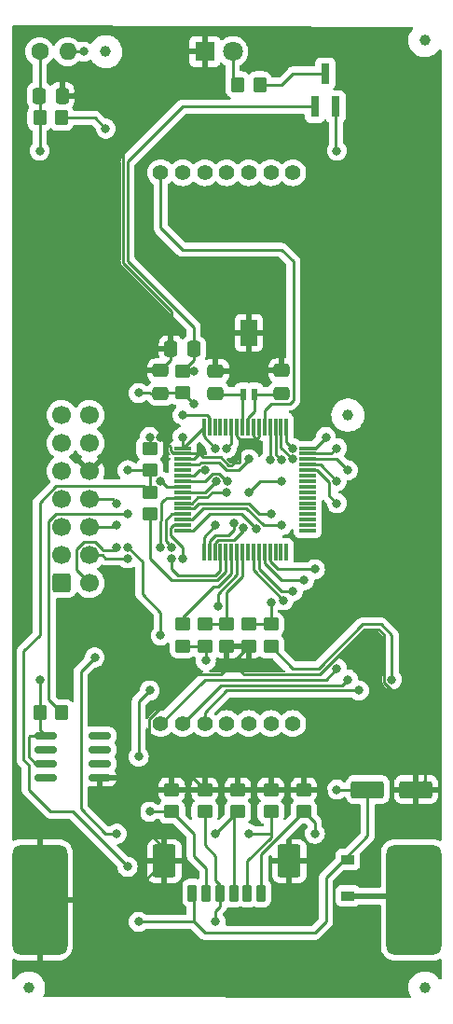
<source format=gbr>
%TF.GenerationSoftware,KiCad,Pcbnew,(6.0.2)*%
%TF.CreationDate,2022-06-02T11:54:08+02:00*%
%TF.ProjectId,Ctrl_AA,4374726c-5f41-4412-9e6b-696361645f70,rev?*%
%TF.SameCoordinates,Original*%
%TF.FileFunction,Copper,L2,Bot*%
%TF.FilePolarity,Positive*%
%FSLAX46Y46*%
G04 Gerber Fmt 4.6, Leading zero omitted, Abs format (unit mm)*
G04 Created by KiCad (PCBNEW (6.0.2)) date 2022-06-02 11:54:08*
%MOMM*%
%LPD*%
G01*
G04 APERTURE LIST*
G04 Aperture macros list*
%AMRoundRect*
0 Rectangle with rounded corners*
0 $1 Rounding radius*
0 $2 $3 $4 $5 $6 $7 $8 $9 X,Y pos of 4 corners*
0 Add a 4 corners polygon primitive as box body*
4,1,4,$2,$3,$4,$5,$6,$7,$8,$9,$2,$3,0*
0 Add four circle primitives for the rounded corners*
1,1,$1+$1,$2,$3*
1,1,$1+$1,$4,$5*
1,1,$1+$1,$6,$7*
1,1,$1+$1,$8,$9*
0 Add four rect primitives between the rounded corners*
20,1,$1+$1,$2,$3,$4,$5,0*
20,1,$1+$1,$4,$5,$6,$7,0*
20,1,$1+$1,$6,$7,$8,$9,0*
20,1,$1+$1,$8,$9,$2,$3,0*%
G04 Aperture macros list end*
%TA.AperFunction,ComponentPad*%
%ADD10RoundRect,0.781250X-1.718750X-4.218750X1.718750X-4.218750X1.718750X4.218750X-1.718750X4.218750X0*%
%TD*%
%TA.AperFunction,ComponentPad*%
%ADD11C,1.400000*%
%TD*%
%TA.AperFunction,SMDPad,CuDef*%
%ADD12C,1.000000*%
%TD*%
%TA.AperFunction,SMDPad,CuDef*%
%ADD13RoundRect,0.250000X0.450000X-0.350000X0.450000X0.350000X-0.450000X0.350000X-0.450000X-0.350000X0*%
%TD*%
%TA.AperFunction,SMDPad,CuDef*%
%ADD14RoundRect,0.250000X0.475000X-0.337500X0.475000X0.337500X-0.475000X0.337500X-0.475000X-0.337500X0*%
%TD*%
%TA.AperFunction,ComponentPad*%
%ADD15RoundRect,0.250000X-0.600000X-0.600000X0.600000X-0.600000X0.600000X0.600000X-0.600000X0.600000X0*%
%TD*%
%TA.AperFunction,ComponentPad*%
%ADD16C,1.700000*%
%TD*%
%TA.AperFunction,SMDPad,CuDef*%
%ADD17R,1.200000X0.900000*%
%TD*%
%TA.AperFunction,ComponentPad*%
%ADD18C,1.600000*%
%TD*%
%TA.AperFunction,ComponentPad*%
%ADD19O,1.600000X1.600000*%
%TD*%
%TA.AperFunction,SMDPad,CuDef*%
%ADD20RoundRect,0.250000X0.337500X0.475000X-0.337500X0.475000X-0.337500X-0.475000X0.337500X-0.475000X0*%
%TD*%
%TA.AperFunction,ComponentPad*%
%ADD21R,1.800000X1.800000*%
%TD*%
%TA.AperFunction,ComponentPad*%
%ADD22C,1.800000*%
%TD*%
%TA.AperFunction,SMDPad,CuDef*%
%ADD23R,0.600000X1.100000*%
%TD*%
%TA.AperFunction,SMDPad,CuDef*%
%ADD24R,1.500000X2.400000*%
%TD*%
%TA.AperFunction,SMDPad,CuDef*%
%ADD25RoundRect,0.250000X-0.350000X-0.450000X0.350000X-0.450000X0.350000X0.450000X-0.350000X0.450000X0*%
%TD*%
%TA.AperFunction,SMDPad,CuDef*%
%ADD26RoundRect,0.250000X-0.337500X-0.475000X0.337500X-0.475000X0.337500X0.475000X-0.337500X0.475000X0*%
%TD*%
%TA.AperFunction,SMDPad,CuDef*%
%ADD27RoundRect,0.150000X0.825000X0.150000X-0.825000X0.150000X-0.825000X-0.150000X0.825000X-0.150000X0*%
%TD*%
%TA.AperFunction,SMDPad,CuDef*%
%ADD28RoundRect,0.250000X-0.450000X0.350000X-0.450000X-0.350000X0.450000X-0.350000X0.450000X0.350000X0*%
%TD*%
%TA.AperFunction,SMDPad,CuDef*%
%ADD29R,0.800000X1.900000*%
%TD*%
%TA.AperFunction,SMDPad,CuDef*%
%ADD30RoundRect,0.075000X-0.075000X0.700000X-0.075000X-0.700000X0.075000X-0.700000X0.075000X0.700000X0*%
%TD*%
%TA.AperFunction,SMDPad,CuDef*%
%ADD31RoundRect,0.075000X-0.700000X0.075000X-0.700000X-0.075000X0.700000X-0.075000X0.700000X0.075000X0*%
%TD*%
%TA.AperFunction,SMDPad,CuDef*%
%ADD32RoundRect,0.250000X0.350000X0.450000X-0.350000X0.450000X-0.350000X-0.450000X0.350000X-0.450000X0*%
%TD*%
%TA.AperFunction,SMDPad,CuDef*%
%ADD33RoundRect,0.200000X-0.200000X-0.600000X0.200000X-0.600000X0.200000X0.600000X-0.200000X0.600000X0*%
%TD*%
%TA.AperFunction,SMDPad,CuDef*%
%ADD34RoundRect,0.250001X-0.799999X-1.249999X0.799999X-1.249999X0.799999X1.249999X-0.799999X1.249999X0*%
%TD*%
%TA.AperFunction,SMDPad,CuDef*%
%ADD35RoundRect,0.250000X-1.250000X-0.550000X1.250000X-0.550000X1.250000X0.550000X-1.250000X0.550000X0*%
%TD*%
%TA.AperFunction,ViaPad*%
%ADD36C,0.800000*%
%TD*%
%TA.AperFunction,Conductor*%
%ADD37C,0.250000*%
%TD*%
%TA.AperFunction,Conductor*%
%ADD38C,0.500000*%
%TD*%
G04 APERTURE END LIST*
D10*
%TO.P,J2,1,Pin_1*%
%TO.N,/VBAT*%
X128000000Y-120000000D03*
%TD*%
D11*
%TO.P,LCD1,1,S1*%
%TO.N,/S1*%
X105000000Y-54000000D03*
%TO.P,LCD1,2,S2*%
%TO.N,/S2*%
X107000000Y-54000000D03*
%TO.P,LCD1,3,S3*%
%TO.N,/S3*%
X109000000Y-54000000D03*
%TO.P,LCD1,4,S4*%
%TO.N,/S4*%
X111000000Y-54000000D03*
%TO.P,LCD1,5,S5*%
%TO.N,/S5*%
X113000000Y-54000000D03*
%TO.P,LCD1,6,S6*%
%TO.N,/S6*%
X115000000Y-54000000D03*
%TO.P,LCD1,7,S7*%
%TO.N,/S7*%
X117000000Y-54000000D03*
%TO.P,LCD1,8,C1*%
%TO.N,/C1*%
X117000000Y-104000000D03*
%TO.P,LCD1,9,C2*%
%TO.N,/C2*%
X115000000Y-104000000D03*
%TO.P,LCD1,10,C3*%
%TO.N,/C3*%
X113000000Y-104000000D03*
%TO.P,LCD1,11,C4*%
%TO.N,/C4*%
X111000000Y-104000000D03*
%TO.P,LCD1,12,S8*%
%TO.N,/S8*%
X109000000Y-104000000D03*
%TO.P,LCD1,13,S9*%
%TO.N,/S9*%
X107000000Y-104000000D03*
%TO.P,LCD1,14,S10*%
%TO.N,/S10*%
X105000000Y-104000000D03*
%TD*%
D10*
%TO.P,J1,1,Pin_1*%
%TO.N,GND*%
X94000000Y-120000000D03*
%TD*%
D12*
%TO.P,REF\u002A\u002A,*%
%TO.N,*%
X122000000Y-76000000D03*
%TD*%
D13*
%TO.P,R16,1*%
%TO.N,/ON_OFF*%
X106000000Y-112000000D03*
%TO.P,R16,2*%
%TO.N,GND*%
X106000000Y-110000000D03*
%TD*%
D14*
%TO.P,C2,1*%
%TO.N,/Microcontrolador/~{RESET}*%
X105000000Y-74037500D03*
%TO.P,C2,2*%
%TO.N,GND*%
X105000000Y-71962500D03*
%TD*%
D15*
%TO.P,J3,1,Pin_1*%
%TO.N,unconnected-(J3-Pad1)*%
X96000000Y-91240000D03*
D16*
%TO.P,J3,2,Pin_2*%
%TO.N,/Microcontrolador/TD0*%
X98540000Y-91240000D03*
%TO.P,J3,3,Pin_3*%
%TO.N,unconnected-(J3-Pad3)*%
X96000000Y-88700000D03*
%TO.P,J3,4,Pin_4*%
%TO.N,/Microcontrolador/TD1*%
X98540000Y-88700000D03*
%TO.P,J3,5,Pin_5*%
%TO.N,unconnected-(J3-Pad5)*%
X96000000Y-86160000D03*
%TO.P,J3,6,Pin_6*%
%TO.N,/Microcontrolador/TM5*%
X98540000Y-86160000D03*
%TO.P,J3,7,Pin_7*%
%TO.N,unconnected-(J3-Pad7)*%
X96000000Y-83620000D03*
%TO.P,J3,8,Pin_8*%
%TO.N,/Microcontrolador/TCK*%
X98540000Y-83620000D03*
%TO.P,J3,9,Pin_9*%
%TO.N,unconnected-(J3-Pad9)*%
X96000000Y-81080000D03*
%TO.P,J3,10,Pin_10*%
%TO.N,GND*%
X98540000Y-81080000D03*
%TO.P,J3,11,Pin_11*%
%TO.N,unconnected-(J3-Pad11)*%
X96000000Y-78540000D03*
%TO.P,J3,12,Pin_12*%
%TO.N,/Microcontrolador/~{RESET}*%
X98540000Y-78540000D03*
%TO.P,J3,13,Pin_13*%
%TO.N,unconnected-(J3-Pad13)*%
X96000000Y-76000000D03*
%TO.P,J3,14,Pin_14*%
%TO.N,unconnected-(J3-Pad14)*%
X98540000Y-76000000D03*
%TD*%
D13*
%TO.P,R12,1*%
%TO.N,/MODO*%
X118000000Y-112000000D03*
%TO.P,R12,2*%
%TO.N,GND*%
X118000000Y-110000000D03*
%TD*%
D17*
%TO.P,D2,1,K*%
%TO.N,VCC*%
X122000000Y-116350000D03*
%TO.P,D2,2,A*%
%TO.N,/VBAT*%
X122000000Y-119650000D03*
%TD*%
D18*
%TO.P,TH1,1*%
%TO.N,/TEMP1*%
X94000000Y-43000000D03*
D19*
%TO.P,TH1,2*%
%TO.N,/TEMP2*%
X96540000Y-43000000D03*
%TD*%
D20*
%TO.P,C5,1*%
%TO.N,VCC*%
X108000000Y-70000000D03*
%TO.P,C5,2*%
%TO.N,GND*%
X105925000Y-70000000D03*
%TD*%
D12*
%TO.P,REF\u002A\u002A,*%
%TO.N,*%
X129000000Y-42000000D03*
%TD*%
D13*
%TO.P,R14,1*%
%TO.N,/SUBIR*%
X112000000Y-112000000D03*
%TO.P,R14,2*%
%TO.N,GND*%
X112000000Y-110000000D03*
%TD*%
%TO.P,R15,1*%
%TO.N,/ECO*%
X109000000Y-112000000D03*
%TO.P,R15,2*%
%TO.N,GND*%
X109000000Y-110000000D03*
%TD*%
D21*
%TO.P,D1,1,K*%
%TO.N,GND*%
X109000000Y-43000000D03*
D22*
%TO.P,D1,2,A*%
%TO.N,Net-(D1-Pad2)*%
X111540000Y-43000000D03*
%TD*%
D23*
%TO.P,Y1,1,1*%
%TO.N,/Microcontrolador/XIN*%
X112500000Y-74125000D03*
%TO.P,Y1,2,2*%
%TO.N,/Microcontrolador/XOUT*%
X113500000Y-74125000D03*
D24*
%TO.P,Y1,3,3*%
%TO.N,GND*%
X113000000Y-68525000D03*
%TD*%
D25*
%TO.P,R2,1*%
%TO.N,/TEMP1*%
X94000000Y-49000000D03*
%TO.P,R2,2*%
%TO.N,/TEMP3*%
X96000000Y-49000000D03*
%TD*%
D12*
%TO.P,REF\u002A\u002A,*%
%TO.N,*%
X129000000Y-128000000D03*
%TD*%
D26*
%TO.P,C1,1*%
%TO.N,/TEMP1*%
X93962500Y-47000000D03*
%TO.P,C1,2*%
%TO.N,GND*%
X96037500Y-47000000D03*
%TD*%
D27*
%TO.P,U2,1*%
%TO.N,N/C*%
X99475000Y-105095000D03*
%TO.P,U2,2*%
X99475000Y-106365000D03*
%TO.P,U2,3*%
X99475000Y-107635000D03*
%TO.P,U2,4,A*%
%TO.N,GND*%
X99475000Y-108905000D03*
%TO.P,U2,5*%
%TO.N,N/C*%
X94525000Y-108905000D03*
%TO.P,U2,6,K*%
%TO.N,/Microcontrolador/REF2*%
X94525000Y-107635000D03*
%TO.P,U2,7*%
%TO.N,N/C*%
X94525000Y-106365000D03*
%TO.P,U2,8,K*%
%TO.N,/Microcontrolador/REF2*%
X94525000Y-105095000D03*
%TD*%
D28*
%TO.P,R3,1*%
%TO.N,VCC*%
X107000000Y-72000000D03*
%TO.P,R3,2*%
%TO.N,/Microcontrolador/~{RESET}*%
X107000000Y-74000000D03*
%TD*%
D14*
%TO.P,C3,1*%
%TO.N,/Microcontrolador/XOUT*%
X116000000Y-74037500D03*
%TO.P,C3,2*%
%TO.N,GND*%
X116000000Y-71962500D03*
%TD*%
D28*
%TO.P,R7,1*%
%TO.N,/INT2*%
X109000000Y-95000000D03*
%TO.P,R7,2*%
%TO.N,/INT3*%
X109000000Y-97000000D03*
%TD*%
D13*
%TO.P,R10,1*%
%TO.N,VCC*%
X104000000Y-81000000D03*
%TO.P,R10,2*%
%TO.N,/Microcontrolador/PUL1*%
X104000000Y-79000000D03*
%TD*%
D29*
%TO.P,Q1,1,G*%
%TO.N,/TRANS*%
X120900000Y-48000000D03*
%TO.P,Q1,2,S*%
%TO.N,VCC*%
X119000000Y-48000000D03*
%TO.P,Q1,3,D*%
%TO.N,Net-(Q1-Pad3)*%
X119950000Y-45000000D03*
%TD*%
D30*
%TO.P,U1,1,DVCC*%
%TO.N,VCC*%
X108925000Y-77075000D03*
%TO.P,U1,2,P6.3*%
%TO.N,/TEMP2*%
X109425000Y-77075000D03*
%TO.P,U1,3,P6.4*%
%TO.N,unconnected-(U1-Pad3)*%
X109925000Y-77075000D03*
%TO.P,U1,4,P6.5*%
%TO.N,unconnected-(U1-Pad4)*%
X110425000Y-77075000D03*
%TO.P,U1,5,P6.6*%
%TO.N,unconnected-(U1-Pad5)*%
X110925000Y-77075000D03*
%TO.P,U1,6,P6.7*%
%TO.N,/Microcontrolador/VLEVEL*%
X111425000Y-77075000D03*
%TO.P,U1,7,NC2*%
%TO.N,GND*%
X111925000Y-77075000D03*
%TO.P,U1,8,XIN*%
%TO.N,/Microcontrolador/XIN*%
X112425000Y-77075000D03*
%TO.P,U1,9,XOUT*%
%TO.N,/Microcontrolador/XOUT*%
X112925000Y-77075000D03*
%TO.P,U1,10,AVSS2*%
%TO.N,GND*%
X113425000Y-77075000D03*
%TO.P,U1,11,NC1*%
X113925000Y-77075000D03*
%TO.P,U1,12,P5.1/S0*%
%TO.N,/S1*%
X114425000Y-77075000D03*
%TO.P,U1,13,P5.0/S1*%
%TO.N,/S2*%
X114925000Y-77075000D03*
%TO.P,U1,14,P4.7/S2*%
%TO.N,/S3*%
X115425000Y-77075000D03*
%TO.P,U1,15,P4.6/S3*%
%TO.N,/S4*%
X115925000Y-77075000D03*
%TO.P,U1,16,P4.5/S4*%
%TO.N,/S5*%
X116425000Y-77075000D03*
D31*
%TO.P,U1,17,P4.4/S5*%
%TO.N,/S6*%
X118350000Y-79000000D03*
%TO.P,U1,18,P4.3/S6*%
%TO.N,/S7*%
X118350000Y-79500000D03*
%TO.P,U1,19,P4.2/S7*%
%TO.N,/S8*%
X118350000Y-80000000D03*
%TO.P,U1,20,P4.1/S8*%
%TO.N,/S9*%
X118350000Y-80500000D03*
%TO.P,U1,21,P4.0/S9*%
%TO.N,/S10*%
X118350000Y-81000000D03*
%TO.P,U1,22,P3.7/S10*%
%TO.N,unconnected-(U1-Pad22)*%
X118350000Y-81500000D03*
%TO.P,U1,23,P3.6/S11*%
%TO.N,unconnected-(U1-Pad23)*%
X118350000Y-82000000D03*
%TO.P,U1,24,P3.5/S12*%
%TO.N,unconnected-(U1-Pad24)*%
X118350000Y-82500000D03*
%TO.P,U1,25,P3.4/S13*%
%TO.N,unconnected-(U1-Pad25)*%
X118350000Y-83000000D03*
%TO.P,U1,26,P3.3/S14*%
%TO.N,unconnected-(U1-Pad26)*%
X118350000Y-83500000D03*
%TO.P,U1,27,P3.2/S15*%
%TO.N,unconnected-(U1-Pad27)*%
X118350000Y-84000000D03*
%TO.P,U1,28,P3.1/S16*%
%TO.N,unconnected-(U1-Pad28)*%
X118350000Y-84500000D03*
%TO.P,U1,29,P3.0/S17*%
%TO.N,unconnected-(U1-Pad29)*%
X118350000Y-85000000D03*
%TO.P,U1,30,P2.7/S18*%
%TO.N,unconnected-(U1-Pad30)*%
X118350000Y-85500000D03*
%TO.P,U1,31,P2.6/CAOUT/S19*%
%TO.N,unconnected-(U1-Pad31)*%
X118350000Y-86000000D03*
%TO.P,U1,32,P2.5/TA1CLK/S20*%
%TO.N,unconnected-(U1-Pad32)*%
X118350000Y-86500000D03*
D30*
%TO.P,U1,33,P2.4/TA1.4/S21*%
%TO.N,unconnected-(U1-Pad33)*%
X116425000Y-88425000D03*
%TO.P,U1,34,P2.3/TA1.3/S22*%
%TO.N,unconnected-(U1-Pad34)*%
X115925000Y-88425000D03*
%TO.P,U1,35,P2.2/TA1.2/S23*%
%TO.N,unconnected-(U1-Pad35)*%
X115425000Y-88425000D03*
%TO.P,U1,36,COM0*%
%TO.N,/C1*%
X114925000Y-88425000D03*
%TO.P,U1,37,P5.2/COM1*%
%TO.N,/C2*%
X114425000Y-88425000D03*
%TO.P,U1,38,P5.3/COM2*%
%TO.N,/C3*%
X113925000Y-88425000D03*
%TO.P,U1,39,P5.4/COM3*%
%TO.N,/C4*%
X113425000Y-88425000D03*
%TO.P,U1,40,RO3*%
%TO.N,unconnected-(U1-Pad40)*%
X112925000Y-88425000D03*
%TO.P,U1,41,P5.5/R13*%
%TO.N,/INT2*%
X112425000Y-88425000D03*
%TO.P,U1,42,P5.6/R23*%
%TO.N,/INT3*%
X111925000Y-88425000D03*
%TO.P,U1,43,P5.7/R33*%
%TO.N,/INT1*%
X111425000Y-88425000D03*
%TO.P,U1,44,P2.1/TA1.1*%
%TO.N,/Microcontrolador/PUL2*%
X110925000Y-88425000D03*
%TO.P,U1,45,P2.0/TA0.2*%
%TO.N,/Microcontrolador/PUL1*%
X110425000Y-88425000D03*
%TO.P,U1,46,P1.7/CA1*%
%TO.N,/Microcontrolador/REF2*%
X109925000Y-88425000D03*
%TO.P,U1,47,P1.6/CA0*%
%TO.N,/TEMP1*%
X109425000Y-88425000D03*
%TO.P,U1,48,P1.5/TA0CLK/ACLK*%
%TO.N,/TRANS*%
X108925000Y-88425000D03*
D31*
%TO.P,U1,49,P1.4/TA1.0*%
%TO.N,/ON_OFF*%
X107000000Y-86500000D03*
%TO.P,U1,50,P1.3/TA1.0/SVSOUT*%
%TO.N,/ECO*%
X107000000Y-86000000D03*
%TO.P,U1,51,P1.2/TA0.1*%
%TO.N,/SUBIR*%
X107000000Y-85500000D03*
%TO.P,U1,52,P1.1/TA0.0/MCLK*%
%TO.N,/BAJAR*%
X107000000Y-85000000D03*
%TO.P,U1,53,P1.0/TA0.0*%
%TO.N,/MODO*%
X107000000Y-84500000D03*
%TO.P,U1,54,TDO/TDI*%
%TO.N,/Microcontrolador/TD0*%
X107000000Y-84000000D03*
%TO.P,U1,55,TDI/TCLK*%
%TO.N,/Microcontrolador/TD1*%
X107000000Y-83500000D03*
%TO.P,U1,56,TMS*%
%TO.N,/Microcontrolador/TM5*%
X107000000Y-83000000D03*
%TO.P,U1,57,TCK*%
%TO.N,/Microcontrolador/TCK*%
X107000000Y-82500000D03*
%TO.P,U1,58,~{RST}/NMI*%
%TO.N,/Microcontrolador/~{RESET}*%
X107000000Y-82000000D03*
%TO.P,U1,59,P6.0*%
%TO.N,/Microcontrolador/REF1*%
X107000000Y-81500000D03*
%TO.P,U1,60,P6.1*%
%TO.N,unconnected-(U1-Pad60)*%
X107000000Y-81000000D03*
%TO.P,U1,61,P6.2*%
%TO.N,/TEMP3*%
X107000000Y-80500000D03*
%TO.P,U1,62,AVSS1*%
%TO.N,GND*%
X107000000Y-80000000D03*
%TO.P,U1,63,DVSS*%
X107000000Y-79500000D03*
%TO.P,U1,64,AVCC*%
%TO.N,VCC*%
X107000000Y-79000000D03*
%TD*%
D28*
%TO.P,R4,1*%
%TO.N,/Microcontrolador/VLEVEL*%
X113000000Y-95000000D03*
%TO.P,R4,2*%
%TO.N,GND*%
X113000000Y-97000000D03*
%TD*%
D32*
%TO.P,R1,1*%
%TO.N,Net-(Q1-Pad3)*%
X114000000Y-46000000D03*
%TO.P,R1,2*%
%TO.N,Net-(D1-Pad2)*%
X112000000Y-46000000D03*
%TD*%
D12*
%TO.P,REF\u002A\u002A,*%
%TO.N,*%
X93000000Y-128000000D03*
%TD*%
D14*
%TO.P,C4,1*%
%TO.N,/Microcontrolador/XIN*%
X110000000Y-74075000D03*
%TO.P,C4,2*%
%TO.N,GND*%
X110000000Y-72000000D03*
%TD*%
D13*
%TO.P,R13,1*%
%TO.N,/BAJAR*%
X115000000Y-112000000D03*
%TO.P,R13,2*%
%TO.N,GND*%
X115000000Y-110000000D03*
%TD*%
D12*
%TO.P,REF\u002A\u002A,*%
%TO.N,*%
X100000000Y-43000000D03*
%TD*%
D28*
%TO.P,R9,1*%
%TO.N,VCC*%
X104000000Y-83000000D03*
%TO.P,R9,2*%
%TO.N,/Microcontrolador/PUL2*%
X104000000Y-85000000D03*
%TD*%
D33*
%TO.P,J4,1,Pin_1*%
%TO.N,VCC*%
X107875000Y-119400000D03*
%TO.P,J4,2,Pin_2*%
%TO.N,/ON_OFF*%
X109125000Y-119400000D03*
%TO.P,J4,3,Pin_3*%
%TO.N,/ECO*%
X110375000Y-119400000D03*
%TO.P,J4,4,Pin_4*%
%TO.N,/SUBIR*%
X111625000Y-119400000D03*
%TO.P,J4,5,Pin_5*%
%TO.N,/BAJAR*%
X112875000Y-119400000D03*
%TO.P,J4,6,Pin_6*%
%TO.N,/MODO*%
X114125000Y-119400000D03*
D34*
%TO.P,J4,MP,MountPin*%
%TO.N,GND*%
X116675000Y-116500000D03*
X105325000Y-116500000D03*
%TD*%
D28*
%TO.P,R8,1*%
%TO.N,/INT1*%
X107000000Y-95000000D03*
%TO.P,R8,2*%
%TO.N,/INT3*%
X107000000Y-97000000D03*
%TD*%
D32*
%TO.P,R11,1*%
%TO.N,/Microcontrolador/REF1*%
X96000000Y-103000000D03*
%TO.P,R11,2*%
%TO.N,/Microcontrolador/REF2*%
X94000000Y-103000000D03*
%TD*%
D13*
%TO.P,R5,1*%
%TO.N,VCC*%
X115000000Y-97000000D03*
%TO.P,R5,2*%
%TO.N,/Microcontrolador/VLEVEL*%
X115000000Y-95000000D03*
%TD*%
D28*
%TO.P,R6,1*%
%TO.N,/INT2*%
X111000000Y-95000000D03*
%TO.P,R6,2*%
%TO.N,GND*%
X111000000Y-97000000D03*
%TD*%
D35*
%TO.P,C6,1*%
%TO.N,VCC*%
X123800000Y-110000000D03*
%TO.P,C6,2*%
%TO.N,GND*%
X128200000Y-110000000D03*
%TD*%
D36*
%TO.N,/TEMP1*%
X94000000Y-52000000D03*
X111618735Y-85827825D03*
%TO.N,GND*%
X109475000Y-68525000D03*
X105000000Y-68000000D03*
X98000000Y-94000000D03*
X103000000Y-72000000D03*
X105000000Y-78000000D03*
%TO.N,/Microcontrolador/~{RESET}*%
X108000000Y-75000000D03*
X103000000Y-74000000D03*
X111023790Y-81999400D03*
%TO.N,VCC*%
X102000000Y-81000000D03*
X110000000Y-79000000D03*
X103000000Y-122000000D03*
X101991984Y-117008016D03*
X108000000Y-72000000D03*
X107000000Y-78000000D03*
X126000000Y-100000000D03*
X121000000Y-110000000D03*
%TO.N,/Microcontrolador/TD0*%
X101000000Y-88000000D03*
X111000000Y-83000000D03*
%TO.N,/Microcontrolador/TD1*%
X105000000Y-88000000D03*
X102000000Y-89000000D03*
%TO.N,/Microcontrolador/TM5*%
X110024606Y-82024606D03*
X101000000Y-86000000D03*
%TO.N,/Microcontrolador/TCK*%
X101000000Y-84000000D03*
X105000000Y-82000000D03*
%TO.N,/ON_OFF*%
X113645236Y-86330166D03*
X104000000Y-112000000D03*
%TO.N,/ECO*%
X107000000Y-89000000D03*
X110000000Y-122000000D03*
X99000000Y-98000000D03*
X101000000Y-114000000D03*
%TO.N,/SUBIR*%
X116000000Y-86000000D03*
X110000000Y-114000000D03*
X104000000Y-101000000D03*
X103000000Y-107000000D03*
%TO.N,/BAJAR*%
X113000000Y-114000000D03*
X106000000Y-88000000D03*
X105000000Y-96000000D03*
X102000000Y-88000000D03*
%TO.N,/MODO*%
X115000000Y-85000000D03*
X119000000Y-114000000D03*
%TO.N,/S2*%
X114912701Y-80087299D03*
%TO.N,/S3*%
X115951142Y-80024855D03*
%TO.N,/S4*%
X116975500Y-80000000D03*
%TO.N,/S5*%
X116975500Y-79000000D03*
%TO.N,/S6*%
X120000000Y-78000000D03*
%TO.N,/S7*%
X121000000Y-79000000D03*
%TO.N,/C1*%
X119000000Y-90000000D03*
%TO.N,/C2*%
X118000000Y-91000000D03*
%TO.N,/C3*%
X117000000Y-92000000D03*
%TO.N,/C4*%
X116182141Y-92817859D03*
%TO.N,/S8*%
X123000000Y-101000000D03*
X122000000Y-81000000D03*
%TO.N,/S9*%
X121000000Y-82000000D03*
X122000000Y-100000000D03*
%TO.N,/S10*%
X121000000Y-84000000D03*
X121000000Y-99000000D03*
%TO.N,/TRANS*%
X113000000Y-83000000D03*
X110000000Y-86000000D03*
X121000000Y-52000000D03*
X116000000Y-82000000D03*
%TO.N,/TEMP3*%
X100000000Y-50000000D03*
X113000000Y-80000000D03*
%TO.N,/Microcontrolador/VLEVEL*%
X111000000Y-79000000D03*
X115000000Y-93000000D03*
%TO.N,/INT3*%
X109100000Y-98300000D03*
X110225000Y-93375000D03*
%TO.N,/Microcontrolador/PUL1*%
X106000000Y-89000000D03*
X104000000Y-78000000D03*
%TO.N,/Microcontrolador/REF1*%
X109000000Y-81000000D03*
X102000000Y-85000000D03*
%TO.N,/Microcontrolador/REF2*%
X112529660Y-86239188D03*
X94000000Y-100000000D03*
%TO.N,/TEMP2*%
X98000000Y-43000000D03*
X107000000Y-76000000D03*
%TD*%
D37*
%TO.N,/TEMP1*%
X109998316Y-86875960D02*
X109425000Y-87449276D01*
X94000000Y-49000000D02*
X94000000Y-52000000D01*
X94000000Y-47037500D02*
X93962500Y-47000000D01*
X94000000Y-49000000D02*
X94000000Y-47037500D01*
X111618735Y-85827825D02*
X111618735Y-86381265D01*
X111124040Y-86875960D02*
X109998316Y-86875960D01*
X93962500Y-47000000D02*
X94000000Y-46962500D01*
X111618735Y-86381265D02*
X111124040Y-86875960D01*
X109425000Y-87449276D02*
X109425000Y-88425000D01*
X94000000Y-46962500D02*
X94000000Y-43000000D01*
%TO.N,GND*%
X108000000Y-80000000D02*
X107000000Y-80000000D01*
X101825000Y-120000000D02*
X105325000Y-116500000D01*
X103000000Y-110000000D02*
X106000000Y-110000000D01*
X113665486Y-78174520D02*
X113670003Y-78170003D01*
X120275489Y-98724511D02*
X119449520Y-99550480D01*
X108500000Y-79500000D02*
X108000000Y-80000000D01*
X120000000Y-110000000D02*
X120000000Y-115000000D01*
X110000000Y-70000000D02*
X111475000Y-68525000D01*
X101905000Y-108905000D02*
X103000000Y-110000000D01*
X104000000Y-72000000D02*
X103000000Y-72000000D01*
X111475000Y-68525000D02*
X113000000Y-68525000D01*
X105325000Y-116500000D02*
X105325000Y-115325000D01*
X105925000Y-70000000D02*
X105925000Y-71037500D01*
X108825969Y-79825969D02*
X108500000Y-79500000D01*
X104000000Y-43000000D02*
X109000000Y-43000000D01*
X101000000Y-47000000D02*
X101550480Y-47550480D01*
X106000000Y-68000000D02*
X106000000Y-69925000D01*
X105000000Y-68000000D02*
X106000000Y-68000000D01*
X100000000Y-94000000D02*
X98000000Y-94000000D01*
X106775561Y-100775561D02*
X107775561Y-99775561D01*
X116000000Y-70000000D02*
X116000000Y-71962500D01*
X103975489Y-104975489D02*
X103975489Y-103575633D01*
X122000000Y-107000000D02*
X119000000Y-110000000D01*
X99000000Y-47000000D02*
X100000000Y-47000000D01*
X105325000Y-115325000D02*
X103000000Y-113000000D01*
X106000000Y-110000000D02*
X112000000Y-110000000D01*
X119449520Y-99550480D02*
X112550480Y-99550480D01*
X111424906Y-80550480D02*
X111186198Y-80550480D01*
X105000000Y-71962500D02*
X104037500Y-71962500D01*
X124813802Y-95449520D02*
X123525866Y-95449520D01*
X105900480Y-78900480D02*
X105000000Y-78000000D01*
X111000000Y-97000000D02*
X113000000Y-97000000D01*
X113425000Y-77934034D02*
X113665486Y-78174520D01*
X103000000Y-113000000D02*
X103000000Y-110000000D01*
X112174520Y-78174520D02*
X112174520Y-80275489D01*
X125275489Y-95911207D02*
X124813802Y-95449520D01*
X101550480Y-62186198D02*
X106000000Y-66635718D01*
X111699897Y-80275489D02*
X111424906Y-80550480D01*
X114525000Y-68525000D02*
X116000000Y-70000000D01*
X128200000Y-107200000D02*
X128000000Y-107000000D01*
X106000000Y-66635718D02*
X106000000Y-68000000D01*
X113000000Y-68525000D02*
X114525000Y-68525000D01*
X99475000Y-108905000D02*
X101905000Y-108905000D01*
X99000000Y-47000000D02*
X101000000Y-47000000D01*
X103975489Y-103575633D02*
X106775561Y-100775561D01*
X113925000Y-77075000D02*
X113925000Y-77915006D01*
X113925000Y-77915006D02*
X113670003Y-78170003D01*
X120000000Y-115000000D02*
X118500000Y-116500000D01*
X125275489Y-100300103D02*
X125275489Y-95911207D01*
X106159994Y-79500000D02*
X105900480Y-79240486D01*
X120275489Y-98699897D02*
X120275489Y-98724511D01*
X128200000Y-110000000D02*
X128200000Y-107200000D01*
X101550480Y-47550480D02*
X101550480Y-62186198D01*
X110000000Y-71925000D02*
X110000000Y-70000000D01*
X105900480Y-79240486D02*
X105900480Y-78900480D01*
X105925000Y-71037500D02*
X105000000Y-71962500D01*
X110461687Y-79825969D02*
X108825969Y-79825969D01*
X119000000Y-110000000D02*
X118000000Y-110000000D01*
X107000000Y-79500000D02*
X106159994Y-79500000D01*
X111000000Y-99000000D02*
X111000000Y-97000000D01*
X108000642Y-99550480D02*
X110449520Y-99550480D01*
X112000000Y-98000000D02*
X113000000Y-97000000D01*
X118500000Y-116500000D02*
X116675000Y-116500000D01*
X112000000Y-110000000D02*
X115000000Y-110000000D01*
X112550480Y-99550480D02*
X112000000Y-99000000D01*
X123525866Y-95449520D02*
X120275489Y-98699897D01*
X104037500Y-71962500D02*
X104000000Y-72000000D01*
X129000000Y-109200000D02*
X129000000Y-104024614D01*
X110449520Y-99550480D02*
X111000000Y-99000000D01*
X113000000Y-68525000D02*
X109475000Y-68525000D01*
X106775561Y-100775561D02*
X100000000Y-94000000D01*
X94000000Y-120000000D02*
X101825000Y-120000000D01*
X108500000Y-79500000D02*
X107000000Y-79500000D01*
X111925000Y-77075000D02*
X111925000Y-77925000D01*
X107775561Y-99775561D02*
X108000642Y-99550480D01*
X128000000Y-107000000D02*
X122000000Y-107000000D01*
X129000000Y-104024614D02*
X125275489Y-100300103D01*
X96037500Y-47000000D02*
X99000000Y-47000000D01*
X111186198Y-80550480D02*
X110461687Y-79825969D01*
X109000000Y-110000000D02*
X103975489Y-104975489D01*
X115000000Y-110000000D02*
X118000000Y-110000000D01*
X111925000Y-77925000D02*
X112174520Y-78174520D01*
X112174520Y-78174520D02*
X113665486Y-78174520D01*
X112174520Y-80275489D02*
X111699897Y-80275489D01*
X128200000Y-110000000D02*
X129000000Y-109200000D01*
X118000000Y-110000000D02*
X120000000Y-110000000D01*
X112000000Y-99000000D02*
X112000000Y-98000000D01*
X113425000Y-77075000D02*
X113425000Y-77934034D01*
X100000000Y-47000000D02*
X104000000Y-43000000D01*
%TO.N,/Microcontrolador/~{RESET}*%
X104000000Y-74000000D02*
X103000000Y-74000000D01*
X105000000Y-74037500D02*
X104037500Y-74037500D01*
X111023790Y-81999400D02*
X110749117Y-81724727D01*
X110324709Y-81300095D02*
X109724519Y-81300095D01*
X110749117Y-81724503D02*
X110324709Y-81300095D01*
X105037500Y-74000000D02*
X105000000Y-74037500D01*
X109724519Y-81300095D02*
X109024614Y-82000000D01*
X109024614Y-82000000D02*
X107000000Y-82000000D01*
X110749117Y-81724727D02*
X110749117Y-81724503D01*
X107000000Y-74000000D02*
X105037500Y-74000000D01*
X104037500Y-74037500D02*
X104000000Y-74000000D01*
X107000000Y-74000000D02*
X108000000Y-75000000D01*
%TO.N,/Microcontrolador/XOUT*%
X115912500Y-74125000D02*
X113500000Y-74125000D01*
X113500000Y-75659994D02*
X112925000Y-76234994D01*
X112925000Y-76234994D02*
X112925000Y-77075000D01*
X113500000Y-74125000D02*
X113500000Y-75659994D01*
X116000000Y-74037500D02*
X115912500Y-74125000D01*
%TO.N,/Microcontrolador/XIN*%
X110000000Y-74000000D02*
X110125000Y-74125000D01*
X112425000Y-74200000D02*
X112425000Y-77075000D01*
X110125000Y-74125000D02*
X112500000Y-74125000D01*
X112500000Y-74125000D02*
X112425000Y-74200000D01*
%TO.N,VCC*%
X93000000Y-110000000D02*
X95000000Y-112000000D01*
X93000000Y-107756072D02*
X93000000Y-110000000D01*
X107875000Y-119400000D02*
X107875000Y-119691783D01*
X94000000Y-96000000D02*
X92550480Y-97449520D01*
X123800000Y-114200000D02*
X123800000Y-110000000D01*
X108000000Y-69000000D02*
X108000000Y-70000000D01*
X108925000Y-77075000D02*
X107000000Y-79000000D01*
X123800000Y-110000000D02*
X121000000Y-110000000D01*
X110000000Y-79000000D02*
X108950480Y-77950480D01*
X95513501Y-82445489D02*
X94000000Y-83958990D01*
X107000000Y-72000000D02*
X108000000Y-72000000D01*
X119000000Y-123000000D02*
X120000000Y-122000000D01*
X104000000Y-83000000D02*
X103445489Y-82445489D01*
X108000000Y-70000000D02*
X108000000Y-71000000D01*
X102000000Y-62000000D02*
X108000000Y-68000000D01*
X117000000Y-99000000D02*
X119339669Y-99000000D01*
X119000000Y-48000000D02*
X107000000Y-48000000D01*
X123339669Y-95000000D02*
X125000000Y-95000000D01*
X126000000Y-96000000D02*
X126000000Y-100000000D01*
X108000000Y-68000000D02*
X108000000Y-69000000D01*
X115000000Y-97000000D02*
X117000000Y-99000000D01*
X108950480Y-77950480D02*
X108950480Y-77000000D01*
X101991984Y-116991984D02*
X101991984Y-117008016D01*
X108000000Y-71000000D02*
X107000000Y-72000000D01*
X95000000Y-112000000D02*
X97000000Y-112000000D01*
X109000000Y-123000000D02*
X119000000Y-123000000D01*
X92550480Y-107306552D02*
X93000000Y-107756072D01*
X108000000Y-119816783D02*
X108000000Y-122000000D01*
X119339669Y-99000000D02*
X123339669Y-95000000D01*
X102000000Y-81000000D02*
X104000000Y-81000000D01*
X97000000Y-112000000D02*
X101991984Y-116991984D01*
X103445489Y-82445489D02*
X95513501Y-82445489D01*
X122000000Y-116000000D02*
X123800000Y-114200000D01*
X107875000Y-119691783D02*
X108000000Y-119816783D01*
X120000000Y-118000000D02*
X121650000Y-116350000D01*
X121650000Y-116350000D02*
X122000000Y-116350000D01*
X104000000Y-83000000D02*
X104000000Y-81000000D01*
X125000000Y-95000000D02*
X126000000Y-96000000D01*
X122000000Y-116350000D02*
X122000000Y-116000000D01*
X92550480Y-97449520D02*
X92550480Y-107306552D01*
X120000000Y-122000000D02*
X120000000Y-118000000D01*
X94000000Y-83958990D02*
X94000000Y-96000000D01*
X102000000Y-53000000D02*
X102000000Y-62000000D01*
X108000000Y-122000000D02*
X109000000Y-123000000D01*
X107000000Y-79000000D02*
X107000000Y-78000000D01*
X103000000Y-122000000D02*
X108000000Y-122000000D01*
X107000000Y-48000000D02*
X102000000Y-53000000D01*
%TO.N,Net-(D1-Pad2)*%
X111540000Y-43000000D02*
X111540000Y-45540000D01*
X111540000Y-45540000D02*
X112000000Y-46000000D01*
D38*
%TO.N,/VBAT*%
X127650000Y-119650000D02*
X128000000Y-120000000D01*
X122000000Y-119650000D02*
X127650000Y-119650000D01*
D37*
%TO.N,/Microcontrolador/TD0*%
X99714511Y-88250480D02*
X100749520Y-88250480D01*
X99026499Y-87525489D02*
X99714511Y-88213501D01*
X108390486Y-83449520D02*
X107840006Y-84000000D01*
X98540000Y-91240000D02*
X97365489Y-90065489D01*
X100749520Y-88250480D02*
X101000000Y-88000000D01*
X109684930Y-83000000D02*
X109235409Y-83449520D01*
X107840006Y-84000000D02*
X107000000Y-84000000D01*
X98053501Y-87525489D02*
X99026499Y-87525489D01*
X97365489Y-88213501D02*
X98053501Y-87525489D01*
X97365489Y-90065489D02*
X97365489Y-88213501D01*
X99714511Y-88213501D02*
X99714511Y-88250480D01*
X109235409Y-83449520D02*
X108390486Y-83449520D01*
X111000000Y-83000000D02*
X109684930Y-83000000D01*
%TO.N,/Microcontrolador/TD1*%
X105000000Y-85612493D02*
X105024520Y-85587973D01*
X105275489Y-83724511D02*
X105300103Y-83724511D01*
X98540000Y-88700000D02*
X99700000Y-88700000D01*
X105000000Y-88000000D02*
X105000000Y-85612493D01*
X105300103Y-83724511D02*
X105524614Y-83500000D01*
X105024520Y-83975480D02*
X105275489Y-83724511D01*
X105024520Y-85587973D02*
X105024520Y-83975480D01*
X99700000Y-88700000D02*
X100000000Y-89000000D01*
X100000000Y-89000000D02*
X102000000Y-89000000D01*
X105524614Y-83500000D02*
X107000000Y-83500000D01*
%TO.N,/Microcontrolador/TM5*%
X98540000Y-86160000D02*
X100840000Y-86160000D01*
X110024606Y-82024606D02*
X109049212Y-83000000D01*
X100840000Y-86160000D02*
X101000000Y-86000000D01*
X109049212Y-83000000D02*
X107000000Y-83000000D01*
%TO.N,/Microcontrolador/TCK*%
X105000000Y-82000000D02*
X105024614Y-82000000D01*
X100620000Y-83620000D02*
X101000000Y-84000000D01*
X105024614Y-82000000D02*
X105524614Y-82500000D01*
X105524614Y-82500000D02*
X107000000Y-82500000D01*
X98540000Y-83620000D02*
X100620000Y-83620000D01*
%TO.N,/ON_OFF*%
X108000000Y-116000000D02*
X108000000Y-114000000D01*
X106000000Y-112000000D02*
X104000000Y-112000000D01*
X109125000Y-119400000D02*
X109125000Y-117125000D01*
X109125000Y-117125000D02*
X108000000Y-116000000D01*
X107949520Y-86500000D02*
X107000000Y-86500000D01*
X109449520Y-85000000D02*
X107949520Y-86500000D01*
X108000000Y-114000000D02*
X106000000Y-112000000D01*
X113645236Y-86330166D02*
X112315070Y-85000000D01*
X112315070Y-85000000D02*
X109449520Y-85000000D01*
%TO.N,/ECO*%
X110375000Y-119400000D02*
X110375000Y-118625000D01*
X106159994Y-86000000D02*
X105900480Y-86259514D01*
X110000000Y-121000000D02*
X110375000Y-120625000D01*
X97725960Y-111725960D02*
X100000000Y-114000000D01*
X107000000Y-86000000D02*
X106159994Y-86000000D01*
X110375000Y-118625000D02*
X110000000Y-118250000D01*
X107000000Y-87975386D02*
X107000000Y-88000000D01*
X110000000Y-118250000D02*
X110000000Y-116000000D01*
X99000000Y-98000000D02*
X97725960Y-99274040D01*
X110000000Y-116000000D02*
X109000000Y-115000000D01*
X110000000Y-122000000D02*
X110000000Y-121000000D01*
X107000000Y-88000000D02*
X107000000Y-89000000D01*
X105900480Y-86875866D02*
X107000000Y-87975386D01*
X97725960Y-99274040D02*
X97725960Y-111725960D01*
X109000000Y-115000000D02*
X109000000Y-112000000D01*
X110375000Y-120625000D02*
X110375000Y-119400000D01*
X105900480Y-86259514D02*
X105900480Y-86875866D01*
X100000000Y-114000000D02*
X101000000Y-114000000D01*
%TO.N,/SUBIR*%
X112789188Y-84449520D02*
X114339668Y-86000000D01*
X108890486Y-84449520D02*
X112789188Y-84449520D01*
X107840006Y-85500000D02*
X108890486Y-84449520D01*
X107000000Y-85500000D02*
X107840006Y-85500000D01*
X103000000Y-102000000D02*
X104000000Y-101000000D01*
X111625000Y-119400000D02*
X111625000Y-112375000D01*
X114339668Y-86000000D02*
X116000000Y-86000000D01*
X111625000Y-112375000D02*
X112000000Y-112000000D01*
X112000000Y-112000000D02*
X110000000Y-114000000D01*
X103000000Y-107000000D02*
X103000000Y-102000000D01*
%TO.N,/BAJAR*%
X105449520Y-85798691D02*
X105449520Y-87424906D01*
X105449520Y-87424906D02*
X105724511Y-87699897D01*
X112875000Y-119400000D02*
X112875000Y-116489282D01*
X106000000Y-85000000D02*
X105474040Y-85525960D01*
X115000000Y-114364282D02*
X115000000Y-114000000D01*
X105724511Y-87724511D02*
X106000000Y-88000000D01*
X103325000Y-89300386D02*
X103325000Y-92250000D01*
X115000000Y-114000000D02*
X115000000Y-112000000D01*
X105724511Y-87699897D02*
X105724511Y-87724511D01*
X102024614Y-88000000D02*
X103325000Y-89300386D01*
X107000000Y-85000000D02*
X106000000Y-85000000D01*
X105000000Y-93925000D02*
X105000000Y-96000000D01*
X105474040Y-85525960D02*
X105474040Y-85774171D01*
X102000000Y-88000000D02*
X102024614Y-88000000D01*
X115000000Y-114000000D02*
X113000000Y-114000000D01*
X112875000Y-116489282D02*
X115000000Y-114364282D01*
X105474040Y-85774171D02*
X105449520Y-85798691D01*
X103325000Y-92250000D02*
X105000000Y-93925000D01*
%TO.N,/MODO*%
X114125000Y-115875000D02*
X118000000Y-112000000D01*
X114125000Y-119400000D02*
X114125000Y-115875000D01*
X112975386Y-84000000D02*
X108475724Y-84000000D01*
X107975724Y-84500000D02*
X107000000Y-84500000D01*
X118000000Y-112000000D02*
X119000000Y-113000000D01*
X115000000Y-85000000D02*
X113975386Y-85000000D01*
X113975386Y-85000000D02*
X112975386Y-84000000D01*
X119000000Y-113000000D02*
X119000000Y-114000000D01*
X108475724Y-84000000D02*
X107975724Y-84500000D01*
%TO.N,/S1*%
X116712973Y-74949520D02*
X115050480Y-74949520D01*
X117049520Y-74612973D02*
X116712973Y-74949520D01*
X116000000Y-61000000D02*
X117049520Y-62049520D01*
X105000000Y-59000000D02*
X107000000Y-61000000D01*
X107000000Y-61000000D02*
X116000000Y-61000000D01*
X115050480Y-74949520D02*
X114425000Y-75575000D01*
X105000000Y-54000000D02*
X105000000Y-59000000D01*
X114425000Y-75575000D02*
X114425000Y-77075000D01*
X117049520Y-62049520D02*
X117049520Y-74612973D01*
%TO.N,/S2*%
X114912701Y-80087299D02*
X114925000Y-80075000D01*
X114925000Y-80075000D02*
X114925000Y-77075000D01*
%TO.N,/S3*%
X115425000Y-79575000D02*
X115425000Y-77075000D01*
X115951142Y-80024855D02*
X115874855Y-80024855D01*
X115874855Y-80024855D02*
X115425000Y-79575000D01*
%TO.N,/S4*%
X116975500Y-80000000D02*
X116950886Y-80000000D01*
X115925000Y-78974114D02*
X115925000Y-77075000D01*
X116950886Y-80000000D02*
X115925000Y-78974114D01*
%TO.N,/S5*%
X116975500Y-79000000D02*
X116425000Y-78449500D01*
X116425000Y-78449500D02*
X116425000Y-77075000D01*
%TO.N,/S6*%
X119000000Y-79000000D02*
X120000000Y-78000000D01*
X118350000Y-79000000D02*
X119000000Y-79000000D01*
%TO.N,/S7*%
X118350000Y-79500000D02*
X120500000Y-79500000D01*
X120500000Y-79500000D02*
X121000000Y-79000000D01*
%TO.N,/C1*%
X119000000Y-90000000D02*
X115659994Y-90000000D01*
X114925000Y-89265006D02*
X114925000Y-88425000D01*
X115659994Y-90000000D02*
X114925000Y-89265006D01*
%TO.N,/C2*%
X115500000Y-90500000D02*
X116000000Y-91000000D01*
X116000000Y-91000000D02*
X118000000Y-91000000D01*
X114425000Y-88425000D02*
X114425000Y-89425000D01*
X114425000Y-89425000D02*
X115500000Y-90500000D01*
%TO.N,/C3*%
X117000000Y-92000000D02*
X116000000Y-92000000D01*
X113925000Y-89925000D02*
X113925000Y-88425000D01*
X116000000Y-92000000D02*
X113925000Y-89925000D01*
%TO.N,/C4*%
X113425000Y-90060718D02*
X113425000Y-88425000D01*
X116182141Y-92817859D02*
X113425000Y-90060718D01*
%TO.N,/S8*%
X109000000Y-104000000D02*
X109000000Y-103000000D01*
X122000000Y-81000000D02*
X121000000Y-80000000D01*
X111000000Y-101000000D02*
X119000000Y-101000000D01*
X119000000Y-101000000D02*
X120000000Y-101000000D01*
X120000000Y-101000000D02*
X123000000Y-101000000D01*
X121000000Y-80000000D02*
X118350000Y-80000000D01*
X109000000Y-103000000D02*
X111000000Y-101000000D01*
%TO.N,/S9*%
X121000000Y-100550480D02*
X121449520Y-100550480D01*
X119500000Y-80500000D02*
X118350000Y-80500000D01*
X120449520Y-100550480D02*
X110449520Y-100550480D01*
X121000000Y-82000000D02*
X119500000Y-80500000D01*
X110449520Y-100550480D02*
X107000000Y-104000000D01*
X120449520Y-100550480D02*
X121000000Y-100550480D01*
X121449520Y-100550480D02*
X122000000Y-100000000D01*
%TO.N,/S10*%
X120275489Y-82085483D02*
X119190006Y-81000000D01*
X119190006Y-81000000D02*
X119000000Y-81000000D01*
X120000000Y-100000000D02*
X121000000Y-99000000D01*
X109000000Y-100000000D02*
X119000000Y-100000000D01*
X119000000Y-100000000D02*
X120000000Y-100000000D01*
X121000000Y-84000000D02*
X120275489Y-83275489D01*
X120275489Y-83275489D02*
X120275489Y-82085483D01*
X105000000Y-104000000D02*
X109000000Y-100000000D01*
%TO.N,/TRANS*%
X113000000Y-83000000D02*
X114000000Y-82000000D01*
X108925000Y-88425000D02*
X108925000Y-87075000D01*
X108925000Y-87075000D02*
X110000000Y-86000000D01*
X121000000Y-52000000D02*
X120900000Y-51900000D01*
X120900000Y-51900000D02*
X120900000Y-48000000D01*
X114000000Y-82000000D02*
X116000000Y-82000000D01*
%TO.N,Net-(Q1-Pad3)*%
X116000000Y-46000000D02*
X117000000Y-45000000D01*
X114000000Y-46000000D02*
X116000000Y-46000000D01*
X117000000Y-45000000D02*
X119950000Y-45000000D01*
%TO.N,/TEMP3*%
X96000000Y-49000000D02*
X99000000Y-49000000D01*
X113000000Y-80085726D02*
X112085726Y-81000000D01*
X110275489Y-80275489D02*
X108699897Y-80275489D01*
X112085726Y-81000000D02*
X111000000Y-81000000D01*
X108699897Y-80275489D02*
X108475386Y-80500000D01*
X108475386Y-80500000D02*
X107000000Y-80500000D01*
X111000000Y-81000000D02*
X110275489Y-80275489D01*
X113000000Y-80000000D02*
X113000000Y-80085726D01*
X99000000Y-49000000D02*
X100000000Y-50000000D01*
%TO.N,/Microcontrolador/VLEVEL*%
X111425000Y-78575000D02*
X111000000Y-79000000D01*
X111425000Y-77075000D02*
X111425000Y-78575000D01*
X113000000Y-95000000D02*
X115000000Y-95000000D01*
X115000000Y-95000000D02*
X115000000Y-93000000D01*
%TO.N,/INT3*%
X110225000Y-93375000D02*
X110200000Y-93350000D01*
X107000000Y-97000000D02*
X109000000Y-97000000D01*
X110200000Y-93350000D02*
X110200000Y-92234296D01*
X109000000Y-97000000D02*
X109100000Y-97100000D01*
X110200000Y-92234296D02*
X111925000Y-90509296D01*
X111925000Y-90509296D02*
X111925000Y-88425000D01*
X109100000Y-97100000D02*
X109100000Y-98300000D01*
%TO.N,/INT2*%
X111000000Y-92070014D02*
X111000000Y-95000000D01*
X112425000Y-88425000D02*
X112425000Y-90645014D01*
X109000000Y-95000000D02*
X111000000Y-95000000D01*
X112425000Y-90645014D02*
X111000000Y-92070014D01*
%TO.N,/INT1*%
X107000000Y-94364283D02*
X107000000Y-95000000D01*
X111425000Y-90373579D02*
X110248098Y-91550480D01*
X110248098Y-91550480D02*
X109813803Y-91550480D01*
X111425000Y-88425000D02*
X111425000Y-90373579D01*
X109813803Y-91550480D02*
X107000000Y-94364283D01*
%TO.N,/Microcontrolador/PUL2*%
X104000000Y-89000000D02*
X105550480Y-90550479D01*
X105550480Y-90550479D02*
X105550480Y-90562787D01*
X105987693Y-91000000D02*
X110162862Y-91000000D01*
X105550480Y-90562787D02*
X105987693Y-91000000D01*
X104000000Y-85000000D02*
X104000000Y-89000000D01*
X110162862Y-91000000D02*
X110925000Y-90237862D01*
X110925000Y-90237862D02*
X110925000Y-88425000D01*
%TO.N,/Microcontrolador/PUL1*%
X109976664Y-90550480D02*
X110425000Y-90102144D01*
X106000000Y-90000000D02*
X106550480Y-90550480D01*
X106550480Y-90550480D02*
X109976664Y-90550480D01*
X104000000Y-79000000D02*
X104000000Y-78000000D01*
X106000000Y-89000000D02*
X106000000Y-90000000D01*
X110425000Y-90102144D02*
X110425000Y-88425000D01*
%TO.N,/Microcontrolador/REF1*%
X108500000Y-81000000D02*
X109000000Y-81000000D01*
X94825489Y-85673501D02*
X94825489Y-101825489D01*
X108000000Y-81500000D02*
X108500000Y-81000000D01*
X95513501Y-84985489D02*
X94825489Y-85673501D01*
X102000000Y-85000000D02*
X101985489Y-84985489D01*
X107000000Y-81500000D02*
X108000000Y-81500000D01*
X94825489Y-101825489D02*
X96000000Y-103000000D01*
X101985489Y-84985489D02*
X95513501Y-84985489D01*
%TO.N,/Microcontrolador/REF2*%
X109925000Y-87584994D02*
X109925000Y-88425000D01*
X112529660Y-86470340D02*
X111674520Y-87325480D01*
X110184514Y-87325480D02*
X109925000Y-87584994D01*
X94000000Y-103000000D02*
X94000000Y-104570000D01*
X112529660Y-86239188D02*
X112529660Y-86470340D01*
X93000000Y-107000000D02*
X93635000Y-107635000D01*
X93095000Y-105095000D02*
X93000000Y-105190000D01*
X111674520Y-87325480D02*
X110184514Y-87325480D01*
X93635000Y-107635000D02*
X94525000Y-107635000D01*
X94000000Y-103000000D02*
X94000000Y-101000000D01*
X94000000Y-101000000D02*
X94000000Y-100000000D01*
X94525000Y-105095000D02*
X93095000Y-105095000D01*
X94000000Y-104570000D02*
X94525000Y-105095000D01*
X93000000Y-105190000D02*
X93000000Y-107000000D01*
%TO.N,/TEMP2*%
X96540000Y-43000000D02*
X98000000Y-43000000D01*
X109165486Y-75975480D02*
X109425000Y-76234994D01*
X109425000Y-76234994D02*
X109425000Y-77075000D01*
X107000000Y-76000000D02*
X107024520Y-75975480D01*
X107024520Y-75975480D02*
X109165486Y-75975480D01*
%TD*%
%TA.AperFunction,Conductor*%
%TO.N,GND*%
G36*
X127811775Y-40763557D02*
G01*
X127879819Y-40783818D01*
X127926108Y-40837649D01*
X127935945Y-40907961D01*
X127902390Y-40976607D01*
X127829896Y-41052468D01*
X127826982Y-41056740D01*
X127826981Y-41056741D01*
X127807238Y-41085683D01*
X127690851Y-41256300D01*
X127586965Y-41480104D01*
X127521026Y-41717871D01*
X127494806Y-41963214D01*
X127495103Y-41968366D01*
X127495103Y-41968370D01*
X127504414Y-42129833D01*
X127509010Y-42209545D01*
X127510147Y-42214591D01*
X127510148Y-42214597D01*
X127520837Y-42262025D01*
X127563255Y-42450249D01*
X127656084Y-42678861D01*
X127785006Y-42889241D01*
X127946557Y-43075741D01*
X128136399Y-43233351D01*
X128349433Y-43357838D01*
X128354253Y-43359678D01*
X128354258Y-43359681D01*
X128468547Y-43403323D01*
X128579939Y-43445859D01*
X128585007Y-43446890D01*
X128585010Y-43446891D01*
X128621058Y-43454225D01*
X128821726Y-43495052D01*
X128826899Y-43495242D01*
X128826902Y-43495242D01*
X129063136Y-43503904D01*
X129063140Y-43503904D01*
X129068300Y-43504093D01*
X129073420Y-43503437D01*
X129073422Y-43503437D01*
X129149703Y-43493665D01*
X129313041Y-43472741D01*
X129317990Y-43471256D01*
X129317996Y-43471255D01*
X129544424Y-43403323D01*
X129544423Y-43403323D01*
X129549374Y-43401838D01*
X129710033Y-43323132D01*
X129766303Y-43295566D01*
X129766308Y-43295563D01*
X129770954Y-43293287D01*
X129775164Y-43290284D01*
X129775169Y-43290281D01*
X129967617Y-43153009D01*
X129967622Y-43153005D01*
X129971829Y-43150004D01*
X130146605Y-42975837D01*
X130154055Y-42965469D01*
X130263677Y-42812914D01*
X130319672Y-42769266D01*
X130390375Y-42762820D01*
X130453340Y-42795623D01*
X130488574Y-42857259D01*
X130492000Y-42886440D01*
X130492000Y-114520960D01*
X130471998Y-114589081D01*
X130418342Y-114635574D01*
X130348068Y-114645678D01*
X130312750Y-114635155D01*
X130166538Y-114566975D01*
X130166537Y-114566974D01*
X130161556Y-114564652D01*
X130156248Y-114563230D01*
X130156246Y-114563229D01*
X129948883Y-114507666D01*
X129948881Y-114507666D01*
X129943568Y-114506242D01*
X129831931Y-114496475D01*
X129777790Y-114491738D01*
X129777783Y-114491738D01*
X129775066Y-114491500D01*
X126224934Y-114491500D01*
X126222217Y-114491738D01*
X126222210Y-114491738D01*
X126168069Y-114496475D01*
X126056432Y-114506242D01*
X126051119Y-114507666D01*
X126051117Y-114507666D01*
X125843754Y-114563229D01*
X125843752Y-114563230D01*
X125838444Y-114564652D01*
X125833463Y-114566975D01*
X125833462Y-114566975D01*
X125638898Y-114657701D01*
X125638893Y-114657704D01*
X125633911Y-114660027D01*
X125571601Y-114703657D01*
X125453559Y-114786311D01*
X125453556Y-114786313D01*
X125449048Y-114789470D01*
X125289470Y-114949048D01*
X125286313Y-114953556D01*
X125286311Y-114953559D01*
X125183214Y-115100797D01*
X125160027Y-115133912D01*
X125157704Y-115138894D01*
X125157701Y-115138899D01*
X125127855Y-115202904D01*
X125064652Y-115338444D01*
X125063230Y-115343752D01*
X125063229Y-115343754D01*
X125012063Y-115534707D01*
X125006242Y-115556432D01*
X124998396Y-115646109D01*
X124993703Y-115699758D01*
X124991500Y-115724934D01*
X124991500Y-118765500D01*
X124971498Y-118833621D01*
X124917842Y-118880114D01*
X124865500Y-118891500D01*
X123067329Y-118891500D01*
X122999208Y-118871498D01*
X122975668Y-118849593D01*
X122974992Y-118850269D01*
X122968642Y-118843919D01*
X122963261Y-118836739D01*
X122846705Y-118749385D01*
X122710316Y-118698255D01*
X122648134Y-118691500D01*
X121351866Y-118691500D01*
X121289684Y-118698255D01*
X121153295Y-118749385D01*
X121036739Y-118836739D01*
X120949385Y-118953295D01*
X120898255Y-119089684D01*
X120891500Y-119151866D01*
X120891500Y-120148134D01*
X120898255Y-120210316D01*
X120949385Y-120346705D01*
X121036739Y-120463261D01*
X121153295Y-120550615D01*
X121289684Y-120601745D01*
X121351866Y-120608500D01*
X122648134Y-120608500D01*
X122710316Y-120601745D01*
X122846705Y-120550615D01*
X122963261Y-120463261D01*
X122968642Y-120456081D01*
X122974992Y-120449731D01*
X122976627Y-120451366D01*
X123023359Y-120416421D01*
X123067329Y-120408500D01*
X124865500Y-120408500D01*
X124933621Y-120428502D01*
X124980114Y-120482158D01*
X124991500Y-120534500D01*
X124991500Y-124275066D01*
X125006242Y-124443568D01*
X125064652Y-124661556D01*
X125066975Y-124666537D01*
X125066975Y-124666538D01*
X125157701Y-124861102D01*
X125157704Y-124861107D01*
X125160027Y-124866089D01*
X125289470Y-125050952D01*
X125449048Y-125210530D01*
X125453556Y-125213687D01*
X125453559Y-125213689D01*
X125628785Y-125336383D01*
X125633912Y-125339973D01*
X125638894Y-125342296D01*
X125638899Y-125342299D01*
X125784872Y-125410367D01*
X125838444Y-125435348D01*
X125843752Y-125436770D01*
X125843754Y-125436771D01*
X126051117Y-125492334D01*
X126051119Y-125492334D01*
X126056432Y-125493758D01*
X126152182Y-125502135D01*
X126222210Y-125508262D01*
X126222217Y-125508262D01*
X126224934Y-125508500D01*
X129775066Y-125508500D01*
X129777783Y-125508262D01*
X129777790Y-125508262D01*
X129847818Y-125502135D01*
X129943568Y-125493758D01*
X129948881Y-125492334D01*
X129948883Y-125492334D01*
X130156246Y-125436771D01*
X130156248Y-125436770D01*
X130161556Y-125435348D01*
X130312751Y-125364845D01*
X130382942Y-125354184D01*
X130447754Y-125383164D01*
X130486611Y-125442584D01*
X130492000Y-125479040D01*
X130492000Y-127116934D01*
X130471998Y-127185055D01*
X130418342Y-127231548D01*
X130348068Y-127241652D01*
X130283488Y-127212158D01*
X130260208Y-127185374D01*
X130236170Y-127148216D01*
X130192905Y-127081339D01*
X130166635Y-127052468D01*
X130140243Y-127023464D01*
X130026846Y-126898842D01*
X130022795Y-126895643D01*
X130022791Y-126895639D01*
X129837264Y-126749119D01*
X129837259Y-126749116D01*
X129833210Y-126745918D01*
X129828694Y-126743425D01*
X129828691Y-126743423D01*
X129621722Y-126629170D01*
X129621718Y-126629168D01*
X129617198Y-126626673D01*
X129612329Y-126624949D01*
X129612325Y-126624947D01*
X129389485Y-126546035D01*
X129389481Y-126546034D01*
X129384610Y-126544309D01*
X129379517Y-126543402D01*
X129379514Y-126543401D01*
X129146783Y-126501945D01*
X129146777Y-126501944D01*
X129141694Y-126501039D01*
X129062324Y-126500069D01*
X128900142Y-126498088D01*
X128900140Y-126498088D01*
X128894972Y-126498025D01*
X128651070Y-126535347D01*
X128416540Y-126612003D01*
X128197679Y-126725935D01*
X128193546Y-126729038D01*
X128193543Y-126729040D01*
X128004499Y-126870978D01*
X128000364Y-126874083D01*
X127829896Y-127052468D01*
X127826982Y-127056740D01*
X127826981Y-127056741D01*
X127807238Y-127085683D01*
X127690851Y-127256300D01*
X127586965Y-127480104D01*
X127521026Y-127717871D01*
X127494806Y-127963214D01*
X127509010Y-128209545D01*
X127510147Y-128214591D01*
X127510148Y-128214597D01*
X127532336Y-128313051D01*
X127563255Y-128450249D01*
X127656084Y-128678861D01*
X127699622Y-128749907D01*
X127718159Y-128818438D01*
X127696703Y-128886115D01*
X127642064Y-128931448D01*
X127591871Y-128941740D01*
X94452117Y-128858370D01*
X94384047Y-128838196D01*
X94337689Y-128784424D01*
X94327762Y-128714125D01*
X94339477Y-128676543D01*
X94397617Y-128558905D01*
X94399911Y-128554264D01*
X94433045Y-128445207D01*
X94470135Y-128323132D01*
X94470136Y-128323126D01*
X94471639Y-128318180D01*
X94503845Y-128073550D01*
X94505643Y-128000000D01*
X94497660Y-127902906D01*
X94485849Y-127759240D01*
X94485848Y-127759234D01*
X94485425Y-127754089D01*
X94425316Y-127514783D01*
X94326928Y-127288507D01*
X94192905Y-127081339D01*
X94166635Y-127052468D01*
X94140243Y-127023464D01*
X94026846Y-126898842D01*
X94022795Y-126895643D01*
X94022791Y-126895639D01*
X93837264Y-126749119D01*
X93837259Y-126749116D01*
X93833210Y-126745918D01*
X93828694Y-126743425D01*
X93828691Y-126743423D01*
X93621722Y-126629170D01*
X93621718Y-126629168D01*
X93617198Y-126626673D01*
X93612329Y-126624949D01*
X93612325Y-126624947D01*
X93389485Y-126546035D01*
X93389481Y-126546034D01*
X93384610Y-126544309D01*
X93379517Y-126543402D01*
X93379514Y-126543401D01*
X93146783Y-126501945D01*
X93146777Y-126501944D01*
X93141694Y-126501039D01*
X93062324Y-126500069D01*
X92900142Y-126498088D01*
X92900140Y-126498088D01*
X92894972Y-126498025D01*
X92651070Y-126535347D01*
X92416540Y-126612003D01*
X92197679Y-126725935D01*
X92193546Y-126729038D01*
X92193543Y-126729040D01*
X92004499Y-126870978D01*
X92000364Y-126874083D01*
X91829896Y-127052468D01*
X91826982Y-127056740D01*
X91826981Y-127056741D01*
X91738088Y-127187053D01*
X91683177Y-127232056D01*
X91612652Y-127240227D01*
X91548905Y-127208973D01*
X91512175Y-127148216D01*
X91508000Y-127116049D01*
X91508000Y-125478488D01*
X91528002Y-125410367D01*
X91581658Y-125363874D01*
X91651932Y-125353770D01*
X91687250Y-125364293D01*
X91833634Y-125432554D01*
X91843926Y-125436300D01*
X92051206Y-125491840D01*
X92061998Y-125493743D01*
X92222231Y-125507762D01*
X92227696Y-125508000D01*
X93727885Y-125508000D01*
X93743124Y-125503525D01*
X93744329Y-125502135D01*
X93746000Y-125494452D01*
X93746000Y-125489885D01*
X94254000Y-125489885D01*
X94258475Y-125505124D01*
X94259865Y-125506329D01*
X94267548Y-125508000D01*
X95772304Y-125508000D01*
X95777769Y-125507762D01*
X95938002Y-125493743D01*
X95948794Y-125491840D01*
X96156074Y-125436300D01*
X96166366Y-125432554D01*
X96360857Y-125341861D01*
X96370343Y-125336383D01*
X96546118Y-125213305D01*
X96554525Y-125206251D01*
X96706255Y-125054521D01*
X96713299Y-125046127D01*
X96836384Y-124870342D01*
X96841863Y-124860852D01*
X96932554Y-124666366D01*
X96936300Y-124656074D01*
X96991840Y-124448794D01*
X96993743Y-124438002D01*
X97007762Y-124277769D01*
X97008000Y-124272304D01*
X97008000Y-122000000D01*
X102086496Y-122000000D01*
X102087186Y-122006565D01*
X102105220Y-122178145D01*
X102106458Y-122189928D01*
X102165473Y-122371556D01*
X102260960Y-122536944D01*
X102388747Y-122678866D01*
X102543248Y-122791118D01*
X102549276Y-122793802D01*
X102549278Y-122793803D01*
X102711681Y-122866109D01*
X102717712Y-122868794D01*
X102811112Y-122888647D01*
X102898056Y-122907128D01*
X102898061Y-122907128D01*
X102904513Y-122908500D01*
X103095487Y-122908500D01*
X103101939Y-122907128D01*
X103101944Y-122907128D01*
X103188888Y-122888647D01*
X103282288Y-122868794D01*
X103288319Y-122866109D01*
X103450722Y-122793803D01*
X103450724Y-122793802D01*
X103456752Y-122791118D01*
X103611253Y-122678866D01*
X103615668Y-122673963D01*
X103620580Y-122669540D01*
X103621705Y-122670789D01*
X103675014Y-122637949D01*
X103708200Y-122633500D01*
X107685406Y-122633500D01*
X107753527Y-122653502D01*
X107774501Y-122670405D01*
X108496343Y-123392247D01*
X108503887Y-123400537D01*
X108508000Y-123407018D01*
X108513777Y-123412443D01*
X108557667Y-123453658D01*
X108560509Y-123456413D01*
X108580231Y-123476135D01*
X108583355Y-123478558D01*
X108583359Y-123478562D01*
X108583424Y-123478612D01*
X108592445Y-123486317D01*
X108624679Y-123516586D01*
X108631627Y-123520405D01*
X108631629Y-123520407D01*
X108642432Y-123526346D01*
X108658959Y-123537202D01*
X108668698Y-123544757D01*
X108668700Y-123544758D01*
X108674960Y-123549614D01*
X108715540Y-123567174D01*
X108726188Y-123572391D01*
X108750976Y-123586018D01*
X108764940Y-123593695D01*
X108772616Y-123595666D01*
X108772619Y-123595667D01*
X108784562Y-123598733D01*
X108803267Y-123605137D01*
X108821855Y-123613181D01*
X108829678Y-123614420D01*
X108829688Y-123614423D01*
X108865524Y-123620099D01*
X108877144Y-123622505D01*
X108908959Y-123630673D01*
X108919970Y-123633500D01*
X108940224Y-123633500D01*
X108959934Y-123635051D01*
X108979943Y-123638220D01*
X108987835Y-123637474D01*
X109006580Y-123635702D01*
X109023962Y-123634059D01*
X109035819Y-123633500D01*
X118921233Y-123633500D01*
X118932416Y-123634027D01*
X118939909Y-123635702D01*
X118947835Y-123635453D01*
X118947836Y-123635453D01*
X119007986Y-123633562D01*
X119011945Y-123633500D01*
X119039856Y-123633500D01*
X119043791Y-123633003D01*
X119043856Y-123632995D01*
X119055693Y-123632062D01*
X119087951Y-123631048D01*
X119091970Y-123630922D01*
X119099889Y-123630673D01*
X119119343Y-123625021D01*
X119138700Y-123621013D01*
X119150930Y-123619468D01*
X119150931Y-123619468D01*
X119158797Y-123618474D01*
X119166168Y-123615555D01*
X119166170Y-123615555D01*
X119199912Y-123602196D01*
X119211142Y-123598351D01*
X119245983Y-123588229D01*
X119245984Y-123588229D01*
X119253593Y-123586018D01*
X119260412Y-123581985D01*
X119260417Y-123581983D01*
X119271028Y-123575707D01*
X119288776Y-123567012D01*
X119307617Y-123559552D01*
X119343387Y-123533564D01*
X119353307Y-123527048D01*
X119384535Y-123508580D01*
X119384538Y-123508578D01*
X119391362Y-123504542D01*
X119405683Y-123490221D01*
X119420717Y-123477380D01*
X119422431Y-123476135D01*
X119437107Y-123465472D01*
X119465298Y-123431395D01*
X119473288Y-123422616D01*
X120392247Y-122503657D01*
X120400537Y-122496113D01*
X120407018Y-122492000D01*
X120453659Y-122442332D01*
X120456413Y-122439491D01*
X120476135Y-122419769D01*
X120478612Y-122416576D01*
X120486317Y-122407555D01*
X120511159Y-122381100D01*
X120516586Y-122375321D01*
X120520407Y-122368371D01*
X120526346Y-122357568D01*
X120537202Y-122341041D01*
X120544757Y-122331302D01*
X120544758Y-122331300D01*
X120549614Y-122325040D01*
X120567174Y-122284460D01*
X120572391Y-122273812D01*
X120589875Y-122242009D01*
X120589876Y-122242007D01*
X120593695Y-122235060D01*
X120596903Y-122222568D01*
X120598733Y-122215438D01*
X120605137Y-122196734D01*
X120610033Y-122185420D01*
X120610033Y-122185419D01*
X120613181Y-122178145D01*
X120614420Y-122170322D01*
X120614423Y-122170312D01*
X120620099Y-122134476D01*
X120622505Y-122122856D01*
X120631528Y-122087711D01*
X120631528Y-122087710D01*
X120633500Y-122080030D01*
X120633500Y-122059776D01*
X120635051Y-122040065D01*
X120636980Y-122027886D01*
X120638220Y-122020057D01*
X120634059Y-121976038D01*
X120633500Y-121964181D01*
X120633500Y-118314594D01*
X120653502Y-118246473D01*
X120670405Y-118225499D01*
X121550499Y-117345405D01*
X121612811Y-117311379D01*
X121639594Y-117308500D01*
X122648134Y-117308500D01*
X122710316Y-117301745D01*
X122846705Y-117250615D01*
X122963261Y-117163261D01*
X123050615Y-117046705D01*
X123101745Y-116910316D01*
X123108500Y-116848134D01*
X123108500Y-115851866D01*
X123108133Y-115848484D01*
X123108054Y-115847032D01*
X123124346Y-115777930D01*
X123144775Y-115751129D01*
X124192247Y-114703657D01*
X124200537Y-114696113D01*
X124207018Y-114692000D01*
X124253659Y-114642332D01*
X124256413Y-114639491D01*
X124276134Y-114619770D01*
X124278612Y-114616575D01*
X124286318Y-114607553D01*
X124311158Y-114581101D01*
X124316586Y-114575321D01*
X124323809Y-114562182D01*
X124326346Y-114557568D01*
X124337199Y-114541045D01*
X124344753Y-114531306D01*
X124349613Y-114525041D01*
X124367176Y-114484457D01*
X124372383Y-114473827D01*
X124393695Y-114435060D01*
X124395666Y-114427383D01*
X124395668Y-114427378D01*
X124398732Y-114415442D01*
X124405138Y-114396730D01*
X124410034Y-114385417D01*
X124413181Y-114378145D01*
X124420097Y-114334481D01*
X124422504Y-114322860D01*
X124431528Y-114287711D01*
X124431528Y-114287710D01*
X124433500Y-114280030D01*
X124433500Y-114259769D01*
X124435051Y-114240058D01*
X124436979Y-114227885D01*
X124438219Y-114220057D01*
X124434059Y-114176046D01*
X124433500Y-114164189D01*
X124433500Y-111434500D01*
X124453502Y-111366379D01*
X124507158Y-111319886D01*
X124559500Y-111308500D01*
X125100400Y-111308500D01*
X125103646Y-111308163D01*
X125103650Y-111308163D01*
X125199308Y-111298238D01*
X125199312Y-111298237D01*
X125206166Y-111297526D01*
X125212702Y-111295345D01*
X125212704Y-111295345D01*
X125344806Y-111251272D01*
X125373946Y-111241550D01*
X125524348Y-111148478D01*
X125649305Y-111023303D01*
X125689281Y-110958450D01*
X125738275Y-110878968D01*
X125738276Y-110878966D01*
X125742115Y-110872738D01*
X125797797Y-110704861D01*
X125800461Y-110678866D01*
X125803412Y-110650056D01*
X125808500Y-110600400D01*
X125808500Y-110597095D01*
X126192001Y-110597095D01*
X126192338Y-110603614D01*
X126202257Y-110699206D01*
X126205149Y-110712600D01*
X126256588Y-110866784D01*
X126262761Y-110879962D01*
X126348063Y-111017807D01*
X126357099Y-111029208D01*
X126471829Y-111143739D01*
X126483240Y-111152751D01*
X126621243Y-111237816D01*
X126634424Y-111243963D01*
X126788710Y-111295138D01*
X126802086Y-111298005D01*
X126896438Y-111307672D01*
X126902854Y-111308000D01*
X127927885Y-111308000D01*
X127943124Y-111303525D01*
X127944329Y-111302135D01*
X127946000Y-111294452D01*
X127946000Y-111289884D01*
X128454000Y-111289884D01*
X128458475Y-111305123D01*
X128459865Y-111306328D01*
X128467548Y-111307999D01*
X129497095Y-111307999D01*
X129503614Y-111307662D01*
X129599206Y-111297743D01*
X129612600Y-111294851D01*
X129766784Y-111243412D01*
X129779962Y-111237239D01*
X129917807Y-111151937D01*
X129929208Y-111142901D01*
X130043739Y-111028171D01*
X130052751Y-111016760D01*
X130137816Y-110878757D01*
X130143963Y-110865576D01*
X130195138Y-110711290D01*
X130198005Y-110697914D01*
X130207672Y-110603562D01*
X130208000Y-110597146D01*
X130208000Y-110272115D01*
X130203525Y-110256876D01*
X130202135Y-110255671D01*
X130194452Y-110254000D01*
X128472115Y-110254000D01*
X128456876Y-110258475D01*
X128455671Y-110259865D01*
X128454000Y-110267548D01*
X128454000Y-111289884D01*
X127946000Y-111289884D01*
X127946000Y-110272115D01*
X127941525Y-110256876D01*
X127940135Y-110255671D01*
X127932452Y-110254000D01*
X126210116Y-110254000D01*
X126194877Y-110258475D01*
X126193672Y-110259865D01*
X126192001Y-110267548D01*
X126192001Y-110597095D01*
X125808500Y-110597095D01*
X125808500Y-109727885D01*
X126192000Y-109727885D01*
X126196475Y-109743124D01*
X126197865Y-109744329D01*
X126205548Y-109746000D01*
X127927885Y-109746000D01*
X127943124Y-109741525D01*
X127944329Y-109740135D01*
X127946000Y-109732452D01*
X127946000Y-109727885D01*
X128454000Y-109727885D01*
X128458475Y-109743124D01*
X128459865Y-109744329D01*
X128467548Y-109746000D01*
X130189884Y-109746000D01*
X130205123Y-109741525D01*
X130206328Y-109740135D01*
X130207999Y-109732452D01*
X130207999Y-109402905D01*
X130207662Y-109396386D01*
X130197743Y-109300794D01*
X130194851Y-109287400D01*
X130143412Y-109133216D01*
X130137239Y-109120038D01*
X130051937Y-108982193D01*
X130042901Y-108970792D01*
X129928171Y-108856261D01*
X129916760Y-108847249D01*
X129778757Y-108762184D01*
X129765576Y-108756037D01*
X129611290Y-108704862D01*
X129597914Y-108701995D01*
X129503562Y-108692328D01*
X129497145Y-108692000D01*
X128472115Y-108692000D01*
X128456876Y-108696475D01*
X128455671Y-108697865D01*
X128454000Y-108705548D01*
X128454000Y-109727885D01*
X127946000Y-109727885D01*
X127946000Y-108710116D01*
X127941525Y-108694877D01*
X127940135Y-108693672D01*
X127932452Y-108692001D01*
X126902905Y-108692001D01*
X126896386Y-108692338D01*
X126800794Y-108702257D01*
X126787400Y-108705149D01*
X126633216Y-108756588D01*
X126620038Y-108762761D01*
X126482193Y-108848063D01*
X126470792Y-108857099D01*
X126356261Y-108971829D01*
X126347249Y-108983240D01*
X126262184Y-109121243D01*
X126256037Y-109134424D01*
X126204862Y-109288710D01*
X126201995Y-109302086D01*
X126192328Y-109396438D01*
X126192000Y-109402855D01*
X126192000Y-109727885D01*
X125808500Y-109727885D01*
X125808500Y-109399600D01*
X125801738Y-109334424D01*
X125798238Y-109300692D01*
X125798237Y-109300688D01*
X125797526Y-109293834D01*
X125770479Y-109212763D01*
X125743868Y-109133002D01*
X125741550Y-109126054D01*
X125648478Y-108975652D01*
X125523303Y-108850695D01*
X125403748Y-108777000D01*
X125378968Y-108761725D01*
X125378966Y-108761724D01*
X125372738Y-108757885D01*
X125292995Y-108731436D01*
X125211389Y-108704368D01*
X125211387Y-108704368D01*
X125204861Y-108702203D01*
X125198025Y-108701503D01*
X125198022Y-108701502D01*
X125154969Y-108697091D01*
X125100400Y-108691500D01*
X122499600Y-108691500D01*
X122496354Y-108691837D01*
X122496350Y-108691837D01*
X122400692Y-108701762D01*
X122400688Y-108701763D01*
X122393834Y-108702474D01*
X122387298Y-108704655D01*
X122387296Y-108704655D01*
X122370928Y-108710116D01*
X122226054Y-108758450D01*
X122075652Y-108851522D01*
X122070479Y-108856704D01*
X122030777Y-108896475D01*
X121950695Y-108976697D01*
X121857885Y-109127262D01*
X121839665Y-109182193D01*
X121812089Y-109265332D01*
X121771658Y-109323692D01*
X121706094Y-109350929D01*
X121636212Y-109338395D01*
X121611851Y-109321798D01*
X121611253Y-109321134D01*
X121597289Y-109310988D01*
X121462094Y-109212763D01*
X121462093Y-109212762D01*
X121456752Y-109208882D01*
X121450724Y-109206198D01*
X121450722Y-109206197D01*
X121288319Y-109133891D01*
X121288318Y-109133891D01*
X121282288Y-109131206D01*
X121188888Y-109111353D01*
X121101944Y-109092872D01*
X121101939Y-109092872D01*
X121095487Y-109091500D01*
X120904513Y-109091500D01*
X120898061Y-109092872D01*
X120898056Y-109092872D01*
X120811112Y-109111353D01*
X120717712Y-109131206D01*
X120711682Y-109133891D01*
X120711681Y-109133891D01*
X120549278Y-109206197D01*
X120549276Y-109206198D01*
X120543248Y-109208882D01*
X120388747Y-109321134D01*
X120384326Y-109326044D01*
X120384325Y-109326045D01*
X120268232Y-109454980D01*
X120260960Y-109463056D01*
X120165473Y-109628444D01*
X120106458Y-109810072D01*
X120105768Y-109816633D01*
X120105768Y-109816635D01*
X120100550Y-109866283D01*
X120086496Y-110000000D01*
X120106458Y-110189928D01*
X120165473Y-110371556D01*
X120168776Y-110377278D01*
X120168777Y-110377279D01*
X120180218Y-110397095D01*
X120260960Y-110536944D01*
X120265378Y-110541851D01*
X120265379Y-110541852D01*
X120376781Y-110665576D01*
X120388747Y-110678866D01*
X120543248Y-110791118D01*
X120549276Y-110793802D01*
X120549278Y-110793803D01*
X120710484Y-110865576D01*
X120717712Y-110868794D01*
X120811113Y-110888647D01*
X120898056Y-110907128D01*
X120898061Y-110907128D01*
X120904513Y-110908500D01*
X121095487Y-110908500D01*
X121101939Y-110907128D01*
X121101944Y-110907128D01*
X121188887Y-110888647D01*
X121282288Y-110868794D01*
X121289516Y-110865576D01*
X121450722Y-110793803D01*
X121450724Y-110793802D01*
X121456752Y-110791118D01*
X121611253Y-110678866D01*
X121611466Y-110679160D01*
X121672110Y-110650056D01*
X121742564Y-110658819D01*
X121797095Y-110704281D01*
X121811938Y-110734533D01*
X121858450Y-110873946D01*
X121951522Y-111024348D01*
X122076697Y-111149305D01*
X122082927Y-111153145D01*
X122082928Y-111153146D01*
X122220288Y-111237816D01*
X122227262Y-111242115D01*
X122307005Y-111268564D01*
X122388611Y-111295632D01*
X122388613Y-111295632D01*
X122395139Y-111297797D01*
X122401975Y-111298497D01*
X122401978Y-111298498D01*
X122445031Y-111302909D01*
X122499600Y-111308500D01*
X123040500Y-111308500D01*
X123108621Y-111328502D01*
X123155114Y-111382158D01*
X123166500Y-111434500D01*
X123166500Y-113885405D01*
X123146498Y-113953526D01*
X123129595Y-113974500D01*
X121749500Y-115354595D01*
X121687188Y-115388621D01*
X121660405Y-115391500D01*
X121351866Y-115391500D01*
X121289684Y-115398255D01*
X121153295Y-115449385D01*
X121036739Y-115536739D01*
X120949385Y-115653295D01*
X120898255Y-115789684D01*
X120891500Y-115851866D01*
X120891500Y-116160405D01*
X120871498Y-116228526D01*
X120854595Y-116249500D01*
X119607747Y-117496348D01*
X119599461Y-117503888D01*
X119592982Y-117508000D01*
X119587557Y-117513777D01*
X119546357Y-117557651D01*
X119543602Y-117560493D01*
X119523865Y-117580230D01*
X119521385Y-117583427D01*
X119513682Y-117592447D01*
X119483414Y-117624679D01*
X119479595Y-117631625D01*
X119479593Y-117631628D01*
X119473652Y-117642434D01*
X119462801Y-117658953D01*
X119450386Y-117674959D01*
X119447241Y-117682228D01*
X119447238Y-117682232D01*
X119432826Y-117715537D01*
X119427609Y-117726187D01*
X119406305Y-117764940D01*
X119404334Y-117772615D01*
X119404334Y-117772616D01*
X119401267Y-117784562D01*
X119394863Y-117803266D01*
X119386819Y-117821855D01*
X119385580Y-117829678D01*
X119385577Y-117829688D01*
X119379901Y-117865524D01*
X119377495Y-117877144D01*
X119371832Y-117899203D01*
X119366500Y-117919970D01*
X119366500Y-117940224D01*
X119364949Y-117959934D01*
X119361780Y-117979943D01*
X119362526Y-117987835D01*
X119365941Y-118023961D01*
X119366500Y-118035819D01*
X119366500Y-121685405D01*
X119346498Y-121753526D01*
X119329595Y-121774501D01*
X118774499Y-122329596D01*
X118712187Y-122363621D01*
X118685404Y-122366500D01*
X111009594Y-122366500D01*
X110941473Y-122346498D01*
X110894980Y-122292842D01*
X110884876Y-122222568D01*
X110889762Y-122201562D01*
X110891502Y-122196208D01*
X110891503Y-122196203D01*
X110893542Y-122189928D01*
X110894781Y-122178145D01*
X110912814Y-122006565D01*
X110913504Y-122000000D01*
X110893542Y-121810072D01*
X110834527Y-121628444D01*
X110739040Y-121463056D01*
X110673975Y-121390794D01*
X110643258Y-121326787D01*
X110652022Y-121256333D01*
X110678516Y-121217389D01*
X110767253Y-121128652D01*
X110775539Y-121121112D01*
X110782018Y-121117000D01*
X110828645Y-121067347D01*
X110831399Y-121064506D01*
X110851135Y-121044770D01*
X110853615Y-121041573D01*
X110861320Y-121032551D01*
X110886159Y-121006100D01*
X110891586Y-121000321D01*
X110895405Y-120993375D01*
X110895407Y-120993372D01*
X110901348Y-120982566D01*
X110912199Y-120966047D01*
X110912559Y-120965583D01*
X110924614Y-120950041D01*
X110927759Y-120942772D01*
X110927762Y-120942768D01*
X110942174Y-120909463D01*
X110947391Y-120898813D01*
X110968695Y-120860060D01*
X110973733Y-120840437D01*
X110980137Y-120821734D01*
X110985033Y-120810420D01*
X110985033Y-120810419D01*
X110988181Y-120803145D01*
X110989420Y-120795322D01*
X110989423Y-120795312D01*
X110995099Y-120759476D01*
X110997484Y-120747938D01*
X110997569Y-120747606D01*
X111033842Y-120686575D01*
X111097352Y-120654842D01*
X111157311Y-120658623D01*
X111294938Y-120701753D01*
X111368365Y-120708500D01*
X111371263Y-120708500D01*
X111625665Y-120708499D01*
X111881634Y-120708499D01*
X111884492Y-120708236D01*
X111884501Y-120708236D01*
X111920004Y-120704974D01*
X111955062Y-120701753D01*
X112040884Y-120674858D01*
X112111450Y-120652744D01*
X112111452Y-120652743D01*
X112118699Y-120650472D01*
X112184729Y-120610483D01*
X112253359Y-120592304D01*
X112315270Y-120610483D01*
X112381301Y-120650472D01*
X112388548Y-120652743D01*
X112388550Y-120652744D01*
X112454836Y-120673517D01*
X112544938Y-120701753D01*
X112618365Y-120708500D01*
X112621263Y-120708500D01*
X112875665Y-120708499D01*
X113131634Y-120708499D01*
X113134492Y-120708236D01*
X113134501Y-120708236D01*
X113170004Y-120704974D01*
X113205062Y-120701753D01*
X113290884Y-120674858D01*
X113361450Y-120652744D01*
X113361452Y-120652743D01*
X113368699Y-120650472D01*
X113434729Y-120610483D01*
X113503359Y-120592304D01*
X113565270Y-120610483D01*
X113631301Y-120650472D01*
X113638548Y-120652743D01*
X113638550Y-120652744D01*
X113704836Y-120673517D01*
X113794938Y-120701753D01*
X113868365Y-120708500D01*
X113871263Y-120708500D01*
X114125665Y-120708499D01*
X114381634Y-120708499D01*
X114384492Y-120708236D01*
X114384501Y-120708236D01*
X114420004Y-120704974D01*
X114455062Y-120701753D01*
X114540884Y-120674858D01*
X114611450Y-120652744D01*
X114611452Y-120652743D01*
X114618699Y-120650472D01*
X114765381Y-120561639D01*
X114886639Y-120440381D01*
X114975472Y-120293699D01*
X115026753Y-120130062D01*
X115033500Y-120056635D01*
X115033499Y-118743366D01*
X115033234Y-118740474D01*
X115029609Y-118701029D01*
X115026753Y-118669938D01*
X114975472Y-118506301D01*
X114886639Y-118359619D01*
X114795405Y-118268385D01*
X114761379Y-118206073D01*
X114758500Y-118179290D01*
X114758500Y-117797096D01*
X115117000Y-117797096D01*
X115117337Y-117803611D01*
X115127256Y-117899203D01*
X115130150Y-117912602D01*
X115181588Y-118066783D01*
X115187762Y-118079962D01*
X115273063Y-118217807D01*
X115282099Y-118229208D01*
X115396830Y-118343739D01*
X115408241Y-118352751D01*
X115546245Y-118437818D01*
X115559423Y-118443962D01*
X115713716Y-118495139D01*
X115727081Y-118498005D01*
X115821439Y-118507672D01*
X115827855Y-118508000D01*
X116402885Y-118508000D01*
X116418124Y-118503525D01*
X116419329Y-118502135D01*
X116421000Y-118494452D01*
X116421000Y-118489885D01*
X116929000Y-118489885D01*
X116933475Y-118505124D01*
X116934865Y-118506329D01*
X116942548Y-118508000D01*
X117522096Y-118508000D01*
X117528611Y-118507663D01*
X117624203Y-118497744D01*
X117637602Y-118494850D01*
X117791783Y-118443412D01*
X117804962Y-118437238D01*
X117942807Y-118351937D01*
X117954208Y-118342901D01*
X118068739Y-118228170D01*
X118077751Y-118216759D01*
X118162818Y-118078755D01*
X118168962Y-118065577D01*
X118220139Y-117911284D01*
X118223005Y-117897919D01*
X118232672Y-117803561D01*
X118233000Y-117797145D01*
X118233000Y-116772115D01*
X118228525Y-116756876D01*
X118227135Y-116755671D01*
X118219452Y-116754000D01*
X116947115Y-116754000D01*
X116931876Y-116758475D01*
X116930671Y-116759865D01*
X116929000Y-116767548D01*
X116929000Y-118489885D01*
X116421000Y-118489885D01*
X116421000Y-116772115D01*
X116416525Y-116756876D01*
X116415135Y-116755671D01*
X116407452Y-116754000D01*
X115135115Y-116754000D01*
X115119876Y-116758475D01*
X115118671Y-116759865D01*
X115117000Y-116767548D01*
X115117000Y-117797096D01*
X114758500Y-117797096D01*
X114758500Y-116189594D01*
X114778502Y-116121473D01*
X114795405Y-116100499D01*
X114901905Y-115993999D01*
X114964217Y-115959973D01*
X115035032Y-115965038D01*
X115091868Y-116007585D01*
X115116679Y-116074105D01*
X115117000Y-116083094D01*
X115117000Y-116227885D01*
X115121475Y-116243124D01*
X115122865Y-116244329D01*
X115130548Y-116246000D01*
X116402885Y-116246000D01*
X116418124Y-116241525D01*
X116419329Y-116240135D01*
X116421000Y-116232452D01*
X116421000Y-116227885D01*
X116929000Y-116227885D01*
X116933475Y-116243124D01*
X116934865Y-116244329D01*
X116942548Y-116246000D01*
X118214885Y-116246000D01*
X118230124Y-116241525D01*
X118231329Y-116240135D01*
X118233000Y-116232452D01*
X118233000Y-115202904D01*
X118232663Y-115196389D01*
X118222744Y-115100797D01*
X118219850Y-115087398D01*
X118168412Y-114933217D01*
X118162238Y-114920038D01*
X118076937Y-114782193D01*
X118067901Y-114770792D01*
X117953170Y-114656261D01*
X117941759Y-114647249D01*
X117803755Y-114562182D01*
X117790577Y-114556038D01*
X117636284Y-114504861D01*
X117622919Y-114501995D01*
X117528561Y-114492328D01*
X117522144Y-114492000D01*
X116947115Y-114492000D01*
X116931876Y-114496475D01*
X116930671Y-114497865D01*
X116929000Y-114505548D01*
X116929000Y-116227885D01*
X116421000Y-116227885D01*
X116421000Y-114527094D01*
X116441002Y-114458973D01*
X116457905Y-114437999D01*
X117750499Y-113145405D01*
X117812811Y-113111379D01*
X117839594Y-113108500D01*
X118160406Y-113108500D01*
X118228527Y-113128502D01*
X118249501Y-113145405D01*
X118321484Y-113217388D01*
X118355510Y-113279700D01*
X118350445Y-113350515D01*
X118326026Y-113390793D01*
X118260960Y-113463056D01*
X118165473Y-113628444D01*
X118106458Y-113810072D01*
X118086496Y-114000000D01*
X118106458Y-114189928D01*
X118165473Y-114371556D01*
X118260960Y-114536944D01*
X118265378Y-114541851D01*
X118265379Y-114541852D01*
X118371784Y-114660027D01*
X118388747Y-114678866D01*
X118458561Y-114729589D01*
X118537169Y-114786701D01*
X118543248Y-114791118D01*
X118549276Y-114793802D01*
X118549278Y-114793803D01*
X118634004Y-114831525D01*
X118717712Y-114868794D01*
X118811112Y-114888647D01*
X118898056Y-114907128D01*
X118898061Y-114907128D01*
X118904513Y-114908500D01*
X119095487Y-114908500D01*
X119101939Y-114907128D01*
X119101944Y-114907128D01*
X119188888Y-114888647D01*
X119282288Y-114868794D01*
X119365996Y-114831525D01*
X119450722Y-114793803D01*
X119450724Y-114793802D01*
X119456752Y-114791118D01*
X119462832Y-114786701D01*
X119541439Y-114729589D01*
X119611253Y-114678866D01*
X119628216Y-114660027D01*
X119734621Y-114541852D01*
X119734622Y-114541851D01*
X119739040Y-114536944D01*
X119834527Y-114371556D01*
X119893542Y-114189928D01*
X119913504Y-114000000D01*
X119893542Y-113810072D01*
X119834527Y-113628444D01*
X119739040Y-113463056D01*
X119665863Y-113381785D01*
X119635147Y-113317779D01*
X119633500Y-113297476D01*
X119633500Y-113078768D01*
X119634027Y-113067585D01*
X119635702Y-113060092D01*
X119635210Y-113044419D01*
X119633562Y-112992002D01*
X119633500Y-112988044D01*
X119633500Y-112960144D01*
X119632996Y-112956153D01*
X119632063Y-112944311D01*
X119632058Y-112944134D01*
X119630674Y-112900111D01*
X119628461Y-112892493D01*
X119625021Y-112880652D01*
X119621012Y-112861293D01*
X119620846Y-112859983D01*
X119618474Y-112841203D01*
X119615558Y-112833837D01*
X119615556Y-112833831D01*
X119602200Y-112800098D01*
X119598355Y-112788868D01*
X119588230Y-112754017D01*
X119588230Y-112754016D01*
X119586019Y-112746407D01*
X119575943Y-112729368D01*
X119575705Y-112728966D01*
X119567008Y-112711213D01*
X119562472Y-112699758D01*
X119559552Y-112692383D01*
X119533563Y-112656612D01*
X119527047Y-112646692D01*
X119522037Y-112638220D01*
X119504542Y-112608638D01*
X119490221Y-112594317D01*
X119477380Y-112579283D01*
X119470131Y-112569306D01*
X119465472Y-112562893D01*
X119431395Y-112534702D01*
X119422616Y-112526712D01*
X119245405Y-112349501D01*
X119211379Y-112287189D01*
X119208500Y-112260406D01*
X119208500Y-111599600D01*
X119197526Y-111493834D01*
X119189166Y-111468774D01*
X119143868Y-111333002D01*
X119141550Y-111326054D01*
X119048478Y-111175652D01*
X119006644Y-111133891D01*
X118961537Y-111088862D01*
X118927458Y-111026579D01*
X118932461Y-110955759D01*
X118961382Y-110910671D01*
X119043739Y-110828171D01*
X119052751Y-110816760D01*
X119137816Y-110678757D01*
X119143963Y-110665576D01*
X119195138Y-110511290D01*
X119198005Y-110497914D01*
X119207672Y-110403562D01*
X119208000Y-110397146D01*
X119208000Y-110272115D01*
X119203525Y-110256876D01*
X119202135Y-110255671D01*
X119194452Y-110254000D01*
X116810116Y-110254000D01*
X116794877Y-110258475D01*
X116793672Y-110259865D01*
X116792001Y-110267548D01*
X116792001Y-110397095D01*
X116792338Y-110403614D01*
X116802257Y-110499206D01*
X116805149Y-110512600D01*
X116856588Y-110666784D01*
X116862761Y-110679962D01*
X116948063Y-110817807D01*
X116957099Y-110829208D01*
X117038462Y-110910430D01*
X117072541Y-110972713D01*
X117067538Y-111043533D01*
X117038617Y-111088620D01*
X116955870Y-111171512D01*
X116955866Y-111171517D01*
X116950695Y-111176697D01*
X116946855Y-111182927D01*
X116946854Y-111182928D01*
X116862432Y-111319886D01*
X116857885Y-111327262D01*
X116802203Y-111495139D01*
X116791500Y-111599600D01*
X116791500Y-112260406D01*
X116771498Y-112328527D01*
X116754595Y-112349501D01*
X116374728Y-112729368D01*
X116312416Y-112763394D01*
X116241601Y-112758329D01*
X116184765Y-112715782D01*
X116159954Y-112649262D01*
X116166040Y-112600606D01*
X116195632Y-112511389D01*
X116195632Y-112511387D01*
X116197797Y-112504861D01*
X116208500Y-112400400D01*
X116208500Y-111599600D01*
X116197526Y-111493834D01*
X116189166Y-111468774D01*
X116143868Y-111333002D01*
X116141550Y-111326054D01*
X116048478Y-111175652D01*
X116006644Y-111133891D01*
X115961537Y-111088862D01*
X115927458Y-111026579D01*
X115932461Y-110955759D01*
X115961382Y-110910671D01*
X116043739Y-110828171D01*
X116052751Y-110816760D01*
X116137816Y-110678757D01*
X116143963Y-110665576D01*
X116195138Y-110511290D01*
X116198005Y-110497914D01*
X116207672Y-110403562D01*
X116208000Y-110397146D01*
X116208000Y-110272115D01*
X116203525Y-110256876D01*
X116202135Y-110255671D01*
X116194452Y-110254000D01*
X113810116Y-110254000D01*
X113794877Y-110258475D01*
X113793672Y-110259865D01*
X113792001Y-110267548D01*
X113792001Y-110397095D01*
X113792338Y-110403614D01*
X113802257Y-110499206D01*
X113805149Y-110512600D01*
X113856588Y-110666784D01*
X113862761Y-110679962D01*
X113948063Y-110817807D01*
X113957099Y-110829208D01*
X114038462Y-110910430D01*
X114072541Y-110972713D01*
X114067538Y-111043533D01*
X114038617Y-111088620D01*
X113955870Y-111171512D01*
X113955866Y-111171517D01*
X113950695Y-111176697D01*
X113946855Y-111182927D01*
X113946854Y-111182928D01*
X113862432Y-111319886D01*
X113857885Y-111327262D01*
X113802203Y-111495139D01*
X113791500Y-111599600D01*
X113791500Y-112400400D01*
X113791837Y-112403646D01*
X113791837Y-112403650D01*
X113800415Y-112486320D01*
X113802474Y-112506166D01*
X113804655Y-112512702D01*
X113804655Y-112512704D01*
X113832334Y-112595666D01*
X113858450Y-112673946D01*
X113951522Y-112824348D01*
X114076697Y-112949305D01*
X114082927Y-112953145D01*
X114082928Y-112953146D01*
X114087901Y-112956211D01*
X114227262Y-113042115D01*
X114280168Y-113059663D01*
X114338527Y-113100094D01*
X114365764Y-113165658D01*
X114366500Y-113179256D01*
X114366500Y-113240500D01*
X114346498Y-113308621D01*
X114292842Y-113355114D01*
X114240500Y-113366500D01*
X113708200Y-113366500D01*
X113640079Y-113346498D01*
X113620853Y-113330157D01*
X113620580Y-113330460D01*
X113615668Y-113326037D01*
X113611253Y-113321134D01*
X113554224Y-113279700D01*
X113462094Y-113212763D01*
X113462093Y-113212762D01*
X113456752Y-113208882D01*
X113450724Y-113206198D01*
X113450722Y-113206197D01*
X113288319Y-113133891D01*
X113288318Y-113133891D01*
X113282288Y-113131206D01*
X113188888Y-113111353D01*
X113101944Y-113092872D01*
X113101939Y-113092872D01*
X113095487Y-113091500D01*
X113085392Y-113091500D01*
X113083446Y-113090929D01*
X113082318Y-113090810D01*
X113082340Y-113090604D01*
X113017271Y-113071498D01*
X112970778Y-113017842D01*
X112960674Y-112947568D01*
X112990168Y-112882988D01*
X112996219Y-112876483D01*
X113044130Y-112828488D01*
X113044134Y-112828483D01*
X113049305Y-112823303D01*
X113070531Y-112788868D01*
X113138275Y-112678968D01*
X113138276Y-112678966D01*
X113142115Y-112672738D01*
X113170452Y-112587303D01*
X113195632Y-112511389D01*
X113195632Y-112511387D01*
X113197797Y-112504861D01*
X113208500Y-112400400D01*
X113208500Y-111599600D01*
X113197526Y-111493834D01*
X113189166Y-111468774D01*
X113143868Y-111333002D01*
X113141550Y-111326054D01*
X113048478Y-111175652D01*
X113006644Y-111133891D01*
X112961537Y-111088862D01*
X112927458Y-111026579D01*
X112932461Y-110955759D01*
X112961382Y-110910671D01*
X113043739Y-110828171D01*
X113052751Y-110816760D01*
X113137816Y-110678757D01*
X113143963Y-110665576D01*
X113195138Y-110511290D01*
X113198005Y-110497914D01*
X113207672Y-110403562D01*
X113208000Y-110397146D01*
X113208000Y-110272115D01*
X113203525Y-110256876D01*
X113202135Y-110255671D01*
X113194452Y-110254000D01*
X110810116Y-110254000D01*
X110794877Y-110258475D01*
X110793672Y-110259865D01*
X110792001Y-110267548D01*
X110792001Y-110397095D01*
X110792338Y-110403614D01*
X110802257Y-110499206D01*
X110805149Y-110512600D01*
X110856588Y-110666784D01*
X110862761Y-110679962D01*
X110948063Y-110817807D01*
X110957099Y-110829208D01*
X111038462Y-110910430D01*
X111072541Y-110972713D01*
X111067538Y-111043533D01*
X111038617Y-111088620D01*
X110955870Y-111171512D01*
X110955866Y-111171517D01*
X110950695Y-111176697D01*
X110946855Y-111182927D01*
X110946854Y-111182928D01*
X110862432Y-111319886D01*
X110857885Y-111327262D01*
X110802203Y-111495139D01*
X110791500Y-111599600D01*
X110791500Y-112260405D01*
X110771498Y-112328526D01*
X110754595Y-112349500D01*
X110374729Y-112729366D01*
X110312417Y-112763392D01*
X110241602Y-112758327D01*
X110184766Y-112715780D01*
X110159955Y-112649260D01*
X110166041Y-112600604D01*
X110195632Y-112511389D01*
X110195632Y-112511387D01*
X110197797Y-112504861D01*
X110208500Y-112400400D01*
X110208500Y-111599600D01*
X110197526Y-111493834D01*
X110189166Y-111468774D01*
X110143868Y-111333002D01*
X110141550Y-111326054D01*
X110048478Y-111175652D01*
X110006644Y-111133891D01*
X109961537Y-111088862D01*
X109927458Y-111026579D01*
X109932461Y-110955759D01*
X109961382Y-110910671D01*
X110043739Y-110828171D01*
X110052751Y-110816760D01*
X110137816Y-110678757D01*
X110143963Y-110665576D01*
X110195138Y-110511290D01*
X110198005Y-110497914D01*
X110207672Y-110403562D01*
X110208000Y-110397146D01*
X110208000Y-110272115D01*
X110203525Y-110256876D01*
X110202135Y-110255671D01*
X110194452Y-110254000D01*
X107810116Y-110254000D01*
X107794877Y-110258475D01*
X107793672Y-110259865D01*
X107792001Y-110267548D01*
X107792001Y-110397095D01*
X107792338Y-110403614D01*
X107802257Y-110499206D01*
X107805149Y-110512600D01*
X107856588Y-110666784D01*
X107862761Y-110679962D01*
X107948063Y-110817807D01*
X107957099Y-110829208D01*
X108038462Y-110910430D01*
X108072541Y-110972713D01*
X108067538Y-111043533D01*
X108038617Y-111088620D01*
X107955870Y-111171512D01*
X107955866Y-111171517D01*
X107950695Y-111176697D01*
X107946855Y-111182927D01*
X107946854Y-111182928D01*
X107862432Y-111319886D01*
X107857885Y-111327262D01*
X107802203Y-111495139D01*
X107791500Y-111599600D01*
X107791500Y-112400400D01*
X107791837Y-112403646D01*
X107791837Y-112403650D01*
X107800415Y-112486320D01*
X107802474Y-112506166D01*
X107804655Y-112512702D01*
X107804655Y-112512704D01*
X107833922Y-112600428D01*
X107836506Y-112671378D01*
X107800322Y-112732462D01*
X107736858Y-112764286D01*
X107666263Y-112756747D01*
X107625307Y-112729402D01*
X107245403Y-112349498D01*
X107211379Y-112287188D01*
X107208500Y-112260405D01*
X107208500Y-111599600D01*
X107197526Y-111493834D01*
X107189166Y-111468774D01*
X107143868Y-111333002D01*
X107141550Y-111326054D01*
X107048478Y-111175652D01*
X107006644Y-111133891D01*
X106961537Y-111088862D01*
X106927458Y-111026579D01*
X106932461Y-110955759D01*
X106961382Y-110910671D01*
X107043739Y-110828171D01*
X107052751Y-110816760D01*
X107137816Y-110678757D01*
X107143963Y-110665576D01*
X107195138Y-110511290D01*
X107198005Y-110497914D01*
X107207672Y-110403562D01*
X107208000Y-110397145D01*
X107208000Y-110272115D01*
X107203525Y-110256876D01*
X107202135Y-110255671D01*
X107194452Y-110254000D01*
X104810116Y-110254000D01*
X104794877Y-110258475D01*
X104793672Y-110259865D01*
X104792001Y-110267548D01*
X104792001Y-110397095D01*
X104792338Y-110403614D01*
X104802257Y-110499206D01*
X104805149Y-110512600D01*
X104856588Y-110666784D01*
X104862761Y-110679962D01*
X104948063Y-110817807D01*
X104957099Y-110829208D01*
X105038462Y-110910430D01*
X105072541Y-110972713D01*
X105067538Y-111043533D01*
X105038617Y-111088620D01*
X104955870Y-111171512D01*
X104955866Y-111171517D01*
X104950695Y-111176697D01*
X104946855Y-111182927D01*
X104946854Y-111182928D01*
X104870611Y-111306616D01*
X104817838Y-111354110D01*
X104763351Y-111366500D01*
X104708200Y-111366500D01*
X104640079Y-111346498D01*
X104620853Y-111330157D01*
X104620580Y-111330460D01*
X104615668Y-111326037D01*
X104611253Y-111321134D01*
X104580097Y-111298498D01*
X104462094Y-111212763D01*
X104462093Y-111212762D01*
X104456752Y-111208882D01*
X104450724Y-111206198D01*
X104450722Y-111206197D01*
X104288319Y-111133891D01*
X104288318Y-111133891D01*
X104282288Y-111131206D01*
X104188888Y-111111353D01*
X104101944Y-111092872D01*
X104101939Y-111092872D01*
X104095487Y-111091500D01*
X103904513Y-111091500D01*
X103898061Y-111092872D01*
X103898056Y-111092872D01*
X103811112Y-111111353D01*
X103717712Y-111131206D01*
X103711682Y-111133891D01*
X103711681Y-111133891D01*
X103549278Y-111206197D01*
X103549276Y-111206198D01*
X103543248Y-111208882D01*
X103537907Y-111212762D01*
X103537906Y-111212763D01*
X103497507Y-111242115D01*
X103388747Y-111321134D01*
X103260960Y-111463056D01*
X103202686Y-111563990D01*
X103184003Y-111596350D01*
X103165473Y-111628444D01*
X103106458Y-111810072D01*
X103086496Y-112000000D01*
X103106458Y-112189928D01*
X103165473Y-112371556D01*
X103168776Y-112377278D01*
X103168777Y-112377279D01*
X103185947Y-112407018D01*
X103260960Y-112536944D01*
X103265378Y-112541851D01*
X103265379Y-112541852D01*
X103351905Y-112637949D01*
X103388747Y-112678866D01*
X103462515Y-112732462D01*
X103505087Y-112763392D01*
X103543248Y-112791118D01*
X103549276Y-112793802D01*
X103549278Y-112793803D01*
X103639183Y-112833831D01*
X103717712Y-112868794D01*
X103811113Y-112888647D01*
X103898056Y-112907128D01*
X103898061Y-112907128D01*
X103904513Y-112908500D01*
X104095487Y-112908500D01*
X104101939Y-112907128D01*
X104101944Y-112907128D01*
X104188887Y-112888647D01*
X104282288Y-112868794D01*
X104360817Y-112833831D01*
X104450722Y-112793803D01*
X104450724Y-112793802D01*
X104456752Y-112791118D01*
X104494914Y-112763392D01*
X104601478Y-112685968D01*
X104611253Y-112678866D01*
X104615668Y-112673963D01*
X104620580Y-112669540D01*
X104621705Y-112670789D01*
X104675014Y-112637949D01*
X104708200Y-112633500D01*
X104763219Y-112633500D01*
X104831340Y-112653502D01*
X104870363Y-112693197D01*
X104951522Y-112824348D01*
X105076697Y-112949305D01*
X105082927Y-112953145D01*
X105082928Y-112953146D01*
X105087901Y-112956211D01*
X105227262Y-113042115D01*
X105302011Y-113066908D01*
X105388611Y-113095632D01*
X105388613Y-113095632D01*
X105395139Y-113097797D01*
X105401975Y-113098497D01*
X105401978Y-113098498D01*
X105445031Y-113102909D01*
X105499600Y-113108500D01*
X106160406Y-113108500D01*
X106228527Y-113128502D01*
X106249501Y-113145405D01*
X107329595Y-114225500D01*
X107363621Y-114287812D01*
X107366500Y-114314595D01*
X107366500Y-115921233D01*
X107365973Y-115932416D01*
X107364298Y-115939909D01*
X107364547Y-115947835D01*
X107364547Y-115947836D01*
X107366438Y-116007986D01*
X107366500Y-116011945D01*
X107366500Y-116039856D01*
X107366997Y-116043790D01*
X107366997Y-116043791D01*
X107367005Y-116043856D01*
X107367938Y-116055693D01*
X107369327Y-116099889D01*
X107374978Y-116119339D01*
X107378987Y-116138700D01*
X107381526Y-116158797D01*
X107384445Y-116166168D01*
X107384445Y-116166170D01*
X107397804Y-116199912D01*
X107401649Y-116211142D01*
X107411771Y-116245983D01*
X107413982Y-116253593D01*
X107418015Y-116260412D01*
X107418017Y-116260417D01*
X107424293Y-116271028D01*
X107432988Y-116288776D01*
X107440448Y-116307617D01*
X107445110Y-116314033D01*
X107445110Y-116314034D01*
X107466436Y-116343387D01*
X107472952Y-116353307D01*
X107495458Y-116391362D01*
X107509779Y-116405683D01*
X107522619Y-116420716D01*
X107534528Y-116437107D01*
X107540634Y-116442158D01*
X107568605Y-116465298D01*
X107577384Y-116473288D01*
X108454595Y-117350499D01*
X108488621Y-117412811D01*
X108491500Y-117439594D01*
X108491500Y-118016484D01*
X108471498Y-118084605D01*
X108417842Y-118131098D01*
X108347568Y-118141202D01*
X108327829Y-118136720D01*
X108205062Y-118098247D01*
X108131635Y-118091500D01*
X108128737Y-118091500D01*
X107874335Y-118091501D01*
X107618366Y-118091501D01*
X107615508Y-118091764D01*
X107615499Y-118091764D01*
X107579996Y-118095026D01*
X107544938Y-118098247D01*
X107538560Y-118100246D01*
X107538559Y-118100246D01*
X107388550Y-118147256D01*
X107388548Y-118147257D01*
X107381301Y-118149528D01*
X107234619Y-118238361D01*
X107113361Y-118359619D01*
X107024528Y-118506301D01*
X106973247Y-118669938D01*
X106966500Y-118743365D01*
X106966501Y-120056634D01*
X106966764Y-120059492D01*
X106966764Y-120059501D01*
X106970026Y-120095004D01*
X106973247Y-120130062D01*
X106975246Y-120136440D01*
X106975246Y-120136441D01*
X107016333Y-120267548D01*
X107024528Y-120293699D01*
X107113361Y-120440381D01*
X107234619Y-120561639D01*
X107241121Y-120565576D01*
X107241120Y-120565576D01*
X107305771Y-120604730D01*
X107353678Y-120657127D01*
X107366500Y-120712506D01*
X107366500Y-121240500D01*
X107346498Y-121308621D01*
X107292842Y-121355114D01*
X107240500Y-121366500D01*
X103708200Y-121366500D01*
X103640079Y-121346498D01*
X103620853Y-121330157D01*
X103620580Y-121330460D01*
X103615668Y-121326037D01*
X103611253Y-121321134D01*
X103530420Y-121262405D01*
X103462094Y-121212763D01*
X103462093Y-121212762D01*
X103456752Y-121208882D01*
X103450724Y-121206198D01*
X103450722Y-121206197D01*
X103288319Y-121133891D01*
X103288318Y-121133891D01*
X103282288Y-121131206D01*
X103188276Y-121111223D01*
X103101944Y-121092872D01*
X103101939Y-121092872D01*
X103095487Y-121091500D01*
X102904513Y-121091500D01*
X102898061Y-121092872D01*
X102898056Y-121092872D01*
X102811724Y-121111223D01*
X102717712Y-121131206D01*
X102711682Y-121133891D01*
X102711681Y-121133891D01*
X102549278Y-121206197D01*
X102549276Y-121206198D01*
X102543248Y-121208882D01*
X102388747Y-121321134D01*
X102260960Y-121463056D01*
X102165473Y-121628444D01*
X102106458Y-121810072D01*
X102086496Y-122000000D01*
X97008000Y-122000000D01*
X97008000Y-120272115D01*
X97003525Y-120256876D01*
X97002135Y-120255671D01*
X96994452Y-120254000D01*
X94272115Y-120254000D01*
X94256876Y-120258475D01*
X94255671Y-120259865D01*
X94254000Y-120267548D01*
X94254000Y-125489885D01*
X93746000Y-125489885D01*
X93746000Y-119727885D01*
X94254000Y-119727885D01*
X94258475Y-119743124D01*
X94259865Y-119744329D01*
X94267548Y-119746000D01*
X96989885Y-119746000D01*
X97005124Y-119741525D01*
X97006329Y-119740135D01*
X97008000Y-119732452D01*
X97008000Y-115727696D01*
X97007762Y-115722231D01*
X96993743Y-115561998D01*
X96991840Y-115551206D01*
X96936300Y-115343926D01*
X96932554Y-115333634D01*
X96841861Y-115139143D01*
X96836383Y-115129657D01*
X96713305Y-114953882D01*
X96706251Y-114945475D01*
X96554521Y-114793745D01*
X96546127Y-114786701D01*
X96370342Y-114663616D01*
X96360852Y-114658137D01*
X96166366Y-114567446D01*
X96156074Y-114563700D01*
X95948794Y-114508160D01*
X95938002Y-114506257D01*
X95777769Y-114492238D01*
X95772304Y-114492000D01*
X94272115Y-114492000D01*
X94256876Y-114496475D01*
X94255671Y-114497865D01*
X94254000Y-114505548D01*
X94254000Y-119727885D01*
X93746000Y-119727885D01*
X93746000Y-114510115D01*
X93741525Y-114494876D01*
X93740135Y-114493671D01*
X93732452Y-114492000D01*
X92227696Y-114492000D01*
X92222231Y-114492238D01*
X92061998Y-114506257D01*
X92051206Y-114508160D01*
X91843926Y-114563700D01*
X91833634Y-114567446D01*
X91687250Y-114635707D01*
X91617059Y-114646368D01*
X91552246Y-114617388D01*
X91513389Y-114557969D01*
X91508000Y-114521512D01*
X91508000Y-97429463D01*
X91912260Y-97429463D01*
X91915436Y-97463056D01*
X91916421Y-97473481D01*
X91916980Y-97485339D01*
X91916980Y-107227785D01*
X91916453Y-107238968D01*
X91914778Y-107246461D01*
X91915027Y-107254387D01*
X91915027Y-107254388D01*
X91916918Y-107314538D01*
X91916980Y-107318497D01*
X91916980Y-107346408D01*
X91917477Y-107350342D01*
X91917477Y-107350343D01*
X91917485Y-107350408D01*
X91918418Y-107362245D01*
X91919807Y-107406441D01*
X91925458Y-107425891D01*
X91929467Y-107445252D01*
X91932006Y-107465349D01*
X91934925Y-107472720D01*
X91934925Y-107472722D01*
X91948284Y-107506464D01*
X91952129Y-107517694D01*
X91962251Y-107552535D01*
X91964462Y-107560145D01*
X91968495Y-107566964D01*
X91968497Y-107566969D01*
X91974773Y-107577580D01*
X91983468Y-107595328D01*
X91990928Y-107614169D01*
X91995590Y-107620585D01*
X91995590Y-107620586D01*
X92016916Y-107649939D01*
X92023432Y-107659859D01*
X92031769Y-107673955D01*
X92045938Y-107697914D01*
X92060259Y-107712235D01*
X92073099Y-107727268D01*
X92085008Y-107743659D01*
X92091114Y-107748710D01*
X92119085Y-107771850D01*
X92127864Y-107779840D01*
X92329595Y-107981571D01*
X92363621Y-108043883D01*
X92366500Y-108070666D01*
X92366500Y-109921233D01*
X92365973Y-109932416D01*
X92364298Y-109939909D01*
X92364547Y-109947835D01*
X92364547Y-109947836D01*
X92366438Y-110007986D01*
X92366500Y-110011945D01*
X92366500Y-110039856D01*
X92366997Y-110043790D01*
X92366997Y-110043791D01*
X92367005Y-110043856D01*
X92367938Y-110055693D01*
X92369327Y-110099889D01*
X92374978Y-110119339D01*
X92378987Y-110138700D01*
X92381526Y-110158797D01*
X92384445Y-110166168D01*
X92384445Y-110166170D01*
X92397804Y-110199912D01*
X92401649Y-110211142D01*
X92413982Y-110253593D01*
X92418015Y-110260412D01*
X92418017Y-110260417D01*
X92424293Y-110271028D01*
X92432988Y-110288776D01*
X92440448Y-110307617D01*
X92445110Y-110314033D01*
X92445110Y-110314034D01*
X92466436Y-110343387D01*
X92472952Y-110353307D01*
X92483745Y-110371556D01*
X92495458Y-110391362D01*
X92509779Y-110405683D01*
X92522619Y-110420716D01*
X92534528Y-110437107D01*
X92540634Y-110442158D01*
X92568605Y-110465298D01*
X92577384Y-110473288D01*
X94496348Y-112392253D01*
X94503888Y-112400539D01*
X94508000Y-112407018D01*
X94513777Y-112412443D01*
X94557651Y-112453643D01*
X94560493Y-112456398D01*
X94580230Y-112476135D01*
X94583427Y-112478615D01*
X94592447Y-112486318D01*
X94624679Y-112516586D01*
X94631625Y-112520405D01*
X94631628Y-112520407D01*
X94642434Y-112526348D01*
X94658953Y-112537199D01*
X94674959Y-112549614D01*
X94682228Y-112552759D01*
X94682232Y-112552762D01*
X94715537Y-112567174D01*
X94726187Y-112572391D01*
X94764940Y-112593695D01*
X94772615Y-112595666D01*
X94772616Y-112595666D01*
X94784562Y-112598733D01*
X94803266Y-112605137D01*
X94811357Y-112608638D01*
X94821855Y-112613181D01*
X94829678Y-112614420D01*
X94829688Y-112614423D01*
X94865524Y-112620099D01*
X94877144Y-112622505D01*
X94912289Y-112631528D01*
X94919970Y-112633500D01*
X94940224Y-112633500D01*
X94959934Y-112635051D01*
X94979943Y-112638220D01*
X94987835Y-112637474D01*
X95023961Y-112634059D01*
X95035819Y-112633500D01*
X96685406Y-112633500D01*
X96753527Y-112653502D01*
X96774501Y-112670405D01*
X101042979Y-116938883D01*
X101077005Y-117001195D01*
X101079194Y-117014805D01*
X101098442Y-117197944D01*
X101157457Y-117379572D01*
X101160760Y-117385294D01*
X101160761Y-117385295D01*
X101192111Y-117439594D01*
X101252944Y-117544960D01*
X101257362Y-117549867D01*
X101257363Y-117549868D01*
X101291805Y-117588120D01*
X101380731Y-117686882D01*
X101535232Y-117799134D01*
X101541260Y-117801818D01*
X101541262Y-117801819D01*
X101684347Y-117865524D01*
X101709696Y-117876810D01*
X101803097Y-117896663D01*
X101890040Y-117915144D01*
X101890045Y-117915144D01*
X101896497Y-117916516D01*
X102087471Y-117916516D01*
X102093923Y-117915144D01*
X102093928Y-117915144D01*
X102180871Y-117896663D01*
X102274272Y-117876810D01*
X102299621Y-117865524D01*
X102442706Y-117801819D01*
X102442708Y-117801818D01*
X102448736Y-117799134D01*
X102451541Y-117797096D01*
X103767000Y-117797096D01*
X103767337Y-117803611D01*
X103777256Y-117899203D01*
X103780150Y-117912602D01*
X103831588Y-118066783D01*
X103837762Y-118079962D01*
X103923063Y-118217807D01*
X103932099Y-118229208D01*
X104046830Y-118343739D01*
X104058241Y-118352751D01*
X104196245Y-118437818D01*
X104209423Y-118443962D01*
X104363716Y-118495139D01*
X104377081Y-118498005D01*
X104471439Y-118507672D01*
X104477855Y-118508000D01*
X105052885Y-118508000D01*
X105068124Y-118503525D01*
X105069329Y-118502135D01*
X105071000Y-118494452D01*
X105071000Y-118489885D01*
X105579000Y-118489885D01*
X105583475Y-118505124D01*
X105584865Y-118506329D01*
X105592548Y-118508000D01*
X106172096Y-118508000D01*
X106178611Y-118507663D01*
X106274203Y-118497744D01*
X106287602Y-118494850D01*
X106441783Y-118443412D01*
X106454962Y-118437238D01*
X106592807Y-118351937D01*
X106604208Y-118342901D01*
X106718739Y-118228170D01*
X106727751Y-118216759D01*
X106812818Y-118078755D01*
X106818962Y-118065577D01*
X106870139Y-117911284D01*
X106873005Y-117897919D01*
X106882672Y-117803561D01*
X106883000Y-117797145D01*
X106883000Y-116772115D01*
X106878525Y-116756876D01*
X106877135Y-116755671D01*
X106869452Y-116754000D01*
X105597115Y-116754000D01*
X105581876Y-116758475D01*
X105580671Y-116759865D01*
X105579000Y-116767548D01*
X105579000Y-118489885D01*
X105071000Y-118489885D01*
X105071000Y-116772115D01*
X105066525Y-116756876D01*
X105065135Y-116755671D01*
X105057452Y-116754000D01*
X103785115Y-116754000D01*
X103769876Y-116758475D01*
X103768671Y-116759865D01*
X103767000Y-116767548D01*
X103767000Y-117797096D01*
X102451541Y-117797096D01*
X102603237Y-117686882D01*
X102692163Y-117588120D01*
X102726605Y-117549868D01*
X102726606Y-117549867D01*
X102731024Y-117544960D01*
X102791857Y-117439594D01*
X102823207Y-117385295D01*
X102823208Y-117385294D01*
X102826511Y-117379572D01*
X102885526Y-117197944D01*
X102905488Y-117008016D01*
X102895997Y-116917715D01*
X102886216Y-116824651D01*
X102886216Y-116824649D01*
X102885526Y-116818088D01*
X102826511Y-116636460D01*
X102731024Y-116471072D01*
X102620383Y-116348192D01*
X102607659Y-116334061D01*
X102607658Y-116334060D01*
X102603237Y-116329150D01*
X102463858Y-116227885D01*
X103767000Y-116227885D01*
X103771475Y-116243124D01*
X103772865Y-116244329D01*
X103780548Y-116246000D01*
X105052885Y-116246000D01*
X105068124Y-116241525D01*
X105069329Y-116240135D01*
X105071000Y-116232452D01*
X105071000Y-116227885D01*
X105579000Y-116227885D01*
X105583475Y-116243124D01*
X105584865Y-116244329D01*
X105592548Y-116246000D01*
X106864885Y-116246000D01*
X106880124Y-116241525D01*
X106881329Y-116240135D01*
X106883000Y-116232452D01*
X106883000Y-115202904D01*
X106882663Y-115196389D01*
X106872744Y-115100797D01*
X106869850Y-115087398D01*
X106818412Y-114933217D01*
X106812238Y-114920038D01*
X106726937Y-114782193D01*
X106717901Y-114770792D01*
X106603170Y-114656261D01*
X106591759Y-114647249D01*
X106453755Y-114562182D01*
X106440577Y-114556038D01*
X106286284Y-114504861D01*
X106272919Y-114501995D01*
X106178561Y-114492328D01*
X106172144Y-114492000D01*
X105597115Y-114492000D01*
X105581876Y-114496475D01*
X105580671Y-114497865D01*
X105579000Y-114505548D01*
X105579000Y-116227885D01*
X105071000Y-116227885D01*
X105071000Y-114510115D01*
X105066525Y-114494876D01*
X105065135Y-114493671D01*
X105057452Y-114492000D01*
X104477904Y-114492000D01*
X104471389Y-114492337D01*
X104375797Y-114502256D01*
X104362398Y-114505150D01*
X104208217Y-114556588D01*
X104195038Y-114562762D01*
X104057193Y-114648063D01*
X104045792Y-114657099D01*
X103931261Y-114771830D01*
X103922249Y-114783241D01*
X103837182Y-114921245D01*
X103831038Y-114934423D01*
X103779861Y-115088716D01*
X103776995Y-115102081D01*
X103767328Y-115196439D01*
X103767000Y-115202856D01*
X103767000Y-116227885D01*
X102463858Y-116227885D01*
X102448736Y-116216898D01*
X102442708Y-116214214D01*
X102442706Y-116214213D01*
X102280303Y-116141907D01*
X102280302Y-116141907D01*
X102274272Y-116139222D01*
X102180730Y-116119339D01*
X102093928Y-116100888D01*
X102093923Y-116100888D01*
X102087471Y-116099516D01*
X102047611Y-116099516D01*
X101979490Y-116079514D01*
X101958516Y-116062611D01*
X101018253Y-115122348D01*
X100984227Y-115060036D01*
X100989292Y-114989221D01*
X101031839Y-114932385D01*
X101092763Y-114908500D01*
X101095487Y-114908500D01*
X101282288Y-114868794D01*
X101365996Y-114831525D01*
X101450722Y-114793803D01*
X101450724Y-114793802D01*
X101456752Y-114791118D01*
X101462832Y-114786701D01*
X101541439Y-114729589D01*
X101611253Y-114678866D01*
X101628216Y-114660027D01*
X101734621Y-114541852D01*
X101734622Y-114541851D01*
X101739040Y-114536944D01*
X101834527Y-114371556D01*
X101893542Y-114189928D01*
X101913504Y-114000000D01*
X101893542Y-113810072D01*
X101834527Y-113628444D01*
X101739040Y-113463056D01*
X101611253Y-113321134D01*
X101500270Y-113240500D01*
X101462094Y-113212763D01*
X101462093Y-113212762D01*
X101456752Y-113208882D01*
X101450724Y-113206198D01*
X101450722Y-113206197D01*
X101288319Y-113133891D01*
X101288318Y-113133891D01*
X101282288Y-113131206D01*
X101188888Y-113111353D01*
X101101944Y-113092872D01*
X101101939Y-113092872D01*
X101095487Y-113091500D01*
X100904513Y-113091500D01*
X100898061Y-113092872D01*
X100898056Y-113092872D01*
X100811112Y-113111353D01*
X100717712Y-113131206D01*
X100711682Y-113133891D01*
X100711681Y-113133891D01*
X100549278Y-113206197D01*
X100549276Y-113206198D01*
X100543248Y-113208882D01*
X100537907Y-113212762D01*
X100537906Y-113212763D01*
X100499730Y-113240500D01*
X100388747Y-113321134D01*
X100386602Y-113323516D01*
X100323733Y-113353687D01*
X100253279Y-113344924D01*
X100214334Y-113318429D01*
X98396365Y-111500460D01*
X98362339Y-111438148D01*
X98359460Y-111411365D01*
X98359460Y-109823614D01*
X98379462Y-109755493D01*
X98411323Y-109727885D01*
X104792000Y-109727885D01*
X104796475Y-109743124D01*
X104797865Y-109744329D01*
X104805548Y-109746000D01*
X105727885Y-109746000D01*
X105743124Y-109741525D01*
X105744329Y-109740135D01*
X105746000Y-109732452D01*
X105746000Y-109727885D01*
X106254000Y-109727885D01*
X106258475Y-109743124D01*
X106259865Y-109744329D01*
X106267548Y-109746000D01*
X107189884Y-109746000D01*
X107205123Y-109741525D01*
X107206328Y-109740135D01*
X107207999Y-109732452D01*
X107207999Y-109727885D01*
X107792000Y-109727885D01*
X107796475Y-109743124D01*
X107797865Y-109744329D01*
X107805548Y-109746000D01*
X108727885Y-109746000D01*
X108743124Y-109741525D01*
X108744329Y-109740135D01*
X108746000Y-109732452D01*
X108746000Y-109727885D01*
X109254000Y-109727885D01*
X109258475Y-109743124D01*
X109259865Y-109744329D01*
X109267548Y-109746000D01*
X110189884Y-109746000D01*
X110205123Y-109741525D01*
X110206328Y-109740135D01*
X110207999Y-109732452D01*
X110207999Y-109727885D01*
X110792000Y-109727885D01*
X110796475Y-109743124D01*
X110797865Y-109744329D01*
X110805548Y-109746000D01*
X111727885Y-109746000D01*
X111743124Y-109741525D01*
X111744329Y-109740135D01*
X111746000Y-109732452D01*
X111746000Y-109727885D01*
X112254000Y-109727885D01*
X112258475Y-109743124D01*
X112259865Y-109744329D01*
X112267548Y-109746000D01*
X113189884Y-109746000D01*
X113205123Y-109741525D01*
X113206328Y-109740135D01*
X113207999Y-109732452D01*
X113207999Y-109727885D01*
X113792000Y-109727885D01*
X113796475Y-109743124D01*
X113797865Y-109744329D01*
X113805548Y-109746000D01*
X114727885Y-109746000D01*
X114743124Y-109741525D01*
X114744329Y-109740135D01*
X114746000Y-109732452D01*
X114746000Y-109727885D01*
X115254000Y-109727885D01*
X115258475Y-109743124D01*
X115259865Y-109744329D01*
X115267548Y-109746000D01*
X116189884Y-109746000D01*
X116205123Y-109741525D01*
X116206328Y-109740135D01*
X116207999Y-109732452D01*
X116207999Y-109727885D01*
X116792000Y-109727885D01*
X116796475Y-109743124D01*
X116797865Y-109744329D01*
X116805548Y-109746000D01*
X117727885Y-109746000D01*
X117743124Y-109741525D01*
X117744329Y-109740135D01*
X117746000Y-109732452D01*
X117746000Y-109727885D01*
X118254000Y-109727885D01*
X118258475Y-109743124D01*
X118259865Y-109744329D01*
X118267548Y-109746000D01*
X119189884Y-109746000D01*
X119205123Y-109741525D01*
X119206328Y-109740135D01*
X119207999Y-109732452D01*
X119207999Y-109602905D01*
X119207662Y-109596386D01*
X119197743Y-109500794D01*
X119194851Y-109487400D01*
X119143412Y-109333216D01*
X119137239Y-109320038D01*
X119051937Y-109182193D01*
X119042901Y-109170792D01*
X118928171Y-109056261D01*
X118916760Y-109047249D01*
X118778757Y-108962184D01*
X118765576Y-108956037D01*
X118611290Y-108904862D01*
X118597914Y-108901995D01*
X118503562Y-108892328D01*
X118497145Y-108892000D01*
X118272115Y-108892000D01*
X118256876Y-108896475D01*
X118255671Y-108897865D01*
X118254000Y-108905548D01*
X118254000Y-109727885D01*
X117746000Y-109727885D01*
X117746000Y-108910116D01*
X117741525Y-108894877D01*
X117740135Y-108893672D01*
X117732452Y-108892001D01*
X117502905Y-108892001D01*
X117496386Y-108892338D01*
X117400794Y-108902257D01*
X117387400Y-108905149D01*
X117233216Y-108956588D01*
X117220038Y-108962761D01*
X117082193Y-109048063D01*
X117070792Y-109057099D01*
X116956261Y-109171829D01*
X116947249Y-109183240D01*
X116862184Y-109321243D01*
X116856037Y-109334424D01*
X116804862Y-109488710D01*
X116801995Y-109502086D01*
X116792328Y-109596438D01*
X116792000Y-109602855D01*
X116792000Y-109727885D01*
X116207999Y-109727885D01*
X116207999Y-109602905D01*
X116207662Y-109596386D01*
X116197743Y-109500794D01*
X116194851Y-109487400D01*
X116143412Y-109333216D01*
X116137239Y-109320038D01*
X116051937Y-109182193D01*
X116042901Y-109170792D01*
X115928171Y-109056261D01*
X115916760Y-109047249D01*
X115778757Y-108962184D01*
X115765576Y-108956037D01*
X115611290Y-108904862D01*
X115597914Y-108901995D01*
X115503562Y-108892328D01*
X115497145Y-108892000D01*
X115272115Y-108892000D01*
X115256876Y-108896475D01*
X115255671Y-108897865D01*
X115254000Y-108905548D01*
X115254000Y-109727885D01*
X114746000Y-109727885D01*
X114746000Y-108910116D01*
X114741525Y-108894877D01*
X114740135Y-108893672D01*
X114732452Y-108892001D01*
X114502905Y-108892001D01*
X114496386Y-108892338D01*
X114400794Y-108902257D01*
X114387400Y-108905149D01*
X114233216Y-108956588D01*
X114220038Y-108962761D01*
X114082193Y-109048063D01*
X114070792Y-109057099D01*
X113956261Y-109171829D01*
X113947249Y-109183240D01*
X113862184Y-109321243D01*
X113856037Y-109334424D01*
X113804862Y-109488710D01*
X113801995Y-109502086D01*
X113792328Y-109596438D01*
X113792000Y-109602855D01*
X113792000Y-109727885D01*
X113207999Y-109727885D01*
X113207999Y-109602905D01*
X113207662Y-109596386D01*
X113197743Y-109500794D01*
X113194851Y-109487400D01*
X113143412Y-109333216D01*
X113137239Y-109320038D01*
X113051937Y-109182193D01*
X113042901Y-109170792D01*
X112928171Y-109056261D01*
X112916760Y-109047249D01*
X112778757Y-108962184D01*
X112765576Y-108956037D01*
X112611290Y-108904862D01*
X112597914Y-108901995D01*
X112503562Y-108892328D01*
X112497145Y-108892000D01*
X112272115Y-108892000D01*
X112256876Y-108896475D01*
X112255671Y-108897865D01*
X112254000Y-108905548D01*
X112254000Y-109727885D01*
X111746000Y-109727885D01*
X111746000Y-108910116D01*
X111741525Y-108894877D01*
X111740135Y-108893672D01*
X111732452Y-108892001D01*
X111502905Y-108892001D01*
X111496386Y-108892338D01*
X111400794Y-108902257D01*
X111387400Y-108905149D01*
X111233216Y-108956588D01*
X111220038Y-108962761D01*
X111082193Y-109048063D01*
X111070792Y-109057099D01*
X110956261Y-109171829D01*
X110947249Y-109183240D01*
X110862184Y-109321243D01*
X110856037Y-109334424D01*
X110804862Y-109488710D01*
X110801995Y-109502086D01*
X110792328Y-109596438D01*
X110792000Y-109602855D01*
X110792000Y-109727885D01*
X110207999Y-109727885D01*
X110207999Y-109602905D01*
X110207662Y-109596386D01*
X110197743Y-109500794D01*
X110194851Y-109487400D01*
X110143412Y-109333216D01*
X110137239Y-109320038D01*
X110051937Y-109182193D01*
X110042901Y-109170792D01*
X109928171Y-109056261D01*
X109916760Y-109047249D01*
X109778757Y-108962184D01*
X109765576Y-108956037D01*
X109611290Y-108904862D01*
X109597914Y-108901995D01*
X109503562Y-108892328D01*
X109497145Y-108892000D01*
X109272115Y-108892000D01*
X109256876Y-108896475D01*
X109255671Y-108897865D01*
X109254000Y-108905548D01*
X109254000Y-109727885D01*
X108746000Y-109727885D01*
X108746000Y-108910116D01*
X108741525Y-108894877D01*
X108740135Y-108893672D01*
X108732452Y-108892001D01*
X108502905Y-108892001D01*
X108496386Y-108892338D01*
X108400794Y-108902257D01*
X108387400Y-108905149D01*
X108233216Y-108956588D01*
X108220038Y-108962761D01*
X108082193Y-109048063D01*
X108070792Y-109057099D01*
X107956261Y-109171829D01*
X107947249Y-109183240D01*
X107862184Y-109321243D01*
X107856037Y-109334424D01*
X107804862Y-109488710D01*
X107801995Y-109502086D01*
X107792328Y-109596438D01*
X107792000Y-109602855D01*
X107792000Y-109727885D01*
X107207999Y-109727885D01*
X107207999Y-109602905D01*
X107207662Y-109596386D01*
X107197743Y-109500794D01*
X107194851Y-109487400D01*
X107143412Y-109333216D01*
X107137239Y-109320038D01*
X107051937Y-109182193D01*
X107042901Y-109170792D01*
X106928171Y-109056261D01*
X106916760Y-109047249D01*
X106778757Y-108962184D01*
X106765576Y-108956037D01*
X106611290Y-108904862D01*
X106597914Y-108901995D01*
X106503562Y-108892328D01*
X106497145Y-108892000D01*
X106272115Y-108892000D01*
X106256876Y-108896475D01*
X106255671Y-108897865D01*
X106254000Y-108905548D01*
X106254000Y-109727885D01*
X105746000Y-109727885D01*
X105746000Y-108910116D01*
X105741525Y-108894877D01*
X105740135Y-108893672D01*
X105732452Y-108892001D01*
X105502905Y-108892001D01*
X105496386Y-108892338D01*
X105400794Y-108902257D01*
X105387400Y-108905149D01*
X105233216Y-108956588D01*
X105220038Y-108962761D01*
X105082193Y-109048063D01*
X105070792Y-109057099D01*
X104956261Y-109171829D01*
X104947249Y-109183240D01*
X104862184Y-109321243D01*
X104856037Y-109334424D01*
X104804862Y-109488710D01*
X104801995Y-109502086D01*
X104792328Y-109596438D01*
X104792000Y-109602855D01*
X104792000Y-109727885D01*
X98411323Y-109727885D01*
X98433118Y-109709000D01*
X98503392Y-109698896D01*
X98520616Y-109702618D01*
X98540062Y-109708268D01*
X98552667Y-109710570D01*
X98581084Y-109712807D01*
X98586014Y-109713000D01*
X99202885Y-109713000D01*
X99218124Y-109708525D01*
X99219329Y-109707135D01*
X99221000Y-109699452D01*
X99221000Y-109694884D01*
X99729000Y-109694884D01*
X99733475Y-109710123D01*
X99734865Y-109711328D01*
X99742548Y-109712999D01*
X100363984Y-109712999D01*
X100368920Y-109712805D01*
X100397336Y-109710570D01*
X100409931Y-109708270D01*
X100555790Y-109665893D01*
X100570221Y-109659648D01*
X100699678Y-109583089D01*
X100712104Y-109573449D01*
X100818449Y-109467104D01*
X100828089Y-109454678D01*
X100904648Y-109325221D01*
X100910893Y-109310790D01*
X100949939Y-109176395D01*
X100949899Y-109162294D01*
X100942630Y-109159000D01*
X99747115Y-109159000D01*
X99731876Y-109163475D01*
X99730671Y-109164865D01*
X99729000Y-109172548D01*
X99729000Y-109694884D01*
X99221000Y-109694884D01*
X99221000Y-108777000D01*
X99241002Y-108708879D01*
X99294658Y-108662386D01*
X99347000Y-108651000D01*
X100936878Y-108651000D01*
X100950409Y-108647027D01*
X100951544Y-108639129D01*
X100910893Y-108499210D01*
X100904648Y-108484779D01*
X100828089Y-108355323D01*
X100822129Y-108347640D01*
X100796180Y-108281556D01*
X100810078Y-108211933D01*
X100820421Y-108195839D01*
X100824453Y-108191807D01*
X100909145Y-108048601D01*
X100955562Y-107888831D01*
X100957351Y-107866109D01*
X100958307Y-107853958D01*
X100958307Y-107853950D01*
X100958500Y-107851502D01*
X100958500Y-107418498D01*
X100955562Y-107381169D01*
X100909145Y-107221399D01*
X100824453Y-107078193D01*
X100821771Y-107075511D01*
X100796498Y-107011139D01*
X100810400Y-106941516D01*
X100820572Y-106925688D01*
X100824453Y-106921807D01*
X100909145Y-106778601D01*
X100955562Y-106618831D01*
X100958500Y-106581502D01*
X100958500Y-106148498D01*
X100955562Y-106111169D01*
X100909145Y-105951399D01*
X100824453Y-105808193D01*
X100821771Y-105805511D01*
X100796498Y-105741139D01*
X100810400Y-105671516D01*
X100820572Y-105655688D01*
X100824453Y-105651807D01*
X100909145Y-105508601D01*
X100955562Y-105348831D01*
X100958500Y-105311502D01*
X100958500Y-104878498D01*
X100955562Y-104841169D01*
X100909145Y-104681399D01*
X100892107Y-104652589D01*
X100828491Y-104545020D01*
X100828489Y-104545017D01*
X100824453Y-104538193D01*
X100706807Y-104420547D01*
X100699983Y-104416511D01*
X100699980Y-104416509D01*
X100570427Y-104339892D01*
X100570428Y-104339892D01*
X100563601Y-104335855D01*
X100555990Y-104333644D01*
X100555988Y-104333643D01*
X100503769Y-104318472D01*
X100403831Y-104289438D01*
X100397426Y-104288934D01*
X100397421Y-104288933D01*
X100368958Y-104286693D01*
X100368950Y-104286693D01*
X100366502Y-104286500D01*
X98583498Y-104286500D01*
X98581050Y-104286693D01*
X98581042Y-104286693D01*
X98552579Y-104288933D01*
X98552574Y-104288934D01*
X98546169Y-104289438D01*
X98520612Y-104296863D01*
X98449618Y-104296661D01*
X98390001Y-104258107D01*
X98360692Y-104193443D01*
X98359460Y-104175866D01*
X98359460Y-99588634D01*
X98379462Y-99520513D01*
X98396365Y-99499539D01*
X98950499Y-98945405D01*
X99012811Y-98911379D01*
X99039594Y-98908500D01*
X99095487Y-98908500D01*
X99101939Y-98907128D01*
X99101944Y-98907128D01*
X99188888Y-98888647D01*
X99282288Y-98868794D01*
X99288319Y-98866109D01*
X99450722Y-98793803D01*
X99450724Y-98793802D01*
X99456752Y-98791118D01*
X99485278Y-98770393D01*
X99512157Y-98750864D01*
X99611253Y-98678866D01*
X99739040Y-98536944D01*
X99834527Y-98371556D01*
X99893542Y-98189928D01*
X99902189Y-98107662D01*
X99912814Y-98006565D01*
X99913504Y-98000000D01*
X99895586Y-97829521D01*
X99894232Y-97816635D01*
X99894232Y-97816633D01*
X99893542Y-97810072D01*
X99834527Y-97628444D01*
X99739040Y-97463056D01*
X99690778Y-97409455D01*
X99615675Y-97326045D01*
X99615674Y-97326044D01*
X99611253Y-97321134D01*
X99491437Y-97234082D01*
X99462094Y-97212763D01*
X99462093Y-97212762D01*
X99456752Y-97208882D01*
X99450724Y-97206198D01*
X99450722Y-97206197D01*
X99288319Y-97133891D01*
X99288318Y-97133891D01*
X99282288Y-97131206D01*
X99188888Y-97111353D01*
X99101944Y-97092872D01*
X99101939Y-97092872D01*
X99095487Y-97091500D01*
X98904513Y-97091500D01*
X98898061Y-97092872D01*
X98898056Y-97092872D01*
X98811112Y-97111353D01*
X98717712Y-97131206D01*
X98711682Y-97133891D01*
X98711681Y-97133891D01*
X98549278Y-97206197D01*
X98549276Y-97206198D01*
X98543248Y-97208882D01*
X98537907Y-97212762D01*
X98537906Y-97212763D01*
X98508563Y-97234082D01*
X98388747Y-97321134D01*
X98384326Y-97326044D01*
X98384325Y-97326045D01*
X98309223Y-97409455D01*
X98260960Y-97463056D01*
X98165473Y-97628444D01*
X98106458Y-97810072D01*
X98105768Y-97816633D01*
X98105768Y-97816635D01*
X98104414Y-97829521D01*
X98091421Y-97953146D01*
X98089093Y-97975292D01*
X98062080Y-98040949D01*
X98052878Y-98051218D01*
X97333702Y-98770393D01*
X97325423Y-98777927D01*
X97318942Y-98782040D01*
X97272754Y-98831226D01*
X97272317Y-98831691D01*
X97269562Y-98834533D01*
X97249825Y-98854270D01*
X97247345Y-98857467D01*
X97239642Y-98866487D01*
X97209374Y-98898719D01*
X97205555Y-98905665D01*
X97205553Y-98905668D01*
X97199612Y-98916474D01*
X97188761Y-98932993D01*
X97176346Y-98948999D01*
X97173201Y-98956268D01*
X97173198Y-98956272D01*
X97158786Y-98989577D01*
X97153569Y-99000227D01*
X97132265Y-99038980D01*
X97130294Y-99046655D01*
X97130294Y-99046656D01*
X97127227Y-99058602D01*
X97120823Y-99077306D01*
X97116526Y-99087237D01*
X97112779Y-99095895D01*
X97111540Y-99103718D01*
X97111537Y-99103728D01*
X97105861Y-99139564D01*
X97103455Y-99151184D01*
X97100062Y-99164401D01*
X97092460Y-99194010D01*
X97092460Y-99214264D01*
X97090909Y-99233974D01*
X97087740Y-99253983D01*
X97088486Y-99261875D01*
X97091901Y-99298001D01*
X97092460Y-99309859D01*
X97092460Y-101915567D01*
X97072458Y-101983688D01*
X97018802Y-102030181D01*
X96948528Y-102040285D01*
X96883948Y-102010791D01*
X96877442Y-102004740D01*
X96856354Y-101983688D01*
X96823303Y-101950695D01*
X96817072Y-101946854D01*
X96678968Y-101861725D01*
X96678966Y-101861724D01*
X96672738Y-101857885D01*
X96587726Y-101829688D01*
X96511389Y-101804368D01*
X96511387Y-101804368D01*
X96504861Y-101802203D01*
X96498025Y-101801503D01*
X96498022Y-101801502D01*
X96454969Y-101797091D01*
X96400400Y-101791500D01*
X95739595Y-101791500D01*
X95671474Y-101771498D01*
X95650500Y-101754595D01*
X95495894Y-101599989D01*
X95461868Y-101537677D01*
X95458989Y-101510894D01*
X95458989Y-92724500D01*
X95478991Y-92656379D01*
X95532647Y-92609886D01*
X95584989Y-92598500D01*
X96650400Y-92598500D01*
X96653646Y-92598163D01*
X96653650Y-92598163D01*
X96749308Y-92588238D01*
X96749312Y-92588237D01*
X96756166Y-92587526D01*
X96762702Y-92585345D01*
X96762704Y-92585345D01*
X96916998Y-92533868D01*
X96923946Y-92531550D01*
X97074348Y-92438478D01*
X97199305Y-92313303D01*
X97211333Y-92293791D01*
X97288276Y-92168966D01*
X97292115Y-92162738D01*
X97294418Y-92155795D01*
X97296763Y-92150766D01*
X97343680Y-92097481D01*
X97411958Y-92078021D01*
X97479918Y-92098564D01*
X97506194Y-92121520D01*
X97581870Y-92208882D01*
X97586250Y-92213938D01*
X97644075Y-92261945D01*
X97740466Y-92341970D01*
X97758126Y-92356632D01*
X97951000Y-92469338D01*
X98159692Y-92549030D01*
X98164760Y-92550061D01*
X98164763Y-92550062D01*
X98272017Y-92571883D01*
X98378597Y-92593567D01*
X98383772Y-92593757D01*
X98383774Y-92593757D01*
X98596673Y-92601564D01*
X98596677Y-92601564D01*
X98601837Y-92601753D01*
X98606957Y-92601097D01*
X98606959Y-92601097D01*
X98818288Y-92574025D01*
X98818289Y-92574025D01*
X98823416Y-92573368D01*
X98854528Y-92564034D01*
X99032429Y-92510661D01*
X99032434Y-92510659D01*
X99037384Y-92509174D01*
X99237994Y-92410896D01*
X99419860Y-92281173D01*
X99439156Y-92261945D01*
X99532460Y-92168966D01*
X99578096Y-92123489D01*
X99632217Y-92048172D01*
X99705435Y-91946277D01*
X99708453Y-91942077D01*
X99711751Y-91935405D01*
X99805136Y-91746453D01*
X99805137Y-91746451D01*
X99807430Y-91741811D01*
X99867300Y-91544757D01*
X99870865Y-91533023D01*
X99870865Y-91533021D01*
X99872370Y-91528069D01*
X99901529Y-91306590D01*
X99903156Y-91240000D01*
X99884852Y-91017361D01*
X99830431Y-90800702D01*
X99741354Y-90595840D01*
X99620014Y-90408277D01*
X99469670Y-90243051D01*
X99465619Y-90239852D01*
X99465615Y-90239848D01*
X99298414Y-90107800D01*
X99298410Y-90107798D01*
X99294359Y-90104598D01*
X99253053Y-90081796D01*
X99203084Y-90031364D01*
X99188312Y-89961921D01*
X99213428Y-89895516D01*
X99240780Y-89868909D01*
X99284603Y-89837650D01*
X99419860Y-89741173D01*
X99452648Y-89708500D01*
X99570584Y-89590975D01*
X99632956Y-89557059D01*
X99709569Y-89564591D01*
X99715542Y-89567176D01*
X99726187Y-89572391D01*
X99764940Y-89593695D01*
X99772615Y-89595666D01*
X99772616Y-89595666D01*
X99784562Y-89598733D01*
X99803267Y-89605137D01*
X99821855Y-89613181D01*
X99829678Y-89614420D01*
X99829688Y-89614423D01*
X99865524Y-89620099D01*
X99877144Y-89622505D01*
X99912289Y-89631528D01*
X99919970Y-89633500D01*
X99940224Y-89633500D01*
X99959934Y-89635051D01*
X99979943Y-89638220D01*
X99987835Y-89637474D01*
X100013467Y-89635051D01*
X100023962Y-89634059D01*
X100035819Y-89633500D01*
X101291800Y-89633500D01*
X101359921Y-89653502D01*
X101379147Y-89669843D01*
X101379420Y-89669540D01*
X101384332Y-89673963D01*
X101388747Y-89678866D01*
X101394086Y-89682745D01*
X101508561Y-89765916D01*
X101543248Y-89791118D01*
X101549276Y-89793802D01*
X101549278Y-89793803D01*
X101687345Y-89855274D01*
X101717712Y-89868794D01*
X101811113Y-89888647D01*
X101898056Y-89907128D01*
X101898061Y-89907128D01*
X101904513Y-89908500D01*
X102095487Y-89908500D01*
X102101939Y-89907128D01*
X102101944Y-89907128D01*
X102188887Y-89888647D01*
X102282288Y-89868794D01*
X102312655Y-89855274D01*
X102450722Y-89793803D01*
X102450724Y-89793802D01*
X102456752Y-89791118D01*
X102491441Y-89765915D01*
X102558306Y-89742058D01*
X102627457Y-89758138D01*
X102676938Y-89809051D01*
X102691500Y-89867852D01*
X102691500Y-92171233D01*
X102690973Y-92182416D01*
X102689298Y-92189909D01*
X102689547Y-92197835D01*
X102689547Y-92197836D01*
X102691438Y-92257986D01*
X102691500Y-92261945D01*
X102691500Y-92289856D01*
X102691997Y-92293790D01*
X102691997Y-92293791D01*
X102692005Y-92293856D01*
X102692938Y-92305693D01*
X102694327Y-92349889D01*
X102698796Y-92365271D01*
X102699978Y-92369339D01*
X102703987Y-92388700D01*
X102706526Y-92408797D01*
X102709445Y-92416168D01*
X102709445Y-92416170D01*
X102722804Y-92449912D01*
X102726649Y-92461142D01*
X102738982Y-92503593D01*
X102743015Y-92510412D01*
X102743017Y-92510417D01*
X102749293Y-92521028D01*
X102757988Y-92538776D01*
X102765448Y-92557617D01*
X102770110Y-92564033D01*
X102770110Y-92564034D01*
X102791436Y-92593387D01*
X102797952Y-92603307D01*
X102809434Y-92622721D01*
X102820458Y-92641362D01*
X102834779Y-92655683D01*
X102847619Y-92670716D01*
X102859528Y-92687107D01*
X102865634Y-92692158D01*
X102893605Y-92715298D01*
X102902384Y-92723288D01*
X104329595Y-94150499D01*
X104363621Y-94212811D01*
X104366500Y-94239594D01*
X104366500Y-95297476D01*
X104346498Y-95365597D01*
X104334142Y-95381779D01*
X104260960Y-95463056D01*
X104233055Y-95511389D01*
X104172968Y-95615463D01*
X104165473Y-95628444D01*
X104106458Y-95810072D01*
X104105768Y-95816633D01*
X104105768Y-95816635D01*
X104092349Y-95944311D01*
X104086496Y-96000000D01*
X104087186Y-96006565D01*
X104104958Y-96175652D01*
X104106458Y-96189928D01*
X104165473Y-96371556D01*
X104260960Y-96536944D01*
X104265378Y-96541851D01*
X104265379Y-96541852D01*
X104320316Y-96602866D01*
X104388747Y-96678866D01*
X104543248Y-96791118D01*
X104549276Y-96793802D01*
X104549278Y-96793803D01*
X104607350Y-96819658D01*
X104717712Y-96868794D01*
X104811112Y-96888647D01*
X104898056Y-96907128D01*
X104898061Y-96907128D01*
X104904513Y-96908500D01*
X105095487Y-96908500D01*
X105101939Y-96907128D01*
X105101944Y-96907128D01*
X105188888Y-96888647D01*
X105282288Y-96868794D01*
X105392650Y-96819658D01*
X105450722Y-96793803D01*
X105450724Y-96793802D01*
X105456752Y-96791118D01*
X105503180Y-96757386D01*
X105591439Y-96693262D01*
X105658307Y-96669403D01*
X105727458Y-96685484D01*
X105776939Y-96736398D01*
X105791500Y-96795198D01*
X105791500Y-97400400D01*
X105791837Y-97403646D01*
X105791837Y-97403650D01*
X105799083Y-97473481D01*
X105802474Y-97506166D01*
X105858450Y-97673946D01*
X105951522Y-97824348D01*
X106076697Y-97949305D01*
X106082927Y-97953145D01*
X106082928Y-97953146D01*
X106220288Y-98037816D01*
X106227262Y-98042115D01*
X106237115Y-98045383D01*
X106388611Y-98095632D01*
X106388613Y-98095632D01*
X106395139Y-98097797D01*
X106401975Y-98098497D01*
X106401978Y-98098498D01*
X106445031Y-98102909D01*
X106499600Y-98108500D01*
X107500400Y-98108500D01*
X107503646Y-98108163D01*
X107503650Y-98108163D01*
X107599308Y-98098238D01*
X107599312Y-98098237D01*
X107606166Y-98097526D01*
X107612702Y-98095345D01*
X107612704Y-98095345D01*
X107762457Y-98045383D01*
X107773946Y-98041550D01*
X107924348Y-97948478D01*
X107924464Y-97948362D01*
X107987543Y-97922827D01*
X108057308Y-97935996D01*
X108074251Y-97946864D01*
X108076697Y-97949305D01*
X108118856Y-97975292D01*
X108146952Y-97992611D01*
X108194445Y-98045383D01*
X108206146Y-98113041D01*
X108186496Y-98300000D01*
X108187186Y-98306565D01*
X108204235Y-98468774D01*
X108206458Y-98489928D01*
X108265473Y-98671556D01*
X108360960Y-98836944D01*
X108365378Y-98841851D01*
X108365379Y-98841852D01*
X108461855Y-98948999D01*
X108488747Y-98978866D01*
X108643248Y-99091118D01*
X108649276Y-99093802D01*
X108649278Y-99093803D01*
X108807845Y-99164401D01*
X108861941Y-99210381D01*
X108882590Y-99278308D01*
X108863238Y-99346616D01*
X108810027Y-99393618D01*
X108802956Y-99396669D01*
X108800075Y-99397809D01*
X108788869Y-99401645D01*
X108746407Y-99413982D01*
X108739585Y-99418016D01*
X108739579Y-99418019D01*
X108728968Y-99424294D01*
X108711218Y-99432990D01*
X108699756Y-99437528D01*
X108699751Y-99437531D01*
X108692383Y-99440448D01*
X108685968Y-99445109D01*
X108656625Y-99466427D01*
X108646707Y-99472943D01*
X108628019Y-99483995D01*
X108608637Y-99495458D01*
X108594313Y-99509782D01*
X108579281Y-99522621D01*
X108562893Y-99534528D01*
X108534712Y-99568593D01*
X108526722Y-99577373D01*
X105331538Y-102772557D01*
X105269226Y-102806583D01*
X105220561Y-102807547D01*
X105215961Y-102806736D01*
X105210655Y-102805314D01*
X105205188Y-102804836D01*
X105205184Y-102804835D01*
X105005475Y-102787363D01*
X105000000Y-102786884D01*
X104789345Y-102805314D01*
X104784032Y-102806738D01*
X104784030Y-102806738D01*
X104590400Y-102858621D01*
X104590398Y-102858622D01*
X104585090Y-102860044D01*
X104580109Y-102862366D01*
X104580108Y-102862367D01*
X104398423Y-102947088D01*
X104398420Y-102947090D01*
X104393442Y-102949411D01*
X104220224Y-103070699D01*
X104070699Y-103220224D01*
X103949411Y-103393442D01*
X103947090Y-103398420D01*
X103947088Y-103398423D01*
X103873695Y-103555815D01*
X103826778Y-103609100D01*
X103758500Y-103628561D01*
X103690540Y-103608019D01*
X103644475Y-103553996D01*
X103633500Y-103502565D01*
X103633500Y-102314594D01*
X103653502Y-102246473D01*
X103670405Y-102225499D01*
X103950499Y-101945405D01*
X104012811Y-101911379D01*
X104039594Y-101908500D01*
X104095487Y-101908500D01*
X104101939Y-101907128D01*
X104101944Y-101907128D01*
X104188888Y-101888647D01*
X104282288Y-101868794D01*
X104289633Y-101865524D01*
X104450722Y-101793803D01*
X104450724Y-101793802D01*
X104456752Y-101791118D01*
X104611253Y-101678866D01*
X104619650Y-101669540D01*
X104734621Y-101541852D01*
X104734622Y-101541851D01*
X104739040Y-101536944D01*
X104834527Y-101371556D01*
X104893542Y-101189928D01*
X104913504Y-101000000D01*
X104893542Y-100810072D01*
X104834527Y-100628444D01*
X104739040Y-100463056D01*
X104611253Y-100321134D01*
X104456752Y-100208882D01*
X104450724Y-100206198D01*
X104450722Y-100206197D01*
X104288319Y-100133891D01*
X104288318Y-100133891D01*
X104282288Y-100131206D01*
X104188887Y-100111353D01*
X104101944Y-100092872D01*
X104101939Y-100092872D01*
X104095487Y-100091500D01*
X103904513Y-100091500D01*
X103898061Y-100092872D01*
X103898056Y-100092872D01*
X103811113Y-100111353D01*
X103717712Y-100131206D01*
X103711682Y-100133891D01*
X103711681Y-100133891D01*
X103549278Y-100206197D01*
X103549276Y-100206198D01*
X103543248Y-100208882D01*
X103388747Y-100321134D01*
X103260960Y-100463056D01*
X103165473Y-100628444D01*
X103106458Y-100810072D01*
X103105768Y-100816633D01*
X103105768Y-100816635D01*
X103089093Y-100975292D01*
X103062080Y-101040949D01*
X103052878Y-101051218D01*
X102607742Y-101496353D01*
X102599463Y-101503887D01*
X102592982Y-101508000D01*
X102571172Y-101531226D01*
X102546357Y-101557651D01*
X102543602Y-101560493D01*
X102523865Y-101580230D01*
X102521385Y-101583427D01*
X102513682Y-101592447D01*
X102483414Y-101624679D01*
X102479595Y-101631625D01*
X102479593Y-101631628D01*
X102473652Y-101642434D01*
X102462801Y-101658953D01*
X102450386Y-101674959D01*
X102447241Y-101682228D01*
X102447238Y-101682232D01*
X102432826Y-101715537D01*
X102427609Y-101726187D01*
X102406305Y-101764940D01*
X102404334Y-101772615D01*
X102404334Y-101772616D01*
X102401267Y-101784562D01*
X102394863Y-101803266D01*
X102386819Y-101821855D01*
X102385580Y-101829678D01*
X102385577Y-101829688D01*
X102379901Y-101865524D01*
X102377495Y-101877144D01*
X102366500Y-101919970D01*
X102366500Y-101940224D01*
X102364949Y-101959934D01*
X102361780Y-101979943D01*
X102362526Y-101987835D01*
X102365941Y-102023961D01*
X102366500Y-102035819D01*
X102366500Y-106297476D01*
X102346498Y-106365597D01*
X102334142Y-106381779D01*
X102260960Y-106463056D01*
X102257659Y-106468774D01*
X102194001Y-106579033D01*
X102165473Y-106628444D01*
X102106458Y-106810072D01*
X102105768Y-106816633D01*
X102105768Y-106816635D01*
X102092643Y-106941516D01*
X102086496Y-107000000D01*
X102087186Y-107006565D01*
X102094613Y-107077225D01*
X102106458Y-107189928D01*
X102165473Y-107371556D01*
X102260960Y-107536944D01*
X102265378Y-107541851D01*
X102265379Y-107541852D01*
X102362701Y-107649939D01*
X102388747Y-107678866D01*
X102543248Y-107791118D01*
X102549276Y-107793802D01*
X102549278Y-107793803D01*
X102711681Y-107866109D01*
X102717712Y-107868794D01*
X102781822Y-107882421D01*
X102898056Y-107907128D01*
X102898061Y-107907128D01*
X102904513Y-107908500D01*
X103095487Y-107908500D01*
X103101939Y-107907128D01*
X103101944Y-107907128D01*
X103218178Y-107882421D01*
X103282288Y-107868794D01*
X103288319Y-107866109D01*
X103450722Y-107793803D01*
X103450724Y-107793802D01*
X103456752Y-107791118D01*
X103611253Y-107678866D01*
X103637299Y-107649939D01*
X103734621Y-107541852D01*
X103734622Y-107541851D01*
X103739040Y-107536944D01*
X103834527Y-107371556D01*
X103893542Y-107189928D01*
X103905388Y-107077225D01*
X103912814Y-107006565D01*
X103913504Y-107000000D01*
X103907357Y-106941516D01*
X103894232Y-106816635D01*
X103894232Y-106816633D01*
X103893542Y-106810072D01*
X103834527Y-106628444D01*
X103806000Y-106579033D01*
X103742341Y-106468774D01*
X103739040Y-106463056D01*
X103665863Y-106381785D01*
X103635147Y-106317779D01*
X103633500Y-106297476D01*
X103633500Y-104497435D01*
X103653502Y-104429314D01*
X103707158Y-104382821D01*
X103777432Y-104372717D01*
X103842012Y-104402211D01*
X103873695Y-104444185D01*
X103949411Y-104606558D01*
X104070699Y-104779776D01*
X104220224Y-104929301D01*
X104393442Y-105050589D01*
X104398420Y-105052910D01*
X104398423Y-105052912D01*
X104580108Y-105137633D01*
X104585090Y-105139956D01*
X104590398Y-105141378D01*
X104590400Y-105141379D01*
X104784030Y-105193262D01*
X104784032Y-105193262D01*
X104789345Y-105194686D01*
X105000000Y-105213116D01*
X105210655Y-105194686D01*
X105215968Y-105193262D01*
X105215970Y-105193262D01*
X105409600Y-105141379D01*
X105409602Y-105141378D01*
X105414910Y-105139956D01*
X105419892Y-105137633D01*
X105601577Y-105052912D01*
X105601580Y-105052910D01*
X105606558Y-105050589D01*
X105779776Y-104929301D01*
X105910905Y-104798172D01*
X105973217Y-104764146D01*
X106044032Y-104769211D01*
X106089095Y-104798172D01*
X106220224Y-104929301D01*
X106393442Y-105050589D01*
X106398420Y-105052910D01*
X106398423Y-105052912D01*
X106580108Y-105137633D01*
X106585090Y-105139956D01*
X106590398Y-105141378D01*
X106590400Y-105141379D01*
X106784030Y-105193262D01*
X106784032Y-105193262D01*
X106789345Y-105194686D01*
X107000000Y-105213116D01*
X107210655Y-105194686D01*
X107215968Y-105193262D01*
X107215970Y-105193262D01*
X107409600Y-105141379D01*
X107409602Y-105141378D01*
X107414910Y-105139956D01*
X107419892Y-105137633D01*
X107601577Y-105052912D01*
X107601580Y-105052910D01*
X107606558Y-105050589D01*
X107779776Y-104929301D01*
X107910905Y-104798172D01*
X107973217Y-104764146D01*
X108044032Y-104769211D01*
X108089095Y-104798172D01*
X108220224Y-104929301D01*
X108393442Y-105050589D01*
X108398420Y-105052910D01*
X108398423Y-105052912D01*
X108580108Y-105137633D01*
X108585090Y-105139956D01*
X108590398Y-105141378D01*
X108590400Y-105141379D01*
X108784030Y-105193262D01*
X108784032Y-105193262D01*
X108789345Y-105194686D01*
X109000000Y-105213116D01*
X109210655Y-105194686D01*
X109215968Y-105193262D01*
X109215970Y-105193262D01*
X109409600Y-105141379D01*
X109409602Y-105141378D01*
X109414910Y-105139956D01*
X109419892Y-105137633D01*
X109601577Y-105052912D01*
X109601580Y-105052910D01*
X109606558Y-105050589D01*
X109779776Y-104929301D01*
X109910905Y-104798172D01*
X109973217Y-104764146D01*
X110044032Y-104769211D01*
X110089095Y-104798172D01*
X110220224Y-104929301D01*
X110393442Y-105050589D01*
X110398420Y-105052910D01*
X110398423Y-105052912D01*
X110580108Y-105137633D01*
X110585090Y-105139956D01*
X110590398Y-105141378D01*
X110590400Y-105141379D01*
X110784030Y-105193262D01*
X110784032Y-105193262D01*
X110789345Y-105194686D01*
X111000000Y-105213116D01*
X111210655Y-105194686D01*
X111215968Y-105193262D01*
X111215970Y-105193262D01*
X111409600Y-105141379D01*
X111409602Y-105141378D01*
X111414910Y-105139956D01*
X111419892Y-105137633D01*
X111601577Y-105052912D01*
X111601580Y-105052910D01*
X111606558Y-105050589D01*
X111779776Y-104929301D01*
X111910905Y-104798172D01*
X111973217Y-104764146D01*
X112044032Y-104769211D01*
X112089095Y-104798172D01*
X112220224Y-104929301D01*
X112393442Y-105050589D01*
X112398420Y-105052910D01*
X112398423Y-105052912D01*
X112580108Y-105137633D01*
X112585090Y-105139956D01*
X112590398Y-105141378D01*
X112590400Y-105141379D01*
X112784030Y-105193262D01*
X112784032Y-105193262D01*
X112789345Y-105194686D01*
X113000000Y-105213116D01*
X113210655Y-105194686D01*
X113215968Y-105193262D01*
X113215970Y-105193262D01*
X113409600Y-105141379D01*
X113409602Y-105141378D01*
X113414910Y-105139956D01*
X113419892Y-105137633D01*
X113601577Y-105052912D01*
X113601580Y-105052910D01*
X113606558Y-105050589D01*
X113779776Y-104929301D01*
X113910905Y-104798172D01*
X113973217Y-104764146D01*
X114044032Y-104769211D01*
X114089095Y-104798172D01*
X114220224Y-104929301D01*
X114393442Y-105050589D01*
X114398420Y-105052910D01*
X114398423Y-105052912D01*
X114580108Y-105137633D01*
X114585090Y-105139956D01*
X114590398Y-105141378D01*
X114590400Y-105141379D01*
X114784030Y-105193262D01*
X114784032Y-105193262D01*
X114789345Y-105194686D01*
X115000000Y-105213116D01*
X115210655Y-105194686D01*
X115215968Y-105193262D01*
X115215970Y-105193262D01*
X115409600Y-105141379D01*
X115409602Y-105141378D01*
X115414910Y-105139956D01*
X115419892Y-105137633D01*
X115601577Y-105052912D01*
X115601580Y-105052910D01*
X115606558Y-105050589D01*
X115779776Y-104929301D01*
X115910905Y-104798172D01*
X115973217Y-104764146D01*
X116044032Y-104769211D01*
X116089095Y-104798172D01*
X116220224Y-104929301D01*
X116393442Y-105050589D01*
X116398420Y-105052910D01*
X116398423Y-105052912D01*
X116580108Y-105137633D01*
X116585090Y-105139956D01*
X116590398Y-105141378D01*
X116590400Y-105141379D01*
X116784030Y-105193262D01*
X116784032Y-105193262D01*
X116789345Y-105194686D01*
X117000000Y-105213116D01*
X117210655Y-105194686D01*
X117215968Y-105193262D01*
X117215970Y-105193262D01*
X117409600Y-105141379D01*
X117409602Y-105141378D01*
X117414910Y-105139956D01*
X117419892Y-105137633D01*
X117601577Y-105052912D01*
X117601580Y-105052910D01*
X117606558Y-105050589D01*
X117779776Y-104929301D01*
X117929301Y-104779776D01*
X118050589Y-104606558D01*
X118137328Y-104420547D01*
X118137633Y-104419892D01*
X118137634Y-104419891D01*
X118139956Y-104414910D01*
X118154326Y-104361283D01*
X118193262Y-104215970D01*
X118193262Y-104215968D01*
X118194686Y-104210655D01*
X118213116Y-104000000D01*
X118194686Y-103789345D01*
X118149565Y-103620952D01*
X118141379Y-103590400D01*
X118141378Y-103590398D01*
X118139956Y-103585090D01*
X118050589Y-103393442D01*
X117929301Y-103220224D01*
X117779776Y-103070699D01*
X117606558Y-102949411D01*
X117601580Y-102947090D01*
X117601577Y-102947088D01*
X117419892Y-102862367D01*
X117419891Y-102862366D01*
X117414910Y-102860044D01*
X117409602Y-102858622D01*
X117409600Y-102858621D01*
X117215970Y-102806738D01*
X117215968Y-102806738D01*
X117210655Y-102805314D01*
X117000000Y-102786884D01*
X116789345Y-102805314D01*
X116784032Y-102806738D01*
X116784030Y-102806738D01*
X116590400Y-102858621D01*
X116590398Y-102858622D01*
X116585090Y-102860044D01*
X116580109Y-102862366D01*
X116580108Y-102862367D01*
X116398423Y-102947088D01*
X116398420Y-102947090D01*
X116393442Y-102949411D01*
X116220224Y-103070699D01*
X116089095Y-103201828D01*
X116026783Y-103235854D01*
X115955968Y-103230789D01*
X115910905Y-103201828D01*
X115779776Y-103070699D01*
X115606558Y-102949411D01*
X115601580Y-102947090D01*
X115601577Y-102947088D01*
X115419892Y-102862367D01*
X115419891Y-102862366D01*
X115414910Y-102860044D01*
X115409602Y-102858622D01*
X115409600Y-102858621D01*
X115215970Y-102806738D01*
X115215968Y-102806738D01*
X115210655Y-102805314D01*
X115000000Y-102786884D01*
X114789345Y-102805314D01*
X114784032Y-102806738D01*
X114784030Y-102806738D01*
X114590400Y-102858621D01*
X114590398Y-102858622D01*
X114585090Y-102860044D01*
X114580109Y-102862366D01*
X114580108Y-102862367D01*
X114398423Y-102947088D01*
X114398420Y-102947090D01*
X114393442Y-102949411D01*
X114220224Y-103070699D01*
X114089095Y-103201828D01*
X114026783Y-103235854D01*
X113955968Y-103230789D01*
X113910905Y-103201828D01*
X113779776Y-103070699D01*
X113606558Y-102949411D01*
X113601580Y-102947090D01*
X113601577Y-102947088D01*
X113419892Y-102862367D01*
X113419891Y-102862366D01*
X113414910Y-102860044D01*
X113409602Y-102858622D01*
X113409600Y-102858621D01*
X113215970Y-102806738D01*
X113215968Y-102806738D01*
X113210655Y-102805314D01*
X113000000Y-102786884D01*
X112789345Y-102805314D01*
X112784032Y-102806738D01*
X112784030Y-102806738D01*
X112590400Y-102858621D01*
X112590398Y-102858622D01*
X112585090Y-102860044D01*
X112580109Y-102862366D01*
X112580108Y-102862367D01*
X112398423Y-102947088D01*
X112398420Y-102947090D01*
X112393442Y-102949411D01*
X112220224Y-103070699D01*
X112089095Y-103201828D01*
X112026783Y-103235854D01*
X111955968Y-103230789D01*
X111910905Y-103201828D01*
X111779776Y-103070699D01*
X111606558Y-102949411D01*
X111601580Y-102947090D01*
X111601577Y-102947088D01*
X111419892Y-102862367D01*
X111419891Y-102862366D01*
X111414910Y-102860044D01*
X111409602Y-102858622D01*
X111409600Y-102858621D01*
X111215970Y-102806738D01*
X111215968Y-102806738D01*
X111210655Y-102805314D01*
X111000000Y-102786884D01*
X110789345Y-102805314D01*
X110784032Y-102806738D01*
X110784030Y-102806738D01*
X110590400Y-102858621D01*
X110590398Y-102858622D01*
X110585090Y-102860044D01*
X110580109Y-102862366D01*
X110580108Y-102862367D01*
X110398423Y-102947088D01*
X110398420Y-102947090D01*
X110393442Y-102949411D01*
X110220224Y-103070699D01*
X110089095Y-103201828D01*
X110026783Y-103235854D01*
X109955968Y-103230789D01*
X109910905Y-103201828D01*
X109891586Y-103182509D01*
X109857560Y-103120197D01*
X109862625Y-103049382D01*
X109891586Y-103004319D01*
X111225500Y-101670405D01*
X111287812Y-101636379D01*
X111314595Y-101633500D01*
X122291800Y-101633500D01*
X122359921Y-101653502D01*
X122379147Y-101669843D01*
X122379420Y-101669540D01*
X122384332Y-101673963D01*
X122388747Y-101678866D01*
X122410329Y-101694546D01*
X122492979Y-101754595D01*
X122543248Y-101791118D01*
X122549276Y-101793802D01*
X122549278Y-101793803D01*
X122710367Y-101865524D01*
X122717712Y-101868794D01*
X122811112Y-101888647D01*
X122898056Y-101907128D01*
X122898061Y-101907128D01*
X122904513Y-101908500D01*
X123095487Y-101908500D01*
X123101939Y-101907128D01*
X123101944Y-101907128D01*
X123188888Y-101888647D01*
X123282288Y-101868794D01*
X123289633Y-101865524D01*
X123450722Y-101793803D01*
X123450724Y-101793802D01*
X123456752Y-101791118D01*
X123611253Y-101678866D01*
X123619650Y-101669540D01*
X123734621Y-101541852D01*
X123734622Y-101541851D01*
X123739040Y-101536944D01*
X123834527Y-101371556D01*
X123893542Y-101189928D01*
X123913504Y-101000000D01*
X123893542Y-100810072D01*
X123834527Y-100628444D01*
X123739040Y-100463056D01*
X123611253Y-100321134D01*
X123456752Y-100208882D01*
X123450724Y-100206198D01*
X123450722Y-100206197D01*
X123288319Y-100133891D01*
X123288318Y-100133891D01*
X123282288Y-100131206D01*
X123188887Y-100111353D01*
X123101944Y-100092872D01*
X123101939Y-100092872D01*
X123095487Y-100091500D01*
X123036572Y-100091500D01*
X122968451Y-100071498D01*
X122921958Y-100017842D01*
X122911262Y-99978670D01*
X122894232Y-99816635D01*
X122894232Y-99816633D01*
X122893542Y-99810072D01*
X122834527Y-99628444D01*
X122739040Y-99463056D01*
X122722881Y-99445109D01*
X122615675Y-99326045D01*
X122615674Y-99326044D01*
X122611253Y-99321134D01*
X122508052Y-99246154D01*
X122462094Y-99212763D01*
X122462093Y-99212762D01*
X122456752Y-99208882D01*
X122450724Y-99206198D01*
X122450722Y-99206197D01*
X122288319Y-99133891D01*
X122288318Y-99133891D01*
X122282288Y-99131206D01*
X122188888Y-99111353D01*
X122101944Y-99092872D01*
X122101939Y-99092872D01*
X122095487Y-99091500D01*
X122036572Y-99091500D01*
X121968451Y-99071498D01*
X121921958Y-99017842D01*
X121911262Y-98978670D01*
X121910767Y-98973955D01*
X121895814Y-98831691D01*
X121894232Y-98816635D01*
X121894232Y-98816633D01*
X121893542Y-98810072D01*
X121834527Y-98628444D01*
X121739040Y-98463056D01*
X121649509Y-98363621D01*
X121615675Y-98326045D01*
X121615674Y-98326044D01*
X121611253Y-98321134D01*
X121456752Y-98208882D01*
X121450724Y-98206198D01*
X121450722Y-98206197D01*
X121326660Y-98150961D01*
X121272564Y-98104981D01*
X121251915Y-98037053D01*
X121271267Y-97968745D01*
X121288814Y-97946759D01*
X123565168Y-95670405D01*
X123627480Y-95636379D01*
X123654263Y-95633500D01*
X124685406Y-95633500D01*
X124753527Y-95653502D01*
X124774501Y-95670405D01*
X125329595Y-96225499D01*
X125363621Y-96287811D01*
X125366500Y-96314594D01*
X125366500Y-99297476D01*
X125346498Y-99365597D01*
X125334142Y-99381779D01*
X125260960Y-99463056D01*
X125165473Y-99628444D01*
X125106458Y-99810072D01*
X125086496Y-100000000D01*
X125106458Y-100189928D01*
X125165473Y-100371556D01*
X125260960Y-100536944D01*
X125388747Y-100678866D01*
X125543248Y-100791118D01*
X125549276Y-100793802D01*
X125549278Y-100793803D01*
X125600560Y-100816635D01*
X125717712Y-100868794D01*
X125811112Y-100888647D01*
X125898056Y-100907128D01*
X125898061Y-100907128D01*
X125904513Y-100908500D01*
X126095487Y-100908500D01*
X126101939Y-100907128D01*
X126101944Y-100907128D01*
X126188887Y-100888647D01*
X126282288Y-100868794D01*
X126399440Y-100816635D01*
X126450722Y-100793803D01*
X126450724Y-100793802D01*
X126456752Y-100791118D01*
X126611253Y-100678866D01*
X126739040Y-100536944D01*
X126834527Y-100371556D01*
X126893542Y-100189928D01*
X126913504Y-100000000D01*
X126893542Y-99810072D01*
X126834527Y-99628444D01*
X126739040Y-99463056D01*
X126665863Y-99381785D01*
X126635147Y-99317779D01*
X126633500Y-99297476D01*
X126633500Y-96078768D01*
X126634027Y-96067585D01*
X126635702Y-96060092D01*
X126633562Y-95992001D01*
X126633500Y-95988044D01*
X126633500Y-95960144D01*
X126632996Y-95956153D01*
X126632063Y-95944311D01*
X126630923Y-95908036D01*
X126630674Y-95900111D01*
X126625021Y-95880652D01*
X126621012Y-95861293D01*
X126620846Y-95859983D01*
X126618474Y-95841203D01*
X126615558Y-95833837D01*
X126615556Y-95833831D01*
X126602200Y-95800098D01*
X126598355Y-95788868D01*
X126588230Y-95754017D01*
X126588230Y-95754016D01*
X126586019Y-95746407D01*
X126575705Y-95728966D01*
X126567008Y-95711213D01*
X126562472Y-95699758D01*
X126559552Y-95692383D01*
X126533563Y-95656612D01*
X126527047Y-95646692D01*
X126516255Y-95628444D01*
X126504542Y-95608638D01*
X126490221Y-95594317D01*
X126477380Y-95579283D01*
X126470131Y-95569306D01*
X126465472Y-95562893D01*
X126459368Y-95557843D01*
X126459363Y-95557838D01*
X126431402Y-95534707D01*
X126422621Y-95526717D01*
X125503647Y-94607742D01*
X125496113Y-94599463D01*
X125492000Y-94592982D01*
X125442348Y-94546356D01*
X125439507Y-94543602D01*
X125419770Y-94523865D01*
X125416573Y-94521385D01*
X125407551Y-94513680D01*
X125393720Y-94500692D01*
X125375321Y-94483414D01*
X125368375Y-94479595D01*
X125368372Y-94479593D01*
X125357566Y-94473652D01*
X125341047Y-94462801D01*
X125340583Y-94462441D01*
X125325041Y-94450386D01*
X125317772Y-94447241D01*
X125317768Y-94447238D01*
X125284463Y-94432826D01*
X125273813Y-94427609D01*
X125235060Y-94406305D01*
X125215437Y-94401267D01*
X125196734Y-94394863D01*
X125185420Y-94389967D01*
X125185419Y-94389967D01*
X125178145Y-94386819D01*
X125170322Y-94385580D01*
X125170312Y-94385577D01*
X125134476Y-94379901D01*
X125122856Y-94377495D01*
X125087711Y-94368472D01*
X125087710Y-94368472D01*
X125080030Y-94366500D01*
X125059776Y-94366500D01*
X125040065Y-94364949D01*
X125027886Y-94363020D01*
X125020057Y-94361780D01*
X124990786Y-94364547D01*
X124976039Y-94365941D01*
X124964181Y-94366500D01*
X123418436Y-94366500D01*
X123407253Y-94365973D01*
X123399760Y-94364298D01*
X123391834Y-94364547D01*
X123391833Y-94364547D01*
X123331683Y-94366438D01*
X123327724Y-94366500D01*
X123299813Y-94366500D01*
X123295879Y-94366997D01*
X123295878Y-94366997D01*
X123295813Y-94367005D01*
X123283976Y-94367938D01*
X123252159Y-94368938D01*
X123247698Y-94369078D01*
X123239779Y-94369327D01*
X123231332Y-94371781D01*
X123220327Y-94374978D01*
X123200975Y-94378986D01*
X123193904Y-94379880D01*
X123180872Y-94381526D01*
X123173503Y-94384443D01*
X123173501Y-94384444D01*
X123139766Y-94397800D01*
X123128538Y-94401645D01*
X123086076Y-94413982D01*
X123079254Y-94418016D01*
X123079248Y-94418019D01*
X123068637Y-94424294D01*
X123050887Y-94432990D01*
X123039425Y-94437528D01*
X123039420Y-94437531D01*
X123032052Y-94440448D01*
X123014639Y-94453099D01*
X122996294Y-94466427D01*
X122986376Y-94472943D01*
X122975132Y-94479593D01*
X122948306Y-94495458D01*
X122933982Y-94509782D01*
X122918950Y-94522621D01*
X122902562Y-94534528D01*
X122874381Y-94568593D01*
X122866391Y-94577373D01*
X119114169Y-98329595D01*
X119051857Y-98363621D01*
X119025074Y-98366500D01*
X117314594Y-98366500D01*
X117246473Y-98346498D01*
X117225499Y-98329595D01*
X116245405Y-97349500D01*
X116211379Y-97287188D01*
X116208500Y-97260405D01*
X116208500Y-96599600D01*
X116208163Y-96596350D01*
X116198238Y-96500692D01*
X116198237Y-96500688D01*
X116197526Y-96493834D01*
X116141550Y-96326054D01*
X116048478Y-96175652D01*
X115961891Y-96089216D01*
X115927812Y-96026934D01*
X115932815Y-95956114D01*
X115961736Y-95911025D01*
X116044134Y-95828483D01*
X116049305Y-95823303D01*
X116096705Y-95746407D01*
X116138275Y-95678968D01*
X116138276Y-95678966D01*
X116142115Y-95672738D01*
X116170452Y-95587303D01*
X116195632Y-95511389D01*
X116195632Y-95511387D01*
X116197797Y-95504861D01*
X116201495Y-95468774D01*
X116208172Y-95403598D01*
X116208500Y-95400400D01*
X116208500Y-94599600D01*
X116208163Y-94596350D01*
X116198238Y-94500692D01*
X116198237Y-94500688D01*
X116197526Y-94493834D01*
X116189550Y-94469925D01*
X116143868Y-94333002D01*
X116141550Y-94326054D01*
X116048478Y-94175652D01*
X115923303Y-94050695D01*
X115832857Y-93994943D01*
X115778968Y-93961725D01*
X115778966Y-93961724D01*
X115772738Y-93957885D01*
X115719832Y-93940337D01*
X115661473Y-93899906D01*
X115634236Y-93834342D01*
X115633500Y-93820744D01*
X115633500Y-93762089D01*
X115653502Y-93693968D01*
X115707158Y-93647475D01*
X115777432Y-93637371D01*
X115810748Y-93646982D01*
X115893818Y-93683967D01*
X115893826Y-93683970D01*
X115899853Y-93686653D01*
X115974520Y-93702524D01*
X116080197Y-93724987D01*
X116080202Y-93724987D01*
X116086654Y-93726359D01*
X116277628Y-93726359D01*
X116284080Y-93724987D01*
X116284085Y-93724987D01*
X116389762Y-93702524D01*
X116464429Y-93686653D01*
X116472661Y-93682988D01*
X116632863Y-93611662D01*
X116632865Y-93611661D01*
X116638893Y-93608977D01*
X116793394Y-93496725D01*
X116833924Y-93451712D01*
X116916762Y-93359711D01*
X116916763Y-93359710D01*
X116921181Y-93354803D01*
X117016668Y-93189415D01*
X117075683Y-93007787D01*
X117076373Y-93001223D01*
X117077747Y-92994759D01*
X117079031Y-92995032D01*
X117103345Y-92935928D01*
X117161565Y-92895296D01*
X117175448Y-92891505D01*
X117275822Y-92870169D01*
X117275827Y-92870167D01*
X117282288Y-92868794D01*
X117399440Y-92816635D01*
X117450722Y-92793803D01*
X117450724Y-92793802D01*
X117456752Y-92791118D01*
X117611253Y-92678866D01*
X117615675Y-92673955D01*
X117734621Y-92541852D01*
X117734622Y-92541851D01*
X117739040Y-92536944D01*
X117824629Y-92388700D01*
X117831223Y-92377279D01*
X117831224Y-92377278D01*
X117834527Y-92371556D01*
X117893542Y-92189928D01*
X117894261Y-92183093D01*
X117911262Y-92021330D01*
X117938275Y-91955673D01*
X117996497Y-91915043D01*
X118036572Y-91908500D01*
X118095487Y-91908500D01*
X118101939Y-91907128D01*
X118101944Y-91907128D01*
X118188888Y-91888647D01*
X118282288Y-91868794D01*
X118342442Y-91842012D01*
X118450722Y-91793803D01*
X118450724Y-91793802D01*
X118456752Y-91791118D01*
X118611253Y-91678866D01*
X118647851Y-91638220D01*
X118734621Y-91541852D01*
X118734622Y-91541851D01*
X118739040Y-91536944D01*
X118814053Y-91407018D01*
X118831223Y-91377279D01*
X118831224Y-91377278D01*
X118834527Y-91371556D01*
X118893542Y-91189928D01*
X118899104Y-91137014D01*
X118904622Y-91084505D01*
X118911262Y-91021329D01*
X118938275Y-90955673D01*
X118996497Y-90915043D01*
X119036572Y-90908500D01*
X119095487Y-90908500D01*
X119101939Y-90907128D01*
X119101944Y-90907128D01*
X119188888Y-90888647D01*
X119282288Y-90868794D01*
X119343044Y-90841744D01*
X119450722Y-90793803D01*
X119450724Y-90793802D01*
X119456752Y-90791118D01*
X119476611Y-90776690D01*
X119525571Y-90741118D01*
X119611253Y-90678866D01*
X119689925Y-90591492D01*
X119734621Y-90541852D01*
X119734622Y-90541851D01*
X119739040Y-90536944D01*
X119834527Y-90371556D01*
X119893542Y-90189928D01*
X119902511Y-90104598D01*
X119912814Y-90006565D01*
X119913504Y-90000000D01*
X119902676Y-89896978D01*
X119894232Y-89816635D01*
X119894232Y-89816633D01*
X119893542Y-89810072D01*
X119834527Y-89628444D01*
X119823898Y-89610033D01*
X119742341Y-89468774D01*
X119739040Y-89463056D01*
X119705514Y-89425821D01*
X119615675Y-89326045D01*
X119615674Y-89326044D01*
X119611253Y-89321134D01*
X119456752Y-89208882D01*
X119450724Y-89206198D01*
X119450722Y-89206197D01*
X119288319Y-89133891D01*
X119288318Y-89133891D01*
X119282288Y-89131206D01*
X119188888Y-89111353D01*
X119101944Y-89092872D01*
X119101939Y-89092872D01*
X119095487Y-89091500D01*
X118904513Y-89091500D01*
X118898061Y-89092872D01*
X118898056Y-89092872D01*
X118811112Y-89111353D01*
X118717712Y-89131206D01*
X118711682Y-89133891D01*
X118711681Y-89133891D01*
X118549278Y-89206197D01*
X118549276Y-89206198D01*
X118543248Y-89208882D01*
X118388747Y-89321134D01*
X118384332Y-89326037D01*
X118379420Y-89330460D01*
X118378295Y-89329211D01*
X118324986Y-89362051D01*
X118291800Y-89366500D01*
X117200416Y-89366500D01*
X117132295Y-89346498D01*
X117085802Y-89292842D01*
X117075494Y-89224053D01*
X117076981Y-89212763D01*
X117083500Y-89163244D01*
X117083500Y-87686756D01*
X117080156Y-87661352D01*
X117069559Y-87580865D01*
X117068481Y-87572676D01*
X117064345Y-87562689D01*
X117039084Y-87501704D01*
X117009686Y-87430732D01*
X116916157Y-87308843D01*
X116794267Y-87215314D01*
X116652324Y-87156519D01*
X116581153Y-87147149D01*
X116542331Y-87142038D01*
X116542330Y-87142038D01*
X116538244Y-87141500D01*
X116311756Y-87141500D01*
X116307670Y-87142038D01*
X116307669Y-87142038D01*
X116197676Y-87156519D01*
X116197473Y-87154974D01*
X116152525Y-87154974D01*
X116152322Y-87156519D01*
X116123681Y-87152748D01*
X116058754Y-87124025D01*
X116019663Y-87064759D01*
X116018819Y-86993767D01*
X116056490Y-86933589D01*
X116113931Y-86904580D01*
X116282288Y-86868794D01*
X116298363Y-86861637D01*
X116450722Y-86793803D01*
X116450724Y-86793802D01*
X116456752Y-86791118D01*
X116611253Y-86678866D01*
X116739040Y-86536944D01*
X116831381Y-86377005D01*
X116882764Y-86328012D01*
X116952477Y-86314576D01*
X117018388Y-86340962D01*
X117059570Y-86398795D01*
X117066500Y-86440005D01*
X117066500Y-86613244D01*
X117081519Y-86727324D01*
X117140314Y-86869268D01*
X117233843Y-86991157D01*
X117240393Y-86996183D01*
X117240394Y-86996184D01*
X117242198Y-86997568D01*
X117355733Y-87084686D01*
X117497676Y-87143481D01*
X117548674Y-87150195D01*
X117607669Y-87157962D01*
X117607670Y-87157962D01*
X117611756Y-87158500D01*
X119088244Y-87158500D01*
X119092330Y-87157962D01*
X119092331Y-87157962D01*
X119151326Y-87150195D01*
X119202324Y-87143481D01*
X119209951Y-87140322D01*
X119209954Y-87140321D01*
X119288026Y-87107982D01*
X119344268Y-87084686D01*
X119466157Y-86991157D01*
X119471186Y-86984604D01*
X119554659Y-86875818D01*
X119559686Y-86869267D01*
X119618481Y-86727324D01*
X119633500Y-86613244D01*
X119633500Y-86386756D01*
X119618481Y-86272676D01*
X119620026Y-86272473D01*
X119620026Y-86227527D01*
X119618481Y-86227324D01*
X119632962Y-86117331D01*
X119632962Y-86117330D01*
X119633500Y-86113244D01*
X119633500Y-85886756D01*
X119618481Y-85772676D01*
X119620026Y-85772473D01*
X119620026Y-85727527D01*
X119618481Y-85727324D01*
X119632962Y-85617331D01*
X119632962Y-85617330D01*
X119633500Y-85613244D01*
X119633500Y-85386756D01*
X119618481Y-85272676D01*
X119620026Y-85272473D01*
X119620026Y-85227527D01*
X119618481Y-85227324D01*
X119632962Y-85117331D01*
X119632962Y-85117330D01*
X119633500Y-85113244D01*
X119633500Y-84886756D01*
X119618481Y-84772676D01*
X119620026Y-84772473D01*
X119620026Y-84727527D01*
X119618481Y-84727324D01*
X119632962Y-84617331D01*
X119632962Y-84617330D01*
X119633500Y-84613244D01*
X119633500Y-84386756D01*
X119624848Y-84321034D01*
X119618481Y-84272676D01*
X119620026Y-84272473D01*
X119620026Y-84227527D01*
X119618481Y-84227324D01*
X119632962Y-84117331D01*
X119632962Y-84117330D01*
X119633500Y-84113244D01*
X119633500Y-83886756D01*
X119628053Y-83845381D01*
X119638992Y-83775232D01*
X119686121Y-83722134D01*
X119754475Y-83702944D01*
X119822353Y-83723755D01*
X119833290Y-83731850D01*
X119844093Y-83740787D01*
X119852873Y-83748777D01*
X120052878Y-83948782D01*
X120086904Y-84011094D01*
X120089092Y-84024703D01*
X120106458Y-84189928D01*
X120165473Y-84371556D01*
X120168776Y-84377278D01*
X120168777Y-84377279D01*
X120184541Y-84404583D01*
X120260960Y-84536944D01*
X120265378Y-84541851D01*
X120265379Y-84541852D01*
X120325949Y-84609122D01*
X120388747Y-84678866D01*
X120543248Y-84791118D01*
X120549276Y-84793802D01*
X120549278Y-84793803D01*
X120600560Y-84816635D01*
X120717712Y-84868794D01*
X120802216Y-84886756D01*
X120898056Y-84907128D01*
X120898061Y-84907128D01*
X120904513Y-84908500D01*
X121095487Y-84908500D01*
X121101939Y-84907128D01*
X121101944Y-84907128D01*
X121197784Y-84886756D01*
X121282288Y-84868794D01*
X121399440Y-84816635D01*
X121450722Y-84793803D01*
X121450724Y-84793802D01*
X121456752Y-84791118D01*
X121611253Y-84678866D01*
X121674051Y-84609122D01*
X121734621Y-84541852D01*
X121734622Y-84541851D01*
X121739040Y-84536944D01*
X121815459Y-84404583D01*
X121831223Y-84377279D01*
X121831224Y-84377278D01*
X121834527Y-84371556D01*
X121893542Y-84189928D01*
X121904153Y-84088975D01*
X121912814Y-84006565D01*
X121913504Y-84000000D01*
X121896281Y-83836134D01*
X121894232Y-83816635D01*
X121894232Y-83816633D01*
X121893542Y-83810072D01*
X121834527Y-83628444D01*
X121823372Y-83609122D01*
X121781699Y-83536944D01*
X121739040Y-83463056D01*
X121713136Y-83434286D01*
X121615675Y-83326045D01*
X121615674Y-83326044D01*
X121611253Y-83321134D01*
X121482135Y-83227324D01*
X121462094Y-83212763D01*
X121462093Y-83212762D01*
X121456752Y-83208882D01*
X121450724Y-83206198D01*
X121450722Y-83206197D01*
X121288319Y-83133891D01*
X121288318Y-83133891D01*
X121282288Y-83131206D01*
X121244844Y-83123247D01*
X121182371Y-83089518D01*
X121148049Y-83027369D01*
X121152777Y-82956530D01*
X121195053Y-82899492D01*
X121244844Y-82876753D01*
X121282288Y-82868794D01*
X121375005Y-82827514D01*
X121450722Y-82793803D01*
X121450724Y-82793802D01*
X121456752Y-82791118D01*
X121611253Y-82678866D01*
X121634091Y-82653502D01*
X121734621Y-82541852D01*
X121734622Y-82541851D01*
X121739040Y-82536944D01*
X121834527Y-82371556D01*
X121893542Y-82189928D01*
X121901208Y-82116995D01*
X121907766Y-82054596D01*
X121911262Y-82021329D01*
X121938275Y-81955673D01*
X121996497Y-81915043D01*
X122036572Y-81908500D01*
X122095487Y-81908500D01*
X122101939Y-81907128D01*
X122101944Y-81907128D01*
X122205631Y-81885088D01*
X122282288Y-81868794D01*
X122288319Y-81866109D01*
X122450722Y-81793803D01*
X122450724Y-81793802D01*
X122456752Y-81791118D01*
X122611253Y-81678866D01*
X122620438Y-81668665D01*
X122734621Y-81541852D01*
X122734625Y-81541847D01*
X122739040Y-81536944D01*
X122819375Y-81397800D01*
X122831223Y-81377279D01*
X122831224Y-81377278D01*
X122834527Y-81371556D01*
X122893542Y-81189928D01*
X122897751Y-81149887D01*
X122912814Y-81006565D01*
X122913504Y-81000000D01*
X122901172Y-80882669D01*
X122894232Y-80816635D01*
X122894232Y-80816633D01*
X122893542Y-80810072D01*
X122834527Y-80628444D01*
X122823372Y-80609122D01*
X122742341Y-80468774D01*
X122739040Y-80463056D01*
X122729599Y-80452570D01*
X122615675Y-80326045D01*
X122615674Y-80326044D01*
X122611253Y-80321134D01*
X122456752Y-80208882D01*
X122450724Y-80206198D01*
X122450722Y-80206197D01*
X122288319Y-80133891D01*
X122288318Y-80133891D01*
X122282288Y-80131206D01*
X122188888Y-80111353D01*
X122101944Y-80092872D01*
X122101939Y-80092872D01*
X122095487Y-80091500D01*
X122039595Y-80091500D01*
X121971474Y-80071498D01*
X121950500Y-80054595D01*
X121678516Y-79782611D01*
X121644490Y-79720299D01*
X121649555Y-79649484D01*
X121673975Y-79609206D01*
X121734621Y-79541852D01*
X121734622Y-79541851D01*
X121739040Y-79536944D01*
X121806967Y-79419292D01*
X121831223Y-79377279D01*
X121831224Y-79377278D01*
X121834527Y-79371556D01*
X121893542Y-79189928D01*
X121897254Y-79154616D01*
X121912814Y-79006565D01*
X121913504Y-79000000D01*
X121907471Y-78942596D01*
X121894232Y-78816635D01*
X121894232Y-78816633D01*
X121893542Y-78810072D01*
X121834527Y-78628444D01*
X121819976Y-78603240D01*
X121786423Y-78545125D01*
X121739040Y-78463056D01*
X121728162Y-78450974D01*
X121615675Y-78326045D01*
X121615674Y-78326044D01*
X121611253Y-78321134D01*
X121456752Y-78208882D01*
X121450724Y-78206198D01*
X121450722Y-78206197D01*
X121288319Y-78133891D01*
X121288318Y-78133891D01*
X121282288Y-78131206D01*
X121188888Y-78111353D01*
X121101944Y-78092872D01*
X121101939Y-78092872D01*
X121095487Y-78091500D01*
X121036572Y-78091500D01*
X120968451Y-78071498D01*
X120921958Y-78017842D01*
X120911262Y-77978670D01*
X120911033Y-77976485D01*
X120903056Y-77900590D01*
X120894232Y-77816635D01*
X120894232Y-77816633D01*
X120893542Y-77810072D01*
X120834527Y-77628444D01*
X120739040Y-77463056D01*
X120664281Y-77380027D01*
X120615675Y-77326045D01*
X120615674Y-77326044D01*
X120611253Y-77321134D01*
X120456752Y-77208882D01*
X120450724Y-77206198D01*
X120450722Y-77206197D01*
X120288319Y-77133891D01*
X120288318Y-77133891D01*
X120282288Y-77131206D01*
X120188888Y-77111353D01*
X120101944Y-77092872D01*
X120101939Y-77092872D01*
X120095487Y-77091500D01*
X119904513Y-77091500D01*
X119898061Y-77092872D01*
X119898056Y-77092872D01*
X119811112Y-77111353D01*
X119717712Y-77131206D01*
X119711682Y-77133891D01*
X119711681Y-77133891D01*
X119549278Y-77206197D01*
X119549276Y-77206198D01*
X119543248Y-77208882D01*
X119388747Y-77321134D01*
X119384326Y-77326044D01*
X119384325Y-77326045D01*
X119335720Y-77380027D01*
X119260960Y-77463056D01*
X119165473Y-77628444D01*
X119106458Y-77810072D01*
X119105768Y-77816633D01*
X119105768Y-77816635D01*
X119089093Y-77975292D01*
X119062080Y-78040949D01*
X119052878Y-78051218D01*
X118799499Y-78304596D01*
X118737187Y-78338621D01*
X118710404Y-78341500D01*
X117655724Y-78341500D01*
X117587603Y-78321498D01*
X117581663Y-78317436D01*
X117581409Y-78317251D01*
X117432252Y-78208882D01*
X117426224Y-78206198D01*
X117426222Y-78206197D01*
X117263819Y-78133891D01*
X117263818Y-78133891D01*
X117257788Y-78131206D01*
X117158302Y-78110059D01*
X117095830Y-78076332D01*
X117061508Y-78014182D01*
X117058500Y-77986813D01*
X117058500Y-77976485D01*
X117065070Y-77943440D01*
X117063183Y-77942934D01*
X117065322Y-77934949D01*
X117068481Y-77927324D01*
X117073199Y-77891492D01*
X117082962Y-77817331D01*
X117082962Y-77817330D01*
X117083500Y-77813244D01*
X117083500Y-76336756D01*
X117068481Y-76222676D01*
X117054917Y-76189928D01*
X117012846Y-76088362D01*
X117009686Y-76080732D01*
X116919511Y-75963214D01*
X120494806Y-75963214D01*
X120495103Y-75968366D01*
X120495103Y-75968370D01*
X120500574Y-76063240D01*
X120509010Y-76209545D01*
X120510147Y-76214591D01*
X120510148Y-76214597D01*
X120532336Y-76313051D01*
X120563255Y-76450249D01*
X120656084Y-76678861D01*
X120785006Y-76889241D01*
X120946557Y-77075741D01*
X120950532Y-77079041D01*
X120950535Y-77079044D01*
X120995810Y-77116632D01*
X121136399Y-77233351D01*
X121349433Y-77357838D01*
X121354253Y-77359678D01*
X121354258Y-77359681D01*
X121506947Y-77417986D01*
X121579939Y-77445859D01*
X121585007Y-77446890D01*
X121585010Y-77446891D01*
X121640340Y-77458148D01*
X121821726Y-77495052D01*
X121826899Y-77495242D01*
X121826902Y-77495242D01*
X122063136Y-77503904D01*
X122063140Y-77503904D01*
X122068300Y-77504093D01*
X122073420Y-77503437D01*
X122073422Y-77503437D01*
X122149703Y-77493665D01*
X122313041Y-77472741D01*
X122317990Y-77471256D01*
X122317996Y-77471255D01*
X122521085Y-77410325D01*
X122549374Y-77401838D01*
X122661988Y-77346669D01*
X122766303Y-77295566D01*
X122766308Y-77295563D01*
X122770954Y-77293287D01*
X122775164Y-77290284D01*
X122775169Y-77290281D01*
X122967617Y-77153009D01*
X122967622Y-77153005D01*
X122971829Y-77150004D01*
X123146605Y-76975837D01*
X123160479Y-76956530D01*
X123287570Y-76779663D01*
X123290588Y-76775463D01*
X123326388Y-76703028D01*
X123397617Y-76558905D01*
X123399911Y-76554264D01*
X123444459Y-76407639D01*
X123470135Y-76323132D01*
X123470136Y-76323126D01*
X123471639Y-76318180D01*
X123501895Y-76088362D01*
X123503408Y-76076872D01*
X123503409Y-76076866D01*
X123503845Y-76073550D01*
X123505643Y-76000000D01*
X123494310Y-75862155D01*
X123485849Y-75759240D01*
X123485848Y-75759234D01*
X123485425Y-75754089D01*
X123425316Y-75514783D01*
X123349414Y-75340220D01*
X123328993Y-75293256D01*
X123328993Y-75293255D01*
X123326928Y-75288507D01*
X123192905Y-75081339D01*
X123181558Y-75068868D01*
X123101918Y-74981345D01*
X123026846Y-74898842D01*
X123022795Y-74895643D01*
X123022791Y-74895639D01*
X122837264Y-74749119D01*
X122837259Y-74749116D01*
X122833210Y-74745918D01*
X122828694Y-74743425D01*
X122828691Y-74743423D01*
X122621722Y-74629170D01*
X122621718Y-74629168D01*
X122617198Y-74626673D01*
X122612329Y-74624949D01*
X122612325Y-74624947D01*
X122389485Y-74546035D01*
X122389481Y-74546034D01*
X122384610Y-74544309D01*
X122379517Y-74543402D01*
X122379514Y-74543401D01*
X122146783Y-74501945D01*
X122146777Y-74501944D01*
X122141694Y-74501039D01*
X122062324Y-74500069D01*
X121900142Y-74498088D01*
X121900140Y-74498088D01*
X121894972Y-74498025D01*
X121651070Y-74535347D01*
X121416540Y-74612003D01*
X121411948Y-74614393D01*
X121411949Y-74614393D01*
X121288098Y-74678866D01*
X121197679Y-74725935D01*
X121193546Y-74729038D01*
X121193543Y-74729040D01*
X121004499Y-74870978D01*
X121000364Y-74874083D01*
X120962890Y-74913297D01*
X120839790Y-75042115D01*
X120829896Y-75052468D01*
X120826982Y-75056740D01*
X120826981Y-75056741D01*
X120774843Y-75133172D01*
X120690851Y-75256300D01*
X120646061Y-75352792D01*
X120597157Y-75458148D01*
X120586965Y-75480104D01*
X120521026Y-75717871D01*
X120494806Y-75963214D01*
X116919511Y-75963214D01*
X116916157Y-75958843D01*
X116794267Y-75865314D01*
X116697975Y-75825429D01*
X116642696Y-75780880D01*
X116620275Y-75713517D01*
X116637833Y-75644726D01*
X116689796Y-75596347D01*
X116744924Y-75583320D01*
X116744921Y-75583268D01*
X116745227Y-75583249D01*
X116746195Y-75583020D01*
X116752829Y-75583020D01*
X116756764Y-75582523D01*
X116756829Y-75582515D01*
X116768666Y-75581582D01*
X116800924Y-75580568D01*
X116804943Y-75580442D01*
X116812862Y-75580193D01*
X116832316Y-75574541D01*
X116851673Y-75570533D01*
X116863903Y-75568988D01*
X116863904Y-75568988D01*
X116871770Y-75567994D01*
X116879141Y-75565075D01*
X116879143Y-75565075D01*
X116912885Y-75551716D01*
X116924115Y-75547871D01*
X116958956Y-75537749D01*
X116958957Y-75537749D01*
X116966566Y-75535538D01*
X116973385Y-75531505D01*
X116973390Y-75531503D01*
X116984001Y-75525227D01*
X117001749Y-75516532D01*
X117020590Y-75509072D01*
X117056360Y-75483084D01*
X117066280Y-75476568D01*
X117097508Y-75458100D01*
X117097511Y-75458098D01*
X117104335Y-75454062D01*
X117118656Y-75439741D01*
X117133690Y-75426900D01*
X117143667Y-75419651D01*
X117150080Y-75414992D01*
X117178271Y-75380915D01*
X117186261Y-75372136D01*
X117441767Y-75116630D01*
X117450057Y-75109086D01*
X117456538Y-75104973D01*
X117503179Y-75055305D01*
X117505933Y-75052464D01*
X117525654Y-75032743D01*
X117528132Y-75029548D01*
X117535838Y-75020526D01*
X117560678Y-74994074D01*
X117566106Y-74988294D01*
X117572252Y-74977115D01*
X117575866Y-74970541D01*
X117586719Y-74954018D01*
X117594273Y-74944279D01*
X117599133Y-74938014D01*
X117616696Y-74897430D01*
X117621903Y-74886800D01*
X117643215Y-74848033D01*
X117645186Y-74840356D01*
X117645188Y-74840351D01*
X117648252Y-74828415D01*
X117654658Y-74809703D01*
X117659554Y-74798390D01*
X117662701Y-74791118D01*
X117667767Y-74759137D01*
X117669617Y-74747454D01*
X117672024Y-74735833D01*
X117681048Y-74700684D01*
X117681048Y-74700683D01*
X117683020Y-74693003D01*
X117683020Y-74672742D01*
X117684571Y-74653031D01*
X117686499Y-74640858D01*
X117687739Y-74633030D01*
X117683579Y-74589019D01*
X117683020Y-74577162D01*
X117683020Y-62128283D01*
X117683547Y-62117099D01*
X117685221Y-62109611D01*
X117683082Y-62041552D01*
X117683020Y-62037595D01*
X117683020Y-62009664D01*
X117682514Y-62005658D01*
X117681581Y-61993812D01*
X117680442Y-61957557D01*
X117680193Y-61949630D01*
X117674542Y-61930178D01*
X117670534Y-61910826D01*
X117668988Y-61898588D01*
X117668987Y-61898586D01*
X117667994Y-61890723D01*
X117651714Y-61849606D01*
X117647879Y-61838405D01*
X117635538Y-61795926D01*
X117631505Y-61789107D01*
X117631503Y-61789102D01*
X117625227Y-61778491D01*
X117616530Y-61760741D01*
X117609072Y-61741903D01*
X117583091Y-61706143D01*
X117576573Y-61696221D01*
X117558098Y-61664980D01*
X117558094Y-61664975D01*
X117554062Y-61658157D01*
X117539738Y-61643833D01*
X117526896Y-61628798D01*
X117520576Y-61620099D01*
X117514992Y-61612413D01*
X117480926Y-61584231D01*
X117472147Y-61576242D01*
X116503652Y-60607747D01*
X116496112Y-60599461D01*
X116492000Y-60592982D01*
X116442348Y-60546356D01*
X116439507Y-60543602D01*
X116419770Y-60523865D01*
X116416573Y-60521385D01*
X116407551Y-60513680D01*
X116381100Y-60488841D01*
X116375321Y-60483414D01*
X116368375Y-60479595D01*
X116368372Y-60479593D01*
X116357566Y-60473652D01*
X116341047Y-60462801D01*
X116340583Y-60462441D01*
X116325041Y-60450386D01*
X116317772Y-60447241D01*
X116317768Y-60447238D01*
X116284463Y-60432826D01*
X116273813Y-60427609D01*
X116235060Y-60406305D01*
X116215437Y-60401267D01*
X116196734Y-60394863D01*
X116185420Y-60389967D01*
X116185419Y-60389967D01*
X116178145Y-60386819D01*
X116170322Y-60385580D01*
X116170312Y-60385577D01*
X116134476Y-60379901D01*
X116122856Y-60377495D01*
X116087711Y-60368472D01*
X116087710Y-60368472D01*
X116080030Y-60366500D01*
X116059776Y-60366500D01*
X116040065Y-60364949D01*
X116027886Y-60363020D01*
X116020057Y-60361780D01*
X116012165Y-60362526D01*
X115976039Y-60365941D01*
X115964181Y-60366500D01*
X107314594Y-60366500D01*
X107246473Y-60346498D01*
X107225499Y-60329595D01*
X105670405Y-58774500D01*
X105636379Y-58712188D01*
X105633500Y-58685405D01*
X105633500Y-55097315D01*
X105653502Y-55029194D01*
X105687230Y-54994102D01*
X105775264Y-54932460D01*
X105779776Y-54929301D01*
X105910905Y-54798172D01*
X105973217Y-54764146D01*
X106044032Y-54769211D01*
X106089095Y-54798172D01*
X106220224Y-54929301D01*
X106393442Y-55050589D01*
X106398420Y-55052910D01*
X106398423Y-55052912D01*
X106493646Y-55097315D01*
X106585090Y-55139956D01*
X106590398Y-55141378D01*
X106590400Y-55141379D01*
X106784030Y-55193262D01*
X106784032Y-55193262D01*
X106789345Y-55194686D01*
X107000000Y-55213116D01*
X107210655Y-55194686D01*
X107215968Y-55193262D01*
X107215970Y-55193262D01*
X107409600Y-55141379D01*
X107409602Y-55141378D01*
X107414910Y-55139956D01*
X107506354Y-55097315D01*
X107601577Y-55052912D01*
X107601580Y-55052910D01*
X107606558Y-55050589D01*
X107779776Y-54929301D01*
X107910905Y-54798172D01*
X107973217Y-54764146D01*
X108044032Y-54769211D01*
X108089095Y-54798172D01*
X108220224Y-54929301D01*
X108393442Y-55050589D01*
X108398420Y-55052910D01*
X108398423Y-55052912D01*
X108493646Y-55097315D01*
X108585090Y-55139956D01*
X108590398Y-55141378D01*
X108590400Y-55141379D01*
X108784030Y-55193262D01*
X108784032Y-55193262D01*
X108789345Y-55194686D01*
X109000000Y-55213116D01*
X109210655Y-55194686D01*
X109215968Y-55193262D01*
X109215970Y-55193262D01*
X109409600Y-55141379D01*
X109409602Y-55141378D01*
X109414910Y-55139956D01*
X109506354Y-55097315D01*
X109601577Y-55052912D01*
X109601580Y-55052910D01*
X109606558Y-55050589D01*
X109779776Y-54929301D01*
X109910905Y-54798172D01*
X109973217Y-54764146D01*
X110044032Y-54769211D01*
X110089095Y-54798172D01*
X110220224Y-54929301D01*
X110393442Y-55050589D01*
X110398420Y-55052910D01*
X110398423Y-55052912D01*
X110493646Y-55097315D01*
X110585090Y-55139956D01*
X110590398Y-55141378D01*
X110590400Y-55141379D01*
X110784030Y-55193262D01*
X110784032Y-55193262D01*
X110789345Y-55194686D01*
X111000000Y-55213116D01*
X111210655Y-55194686D01*
X111215968Y-55193262D01*
X111215970Y-55193262D01*
X111409600Y-55141379D01*
X111409602Y-55141378D01*
X111414910Y-55139956D01*
X111506354Y-55097315D01*
X111601577Y-55052912D01*
X111601580Y-55052910D01*
X111606558Y-55050589D01*
X111779776Y-54929301D01*
X111910905Y-54798172D01*
X111973217Y-54764146D01*
X112044032Y-54769211D01*
X112089095Y-54798172D01*
X112220224Y-54929301D01*
X112393442Y-55050589D01*
X112398420Y-55052910D01*
X112398423Y-55052912D01*
X112493646Y-55097315D01*
X112585090Y-55139956D01*
X112590398Y-55141378D01*
X112590400Y-55141379D01*
X112784030Y-55193262D01*
X112784032Y-55193262D01*
X112789345Y-55194686D01*
X113000000Y-55213116D01*
X113210655Y-55194686D01*
X113215968Y-55193262D01*
X113215970Y-55193262D01*
X113409600Y-55141379D01*
X113409602Y-55141378D01*
X113414910Y-55139956D01*
X113506354Y-55097315D01*
X113601577Y-55052912D01*
X113601580Y-55052910D01*
X113606558Y-55050589D01*
X113779776Y-54929301D01*
X113910905Y-54798172D01*
X113973217Y-54764146D01*
X114044032Y-54769211D01*
X114089095Y-54798172D01*
X114220224Y-54929301D01*
X114393442Y-55050589D01*
X114398420Y-55052910D01*
X114398423Y-55052912D01*
X114493646Y-55097315D01*
X114585090Y-55139956D01*
X114590398Y-55141378D01*
X114590400Y-55141379D01*
X114784030Y-55193262D01*
X114784032Y-55193262D01*
X114789345Y-55194686D01*
X115000000Y-55213116D01*
X115210655Y-55194686D01*
X115215968Y-55193262D01*
X115215970Y-55193262D01*
X115409600Y-55141379D01*
X115409602Y-55141378D01*
X115414910Y-55139956D01*
X115506354Y-55097315D01*
X115601577Y-55052912D01*
X115601580Y-55052910D01*
X115606558Y-55050589D01*
X115779776Y-54929301D01*
X115910905Y-54798172D01*
X115973217Y-54764146D01*
X116044032Y-54769211D01*
X116089095Y-54798172D01*
X116220224Y-54929301D01*
X116393442Y-55050589D01*
X116398420Y-55052910D01*
X116398423Y-55052912D01*
X116493646Y-55097315D01*
X116585090Y-55139956D01*
X116590398Y-55141378D01*
X116590400Y-55141379D01*
X116784030Y-55193262D01*
X116784032Y-55193262D01*
X116789345Y-55194686D01*
X117000000Y-55213116D01*
X117210655Y-55194686D01*
X117215968Y-55193262D01*
X117215970Y-55193262D01*
X117409600Y-55141379D01*
X117409602Y-55141378D01*
X117414910Y-55139956D01*
X117506354Y-55097315D01*
X117601577Y-55052912D01*
X117601580Y-55052910D01*
X117606558Y-55050589D01*
X117779776Y-54929301D01*
X117929301Y-54779776D01*
X118050589Y-54606558D01*
X118139956Y-54414910D01*
X118194686Y-54210655D01*
X118213116Y-54000000D01*
X118194686Y-53789345D01*
X118139956Y-53585090D01*
X118050589Y-53393442D01*
X117929301Y-53220224D01*
X117779776Y-53070699D01*
X117606558Y-52949411D01*
X117601580Y-52947090D01*
X117601577Y-52947088D01*
X117419892Y-52862367D01*
X117419891Y-52862366D01*
X117414910Y-52860044D01*
X117409602Y-52858622D01*
X117409600Y-52858621D01*
X117215970Y-52806738D01*
X117215968Y-52806738D01*
X117210655Y-52805314D01*
X117000000Y-52786884D01*
X116789345Y-52805314D01*
X116784032Y-52806738D01*
X116784030Y-52806738D01*
X116590400Y-52858621D01*
X116590398Y-52858622D01*
X116585090Y-52860044D01*
X116580109Y-52862366D01*
X116580108Y-52862367D01*
X116398423Y-52947088D01*
X116398420Y-52947090D01*
X116393442Y-52949411D01*
X116220224Y-53070699D01*
X116089095Y-53201828D01*
X116026783Y-53235854D01*
X115955968Y-53230789D01*
X115910905Y-53201828D01*
X115779776Y-53070699D01*
X115606558Y-52949411D01*
X115601580Y-52947090D01*
X115601577Y-52947088D01*
X115419892Y-52862367D01*
X115419891Y-52862366D01*
X115414910Y-52860044D01*
X115409602Y-52858622D01*
X115409600Y-52858621D01*
X115215970Y-52806738D01*
X115215968Y-52806738D01*
X115210655Y-52805314D01*
X115000000Y-52786884D01*
X114789345Y-52805314D01*
X114784032Y-52806738D01*
X114784030Y-52806738D01*
X114590400Y-52858621D01*
X114590398Y-52858622D01*
X114585090Y-52860044D01*
X114580109Y-52862366D01*
X114580108Y-52862367D01*
X114398423Y-52947088D01*
X114398420Y-52947090D01*
X114393442Y-52949411D01*
X114220224Y-53070699D01*
X114089095Y-53201828D01*
X114026783Y-53235854D01*
X113955968Y-53230789D01*
X113910905Y-53201828D01*
X113779776Y-53070699D01*
X113606558Y-52949411D01*
X113601580Y-52947090D01*
X113601577Y-52947088D01*
X113419892Y-52862367D01*
X113419891Y-52862366D01*
X113414910Y-52860044D01*
X113409602Y-52858622D01*
X113409600Y-52858621D01*
X113215970Y-52806738D01*
X113215968Y-52806738D01*
X113210655Y-52805314D01*
X113000000Y-52786884D01*
X112789345Y-52805314D01*
X112784032Y-52806738D01*
X112784030Y-52806738D01*
X112590400Y-52858621D01*
X112590398Y-52858622D01*
X112585090Y-52860044D01*
X112580109Y-52862366D01*
X112580108Y-52862367D01*
X112398423Y-52947088D01*
X112398420Y-52947090D01*
X112393442Y-52949411D01*
X112220224Y-53070699D01*
X112089095Y-53201828D01*
X112026783Y-53235854D01*
X111955968Y-53230789D01*
X111910905Y-53201828D01*
X111779776Y-53070699D01*
X111606558Y-52949411D01*
X111601580Y-52947090D01*
X111601577Y-52947088D01*
X111419892Y-52862367D01*
X111419891Y-52862366D01*
X111414910Y-52860044D01*
X111409602Y-52858622D01*
X111409600Y-52858621D01*
X111215970Y-52806738D01*
X111215968Y-52806738D01*
X111210655Y-52805314D01*
X111000000Y-52786884D01*
X110789345Y-52805314D01*
X110784032Y-52806738D01*
X110784030Y-52806738D01*
X110590400Y-52858621D01*
X110590398Y-52858622D01*
X110585090Y-52860044D01*
X110580109Y-52862366D01*
X110580108Y-52862367D01*
X110398423Y-52947088D01*
X110398420Y-52947090D01*
X110393442Y-52949411D01*
X110220224Y-53070699D01*
X110089095Y-53201828D01*
X110026783Y-53235854D01*
X109955968Y-53230789D01*
X109910905Y-53201828D01*
X109779776Y-53070699D01*
X109606558Y-52949411D01*
X109601580Y-52947090D01*
X109601577Y-52947088D01*
X109419892Y-52862367D01*
X109419891Y-52862366D01*
X109414910Y-52860044D01*
X109409602Y-52858622D01*
X109409600Y-52858621D01*
X109215970Y-52806738D01*
X109215968Y-52806738D01*
X109210655Y-52805314D01*
X109000000Y-52786884D01*
X108789345Y-52805314D01*
X108784032Y-52806738D01*
X108784030Y-52806738D01*
X108590400Y-52858621D01*
X108590398Y-52858622D01*
X108585090Y-52860044D01*
X108580109Y-52862366D01*
X108580108Y-52862367D01*
X108398423Y-52947088D01*
X108398420Y-52947090D01*
X108393442Y-52949411D01*
X108220224Y-53070699D01*
X108089095Y-53201828D01*
X108026783Y-53235854D01*
X107955968Y-53230789D01*
X107910905Y-53201828D01*
X107779776Y-53070699D01*
X107606558Y-52949411D01*
X107601580Y-52947090D01*
X107601577Y-52947088D01*
X107419892Y-52862367D01*
X107419891Y-52862366D01*
X107414910Y-52860044D01*
X107409602Y-52858622D01*
X107409600Y-52858621D01*
X107215970Y-52806738D01*
X107215968Y-52806738D01*
X107210655Y-52805314D01*
X107000000Y-52786884D01*
X106789345Y-52805314D01*
X106784032Y-52806738D01*
X106784030Y-52806738D01*
X106590400Y-52858621D01*
X106590398Y-52858622D01*
X106585090Y-52860044D01*
X106580109Y-52862366D01*
X106580108Y-52862367D01*
X106398423Y-52947088D01*
X106398420Y-52947090D01*
X106393442Y-52949411D01*
X106220224Y-53070699D01*
X106089095Y-53201828D01*
X106026783Y-53235854D01*
X105955968Y-53230789D01*
X105910905Y-53201828D01*
X105779776Y-53070699D01*
X105606558Y-52949411D01*
X105601580Y-52947090D01*
X105601577Y-52947088D01*
X105419892Y-52862367D01*
X105419891Y-52862366D01*
X105414910Y-52860044D01*
X105409602Y-52858622D01*
X105409600Y-52858621D01*
X105215970Y-52806738D01*
X105215968Y-52806738D01*
X105210655Y-52805314D01*
X105000000Y-52786884D01*
X104789345Y-52805314D01*
X104784032Y-52806738D01*
X104784030Y-52806738D01*
X104590400Y-52858621D01*
X104590398Y-52858622D01*
X104585090Y-52860044D01*
X104580109Y-52862366D01*
X104580108Y-52862367D01*
X104398423Y-52947088D01*
X104398420Y-52947090D01*
X104393442Y-52949411D01*
X104220224Y-53070699D01*
X104070699Y-53220224D01*
X103949411Y-53393442D01*
X103860044Y-53585090D01*
X103805314Y-53789345D01*
X103786884Y-54000000D01*
X103805314Y-54210655D01*
X103860044Y-54414910D01*
X103949411Y-54606558D01*
X104070699Y-54779776D01*
X104220224Y-54929301D01*
X104224736Y-54932460D01*
X104312770Y-54994102D01*
X104357099Y-55049559D01*
X104366500Y-55097315D01*
X104366500Y-58921233D01*
X104365973Y-58932416D01*
X104364298Y-58939909D01*
X104364547Y-58947835D01*
X104364547Y-58947836D01*
X104366438Y-59007986D01*
X104366500Y-59011945D01*
X104366500Y-59039856D01*
X104366997Y-59043790D01*
X104366997Y-59043791D01*
X104367005Y-59043856D01*
X104367938Y-59055693D01*
X104369327Y-59099889D01*
X104374978Y-59119339D01*
X104378987Y-59138700D01*
X104381526Y-59158797D01*
X104384445Y-59166168D01*
X104384445Y-59166170D01*
X104397804Y-59199912D01*
X104401649Y-59211142D01*
X104413982Y-59253593D01*
X104418015Y-59260412D01*
X104418017Y-59260417D01*
X104424293Y-59271028D01*
X104432988Y-59288776D01*
X104440448Y-59307617D01*
X104445110Y-59314033D01*
X104445110Y-59314034D01*
X104466436Y-59343387D01*
X104472952Y-59353307D01*
X104495458Y-59391362D01*
X104509779Y-59405683D01*
X104522619Y-59420716D01*
X104534528Y-59437107D01*
X104540634Y-59442158D01*
X104568605Y-59465298D01*
X104577384Y-59473288D01*
X106496348Y-61392253D01*
X106503888Y-61400539D01*
X106508000Y-61407018D01*
X106513777Y-61412443D01*
X106557651Y-61453643D01*
X106560493Y-61456398D01*
X106580230Y-61476135D01*
X106583427Y-61478615D01*
X106592447Y-61486318D01*
X106624679Y-61516586D01*
X106631625Y-61520405D01*
X106631628Y-61520407D01*
X106642434Y-61526348D01*
X106658953Y-61537199D01*
X106674959Y-61549614D01*
X106682228Y-61552759D01*
X106682232Y-61552762D01*
X106715537Y-61567174D01*
X106726187Y-61572391D01*
X106764940Y-61593695D01*
X106772615Y-61595666D01*
X106772616Y-61595666D01*
X106784562Y-61598733D01*
X106803267Y-61605137D01*
X106821855Y-61613181D01*
X106829678Y-61614420D01*
X106829688Y-61614423D01*
X106865524Y-61620099D01*
X106877144Y-61622505D01*
X106901656Y-61628798D01*
X106919970Y-61633500D01*
X106940224Y-61633500D01*
X106959934Y-61635051D01*
X106979943Y-61638220D01*
X106987835Y-61637474D01*
X107023961Y-61634059D01*
X107035819Y-61633500D01*
X115685406Y-61633500D01*
X115753527Y-61653502D01*
X115774501Y-61670405D01*
X116379115Y-62275019D01*
X116413141Y-62337331D01*
X116416020Y-62364114D01*
X116416020Y-70741000D01*
X116396018Y-70809121D01*
X116342362Y-70855614D01*
X116290020Y-70867000D01*
X116272115Y-70867000D01*
X116256876Y-70871475D01*
X116255671Y-70872865D01*
X116254000Y-70880548D01*
X116254000Y-72090500D01*
X116233998Y-72158621D01*
X116180342Y-72205114D01*
X116128000Y-72216500D01*
X114785116Y-72216500D01*
X114769877Y-72220975D01*
X114768672Y-72222365D01*
X114767001Y-72230048D01*
X114767001Y-72347095D01*
X114767338Y-72353614D01*
X114777257Y-72449206D01*
X114780149Y-72462600D01*
X114831588Y-72616784D01*
X114837761Y-72629962D01*
X114923063Y-72767807D01*
X114932099Y-72779208D01*
X115046828Y-72893738D01*
X115055762Y-72900794D01*
X115096823Y-72958712D01*
X115100053Y-73029635D01*
X115064426Y-73091046D01*
X115056593Y-73097846D01*
X115050652Y-73101522D01*
X114925695Y-73226697D01*
X114921855Y-73232927D01*
X114921854Y-73232928D01*
X114902580Y-73264197D01*
X114832885Y-73377262D01*
X114823629Y-73405169D01*
X114783197Y-73463528D01*
X114717633Y-73490764D01*
X114704036Y-73491500D01*
X114399126Y-73491500D01*
X114331005Y-73471498D01*
X114284512Y-73417842D01*
X114281144Y-73409730D01*
X114253767Y-73336703D01*
X114250615Y-73328295D01*
X114163261Y-73211739D01*
X114046705Y-73124385D01*
X113910316Y-73073255D01*
X113848134Y-73066500D01*
X113151866Y-73066500D01*
X113148469Y-73066869D01*
X113097534Y-73072402D01*
X113097532Y-73072402D01*
X113089684Y-73073255D01*
X113082291Y-73076027D01*
X113082289Y-73076027D01*
X113044229Y-73090295D01*
X112973422Y-73095478D01*
X112955771Y-73090295D01*
X112917711Y-73076027D01*
X112917709Y-73076027D01*
X112910316Y-73073255D01*
X112902468Y-73072402D01*
X112902466Y-73072402D01*
X112851531Y-73066869D01*
X112848134Y-73066500D01*
X112151866Y-73066500D01*
X112089684Y-73073255D01*
X111953295Y-73124385D01*
X111836739Y-73211739D01*
X111749385Y-73328295D01*
X111746233Y-73336703D01*
X111718856Y-73409730D01*
X111676214Y-73466494D01*
X111609652Y-73491194D01*
X111600874Y-73491500D01*
X111282243Y-73491500D01*
X111214122Y-73471498D01*
X111168479Y-73419336D01*
X111166550Y-73413554D01*
X111162701Y-73407334D01*
X111162699Y-73407330D01*
X111077332Y-73269380D01*
X111073478Y-73263152D01*
X110948303Y-73138195D01*
X110943765Y-73135398D01*
X110903176Y-73078147D01*
X110899946Y-73007224D01*
X110935572Y-72945813D01*
X110944068Y-72938438D01*
X110954207Y-72930402D01*
X111068739Y-72815671D01*
X111077751Y-72804260D01*
X111162816Y-72666257D01*
X111168963Y-72653076D01*
X111220138Y-72498790D01*
X111223005Y-72485414D01*
X111232672Y-72391062D01*
X111233000Y-72384646D01*
X111233000Y-72272115D01*
X111228525Y-72256876D01*
X111227135Y-72255671D01*
X111219452Y-72254000D01*
X109872000Y-72254000D01*
X109803879Y-72233998D01*
X109757386Y-72180342D01*
X109746000Y-72128000D01*
X109746000Y-71727885D01*
X110254000Y-71727885D01*
X110258475Y-71743124D01*
X110259865Y-71744329D01*
X110267548Y-71746000D01*
X111214884Y-71746000D01*
X111230123Y-71741525D01*
X111231328Y-71740135D01*
X111232999Y-71732452D01*
X111232999Y-71690385D01*
X114767000Y-71690385D01*
X114771475Y-71705624D01*
X114772865Y-71706829D01*
X114780548Y-71708500D01*
X115727885Y-71708500D01*
X115743124Y-71704025D01*
X115744329Y-71702635D01*
X115746000Y-71694952D01*
X115746000Y-70885116D01*
X115741525Y-70869877D01*
X115740135Y-70868672D01*
X115732452Y-70867001D01*
X115477905Y-70867001D01*
X115471386Y-70867338D01*
X115375794Y-70877257D01*
X115362400Y-70880149D01*
X115208216Y-70931588D01*
X115195038Y-70937761D01*
X115057193Y-71023063D01*
X115045792Y-71032099D01*
X114931261Y-71146829D01*
X114922249Y-71158240D01*
X114837184Y-71296243D01*
X114831037Y-71309424D01*
X114779862Y-71463710D01*
X114776995Y-71477086D01*
X114767328Y-71571438D01*
X114767000Y-71577855D01*
X114767000Y-71690385D01*
X111232999Y-71690385D01*
X111232999Y-71615405D01*
X111232662Y-71608886D01*
X111222743Y-71513294D01*
X111219851Y-71499900D01*
X111168412Y-71345716D01*
X111162239Y-71332538D01*
X111076937Y-71194693D01*
X111067901Y-71183292D01*
X110953171Y-71068761D01*
X110941760Y-71059749D01*
X110803757Y-70974684D01*
X110790576Y-70968537D01*
X110636290Y-70917362D01*
X110622914Y-70914495D01*
X110528562Y-70904828D01*
X110522145Y-70904500D01*
X110272115Y-70904500D01*
X110256876Y-70908975D01*
X110255671Y-70910365D01*
X110254000Y-70918048D01*
X110254000Y-71727885D01*
X109746000Y-71727885D01*
X109746000Y-70922616D01*
X109741525Y-70907377D01*
X109740135Y-70906172D01*
X109732452Y-70904501D01*
X109477905Y-70904501D01*
X109471386Y-70904838D01*
X109375794Y-70914757D01*
X109362400Y-70917649D01*
X109208208Y-70969091D01*
X109190615Y-70977332D01*
X109120442Y-70988116D01*
X109055579Y-70959250D01*
X109016618Y-70899899D01*
X109015931Y-70828905D01*
X109022970Y-70809981D01*
X109025772Y-70803973D01*
X109029615Y-70797738D01*
X109085297Y-70629861D01*
X109096000Y-70525400D01*
X109096000Y-69769669D01*
X111742001Y-69769669D01*
X111742371Y-69776490D01*
X111747895Y-69827352D01*
X111751521Y-69842604D01*
X111796676Y-69963054D01*
X111805214Y-69978649D01*
X111881715Y-70080724D01*
X111894276Y-70093285D01*
X111996351Y-70169786D01*
X112011946Y-70178324D01*
X112132394Y-70223478D01*
X112147649Y-70227105D01*
X112198514Y-70232631D01*
X112205328Y-70233000D01*
X112727885Y-70233000D01*
X112743124Y-70228525D01*
X112744329Y-70227135D01*
X112746000Y-70219452D01*
X112746000Y-70214884D01*
X113254000Y-70214884D01*
X113258475Y-70230123D01*
X113259865Y-70231328D01*
X113267548Y-70232999D01*
X113794669Y-70232999D01*
X113801490Y-70232629D01*
X113852352Y-70227105D01*
X113867604Y-70223479D01*
X113988054Y-70178324D01*
X114003649Y-70169786D01*
X114105724Y-70093285D01*
X114118285Y-70080724D01*
X114194786Y-69978649D01*
X114203324Y-69963054D01*
X114248478Y-69842606D01*
X114252105Y-69827351D01*
X114257631Y-69776486D01*
X114258000Y-69769672D01*
X114258000Y-68797115D01*
X114253525Y-68781876D01*
X114252135Y-68780671D01*
X114244452Y-68779000D01*
X113272115Y-68779000D01*
X113256876Y-68783475D01*
X113255671Y-68784865D01*
X113254000Y-68792548D01*
X113254000Y-70214884D01*
X112746000Y-70214884D01*
X112746000Y-68797115D01*
X112741525Y-68781876D01*
X112740135Y-68780671D01*
X112732452Y-68779000D01*
X111760116Y-68779000D01*
X111744877Y-68783475D01*
X111743672Y-68784865D01*
X111742001Y-68792548D01*
X111742001Y-69769669D01*
X109096000Y-69769669D01*
X109096000Y-69474600D01*
X109095663Y-69471350D01*
X109085738Y-69375692D01*
X109085737Y-69375688D01*
X109085026Y-69368834D01*
X109029050Y-69201054D01*
X108935978Y-69050652D01*
X108810803Y-68925695D01*
X108693383Y-68853316D01*
X108645891Y-68800545D01*
X108633500Y-68746057D01*
X108633500Y-68252885D01*
X111742000Y-68252885D01*
X111746475Y-68268124D01*
X111747865Y-68269329D01*
X111755548Y-68271000D01*
X112727885Y-68271000D01*
X112743124Y-68266525D01*
X112744329Y-68265135D01*
X112746000Y-68257452D01*
X112746000Y-68252885D01*
X113254000Y-68252885D01*
X113258475Y-68268124D01*
X113259865Y-68269329D01*
X113267548Y-68271000D01*
X114239884Y-68271000D01*
X114255123Y-68266525D01*
X114256328Y-68265135D01*
X114257999Y-68257452D01*
X114257999Y-67280331D01*
X114257629Y-67273510D01*
X114252105Y-67222648D01*
X114248479Y-67207396D01*
X114203324Y-67086946D01*
X114194786Y-67071351D01*
X114118285Y-66969276D01*
X114105724Y-66956715D01*
X114003649Y-66880214D01*
X113988054Y-66871676D01*
X113867606Y-66826522D01*
X113852351Y-66822895D01*
X113801486Y-66817369D01*
X113794672Y-66817000D01*
X113272115Y-66817000D01*
X113256876Y-66821475D01*
X113255671Y-66822865D01*
X113254000Y-66830548D01*
X113254000Y-68252885D01*
X112746000Y-68252885D01*
X112746000Y-66835116D01*
X112741525Y-66819877D01*
X112740135Y-66818672D01*
X112732452Y-66817001D01*
X112205331Y-66817001D01*
X112198510Y-66817371D01*
X112147648Y-66822895D01*
X112132396Y-66826521D01*
X112011946Y-66871676D01*
X111996351Y-66880214D01*
X111894276Y-66956715D01*
X111881715Y-66969276D01*
X111805214Y-67071351D01*
X111796676Y-67086946D01*
X111751522Y-67207394D01*
X111747895Y-67222649D01*
X111742369Y-67273514D01*
X111742000Y-67280328D01*
X111742000Y-68252885D01*
X108633500Y-68252885D01*
X108633500Y-68078763D01*
X108634027Y-68067579D01*
X108635701Y-68060091D01*
X108633562Y-67992032D01*
X108633500Y-67988075D01*
X108633500Y-67960144D01*
X108632994Y-67956138D01*
X108632061Y-67944292D01*
X108630922Y-67908037D01*
X108630673Y-67900110D01*
X108625022Y-67880658D01*
X108621014Y-67861306D01*
X108619468Y-67849068D01*
X108619467Y-67849066D01*
X108618474Y-67841203D01*
X108602194Y-67800086D01*
X108598359Y-67788885D01*
X108586018Y-67746406D01*
X108581985Y-67739587D01*
X108581983Y-67739582D01*
X108575707Y-67728971D01*
X108567010Y-67711221D01*
X108559552Y-67692383D01*
X108533571Y-67656623D01*
X108527053Y-67646701D01*
X108508578Y-67615460D01*
X108508574Y-67615455D01*
X108504542Y-67608637D01*
X108490218Y-67594313D01*
X108477376Y-67579278D01*
X108465472Y-67562893D01*
X108431406Y-67534711D01*
X108422627Y-67526722D01*
X102670405Y-61774500D01*
X102636379Y-61712188D01*
X102633500Y-61685405D01*
X102633500Y-53314594D01*
X102653502Y-53246473D01*
X102670405Y-53225499D01*
X107225500Y-48670405D01*
X107287812Y-48636379D01*
X107314595Y-48633500D01*
X117965500Y-48633500D01*
X118033621Y-48653502D01*
X118080114Y-48707158D01*
X118091500Y-48759500D01*
X118091500Y-48998134D01*
X118098255Y-49060316D01*
X118149385Y-49196705D01*
X118236739Y-49313261D01*
X118353295Y-49400615D01*
X118489684Y-49451745D01*
X118551866Y-49458500D01*
X119448134Y-49458500D01*
X119510316Y-49451745D01*
X119646705Y-49400615D01*
X119763261Y-49313261D01*
X119843501Y-49206197D01*
X119849174Y-49198628D01*
X119906033Y-49156113D01*
X119976852Y-49151087D01*
X120039145Y-49185147D01*
X120050826Y-49198628D01*
X120056499Y-49206197D01*
X120136739Y-49313261D01*
X120143919Y-49318642D01*
X120143920Y-49318643D01*
X120216065Y-49372713D01*
X120258580Y-49429573D01*
X120266500Y-49473539D01*
X120266500Y-51419699D01*
X120249619Y-51482699D01*
X120165473Y-51628444D01*
X120106458Y-51810072D01*
X120086496Y-52000000D01*
X120106458Y-52189928D01*
X120165473Y-52371556D01*
X120260960Y-52536944D01*
X120265378Y-52541851D01*
X120265379Y-52541852D01*
X120384325Y-52673955D01*
X120388747Y-52678866D01*
X120543248Y-52791118D01*
X120549276Y-52793802D01*
X120549278Y-52793803D01*
X120710367Y-52865524D01*
X120717712Y-52868794D01*
X120811112Y-52888647D01*
X120898056Y-52907128D01*
X120898061Y-52907128D01*
X120904513Y-52908500D01*
X121095487Y-52908500D01*
X121101939Y-52907128D01*
X121101944Y-52907128D01*
X121188888Y-52888647D01*
X121282288Y-52868794D01*
X121289633Y-52865524D01*
X121450722Y-52793803D01*
X121450724Y-52793802D01*
X121456752Y-52791118D01*
X121611253Y-52678866D01*
X121615675Y-52673955D01*
X121734621Y-52541852D01*
X121734622Y-52541851D01*
X121739040Y-52536944D01*
X121834527Y-52371556D01*
X121893542Y-52189928D01*
X121913504Y-52000000D01*
X121893542Y-51810072D01*
X121834527Y-51628444D01*
X121739040Y-51463056D01*
X121611253Y-51321134D01*
X121585439Y-51302379D01*
X121542085Y-51246157D01*
X121533500Y-51200443D01*
X121533500Y-49473539D01*
X121553502Y-49405418D01*
X121583935Y-49372713D01*
X121656080Y-49318643D01*
X121656081Y-49318642D01*
X121663261Y-49313261D01*
X121750615Y-49196705D01*
X121801745Y-49060316D01*
X121808500Y-48998134D01*
X121808500Y-47001866D01*
X121801745Y-46939684D01*
X121750615Y-46803295D01*
X121663261Y-46686739D01*
X121546705Y-46599385D01*
X121410316Y-46548255D01*
X121348134Y-46541500D01*
X120786941Y-46541500D01*
X120718820Y-46521498D01*
X120672327Y-46467842D01*
X120662223Y-46397568D01*
X120691717Y-46332988D01*
X120700005Y-46325266D01*
X120699731Y-46324992D01*
X120706081Y-46318642D01*
X120713261Y-46313261D01*
X120800615Y-46196705D01*
X120851745Y-46060316D01*
X120858500Y-45998134D01*
X120858500Y-44001866D01*
X120851745Y-43939684D01*
X120800615Y-43803295D01*
X120713261Y-43686739D01*
X120596705Y-43599385D01*
X120460316Y-43548255D01*
X120398134Y-43541500D01*
X119501866Y-43541500D01*
X119439684Y-43548255D01*
X119303295Y-43599385D01*
X119186739Y-43686739D01*
X119099385Y-43803295D01*
X119048255Y-43939684D01*
X119041500Y-44001866D01*
X119041500Y-44240500D01*
X119021498Y-44308621D01*
X118967842Y-44355114D01*
X118915500Y-44366500D01*
X117078768Y-44366500D01*
X117067585Y-44365973D01*
X117060092Y-44364298D01*
X117052166Y-44364547D01*
X117052165Y-44364547D01*
X116992002Y-44366438D01*
X116988044Y-44366500D01*
X116960144Y-44366500D01*
X116956154Y-44367004D01*
X116944320Y-44367936D01*
X116900111Y-44369326D01*
X116892495Y-44371539D01*
X116892493Y-44371539D01*
X116880652Y-44374979D01*
X116861293Y-44378988D01*
X116859983Y-44379154D01*
X116841203Y-44381526D01*
X116833837Y-44384442D01*
X116833831Y-44384444D01*
X116800098Y-44397800D01*
X116788868Y-44401645D01*
X116766994Y-44408000D01*
X116746407Y-44413981D01*
X116739584Y-44418016D01*
X116728966Y-44424295D01*
X116711213Y-44432992D01*
X116703568Y-44436019D01*
X116692383Y-44440448D01*
X116683515Y-44446891D01*
X116656612Y-44466437D01*
X116646695Y-44472951D01*
X116608638Y-44495458D01*
X116594317Y-44509779D01*
X116579284Y-44522619D01*
X116562893Y-44534528D01*
X116557843Y-44540632D01*
X116557838Y-44540637D01*
X116534707Y-44568598D01*
X116526717Y-44577379D01*
X115774499Y-45329596D01*
X115712187Y-45363621D01*
X115685404Y-45366500D01*
X115179197Y-45366500D01*
X115111076Y-45346498D01*
X115064583Y-45292842D01*
X115059674Y-45280377D01*
X115043867Y-45232998D01*
X115043866Y-45232996D01*
X115041550Y-45226054D01*
X114948478Y-45075652D01*
X114823303Y-44950695D01*
X114817072Y-44946854D01*
X114678968Y-44861725D01*
X114678966Y-44861724D01*
X114672738Y-44857885D01*
X114512254Y-44804655D01*
X114511389Y-44804368D01*
X114511387Y-44804368D01*
X114504861Y-44802203D01*
X114498025Y-44801503D01*
X114498022Y-44801502D01*
X114454969Y-44797091D01*
X114400400Y-44791500D01*
X113599600Y-44791500D01*
X113596354Y-44791837D01*
X113596350Y-44791837D01*
X113500692Y-44801762D01*
X113500688Y-44801763D01*
X113493834Y-44802474D01*
X113487298Y-44804655D01*
X113487296Y-44804655D01*
X113355194Y-44848728D01*
X113326054Y-44858450D01*
X113175652Y-44951522D01*
X113170479Y-44956704D01*
X113089216Y-45038109D01*
X113026934Y-45072188D01*
X112956114Y-45067185D01*
X112911025Y-45038264D01*
X112828483Y-44955866D01*
X112823303Y-44950695D01*
X112817072Y-44946854D01*
X112678968Y-44861725D01*
X112678966Y-44861724D01*
X112672738Y-44857885D01*
X112512254Y-44804655D01*
X112511389Y-44804368D01*
X112511387Y-44804368D01*
X112504861Y-44802203D01*
X112498025Y-44801503D01*
X112498022Y-44801502D01*
X112454969Y-44797091D01*
X112400400Y-44791500D01*
X112299500Y-44791500D01*
X112231379Y-44771498D01*
X112184886Y-44717842D01*
X112173500Y-44665500D01*
X112173500Y-44336752D01*
X112193502Y-44268631D01*
X112244068Y-44223601D01*
X112252655Y-44219394D01*
X112259043Y-44216265D01*
X112259047Y-44216263D01*
X112263684Y-44213991D01*
X112267888Y-44210993D01*
X112267892Y-44210990D01*
X112355690Y-44148364D01*
X112452243Y-44079494D01*
X112616303Y-43916005D01*
X112751458Y-43727917D01*
X112771810Y-43686739D01*
X112851784Y-43524922D01*
X112851785Y-43524920D01*
X112854078Y-43520280D01*
X112921408Y-43298671D01*
X112951640Y-43069041D01*
X112953327Y-43000000D01*
X112937946Y-42812914D01*
X112934773Y-42774318D01*
X112934772Y-42774312D01*
X112934349Y-42769167D01*
X112880822Y-42556067D01*
X112879184Y-42549544D01*
X112879183Y-42549540D01*
X112877925Y-42544533D01*
X112867169Y-42519796D01*
X112787630Y-42336868D01*
X112787628Y-42336865D01*
X112785570Y-42332131D01*
X112659764Y-42137665D01*
X112653114Y-42130356D01*
X112532405Y-41997699D01*
X112503887Y-41966358D01*
X112499836Y-41963159D01*
X112499832Y-41963155D01*
X112326177Y-41826011D01*
X112326172Y-41826008D01*
X112322123Y-41822810D01*
X112317607Y-41820317D01*
X112317604Y-41820315D01*
X112123879Y-41713373D01*
X112123875Y-41713371D01*
X112119355Y-41710876D01*
X112114486Y-41709152D01*
X112114482Y-41709150D01*
X111905903Y-41635288D01*
X111905899Y-41635287D01*
X111901028Y-41633562D01*
X111895935Y-41632655D01*
X111895932Y-41632654D01*
X111678095Y-41593851D01*
X111678089Y-41593850D01*
X111673006Y-41592945D01*
X111595644Y-41592000D01*
X111446581Y-41590179D01*
X111446579Y-41590179D01*
X111441411Y-41590116D01*
X111212464Y-41625150D01*
X110992314Y-41697106D01*
X110987726Y-41699494D01*
X110987722Y-41699496D01*
X110791461Y-41801663D01*
X110786872Y-41804052D01*
X110782739Y-41807155D01*
X110782736Y-41807157D01*
X110605790Y-41940012D01*
X110601655Y-41943117D01*
X110598083Y-41946855D01*
X110583787Y-41961815D01*
X110522263Y-41997245D01*
X110451351Y-41993788D01*
X110393564Y-41952543D01*
X110374711Y-41918994D01*
X110353324Y-41861946D01*
X110344786Y-41846351D01*
X110268285Y-41744276D01*
X110255724Y-41731715D01*
X110153649Y-41655214D01*
X110138054Y-41646676D01*
X110017606Y-41601522D01*
X110002351Y-41597895D01*
X109951486Y-41592369D01*
X109944672Y-41592000D01*
X109272115Y-41592000D01*
X109256876Y-41596475D01*
X109255671Y-41597865D01*
X109254000Y-41605548D01*
X109254000Y-44389884D01*
X109258475Y-44405123D01*
X109259865Y-44406328D01*
X109267548Y-44407999D01*
X109944669Y-44407999D01*
X109951490Y-44407629D01*
X110002352Y-44402105D01*
X110017604Y-44398479D01*
X110138054Y-44353324D01*
X110153649Y-44344786D01*
X110255724Y-44268285D01*
X110268285Y-44255724D01*
X110344786Y-44153649D01*
X110353324Y-44138054D01*
X110374773Y-44080840D01*
X110417415Y-44024075D01*
X110483977Y-43999376D01*
X110553325Y-44014584D01*
X110573240Y-44028126D01*
X110723663Y-44153009D01*
X110729349Y-44157730D01*
X110834875Y-44219394D01*
X110844070Y-44224767D01*
X110892794Y-44276405D01*
X110906500Y-44333555D01*
X110906500Y-45365314D01*
X110903872Y-45390108D01*
X110902203Y-45395139D01*
X110891500Y-45499600D01*
X110891500Y-46500400D01*
X110891837Y-46503646D01*
X110891837Y-46503650D01*
X110900613Y-46588229D01*
X110902474Y-46606166D01*
X110904655Y-46612702D01*
X110904655Y-46612704D01*
X110927560Y-46681358D01*
X110958450Y-46773946D01*
X111051522Y-46924348D01*
X111176697Y-47049305D01*
X111182927Y-47053145D01*
X111182928Y-47053146D01*
X111312864Y-47133240D01*
X111360357Y-47186012D01*
X111371781Y-47256084D01*
X111343507Y-47321208D01*
X111284513Y-47360707D01*
X111246748Y-47366500D01*
X107078767Y-47366500D01*
X107067584Y-47365973D01*
X107060091Y-47364298D01*
X107052165Y-47364547D01*
X107052164Y-47364547D01*
X106992001Y-47366438D01*
X106988043Y-47366500D01*
X106960144Y-47366500D01*
X106956154Y-47367004D01*
X106944320Y-47367936D01*
X106900111Y-47369326D01*
X106892497Y-47371538D01*
X106892492Y-47371539D01*
X106880659Y-47374977D01*
X106861296Y-47378988D01*
X106841203Y-47381526D01*
X106833836Y-47384443D01*
X106833831Y-47384444D01*
X106800092Y-47397802D01*
X106788865Y-47401646D01*
X106746407Y-47413982D01*
X106739581Y-47418019D01*
X106728972Y-47424293D01*
X106711224Y-47432988D01*
X106692383Y-47440448D01*
X106685967Y-47445110D01*
X106685966Y-47445110D01*
X106656613Y-47466436D01*
X106646693Y-47472952D01*
X106615465Y-47491420D01*
X106615462Y-47491422D01*
X106608638Y-47495458D01*
X106594317Y-47509779D01*
X106579284Y-47522619D01*
X106562893Y-47534528D01*
X106557842Y-47540634D01*
X106534702Y-47568605D01*
X106526712Y-47577384D01*
X101607747Y-52496348D01*
X101599461Y-52503888D01*
X101592982Y-52508000D01*
X101587557Y-52513777D01*
X101546357Y-52557651D01*
X101543602Y-52560493D01*
X101523865Y-52580230D01*
X101521385Y-52583427D01*
X101513682Y-52592447D01*
X101483414Y-52624679D01*
X101479595Y-52631625D01*
X101479593Y-52631628D01*
X101473652Y-52642434D01*
X101462801Y-52658953D01*
X101450386Y-52674959D01*
X101447241Y-52682228D01*
X101447238Y-52682232D01*
X101432826Y-52715537D01*
X101427609Y-52726187D01*
X101406305Y-52764940D01*
X101404334Y-52772615D01*
X101404334Y-52772616D01*
X101401267Y-52784562D01*
X101394863Y-52803266D01*
X101386819Y-52821855D01*
X101385580Y-52829678D01*
X101385577Y-52829688D01*
X101379901Y-52865524D01*
X101377495Y-52877144D01*
X101366500Y-52919970D01*
X101366500Y-52940224D01*
X101364949Y-52959934D01*
X101361780Y-52979943D01*
X101362526Y-52987835D01*
X101365941Y-53023961D01*
X101366500Y-53035819D01*
X101366500Y-61921233D01*
X101365973Y-61932416D01*
X101364298Y-61939909D01*
X101364547Y-61947835D01*
X101364547Y-61947836D01*
X101366438Y-62007986D01*
X101366500Y-62011945D01*
X101366500Y-62039856D01*
X101366997Y-62043790D01*
X101366997Y-62043791D01*
X101367005Y-62043856D01*
X101367938Y-62055693D01*
X101369327Y-62099889D01*
X101374978Y-62119339D01*
X101378987Y-62138700D01*
X101381526Y-62158797D01*
X101384445Y-62166168D01*
X101384445Y-62166170D01*
X101397804Y-62199912D01*
X101401649Y-62211142D01*
X101413982Y-62253593D01*
X101418015Y-62260412D01*
X101418017Y-62260417D01*
X101424293Y-62271028D01*
X101432988Y-62288776D01*
X101440448Y-62307617D01*
X101445110Y-62314033D01*
X101445110Y-62314034D01*
X101466436Y-62343387D01*
X101472952Y-62353307D01*
X101495458Y-62391362D01*
X101509779Y-62405683D01*
X101522619Y-62420716D01*
X101534528Y-62437107D01*
X101540634Y-62442158D01*
X101568605Y-62465298D01*
X101577384Y-
... [51508 chars truncated]
</source>
